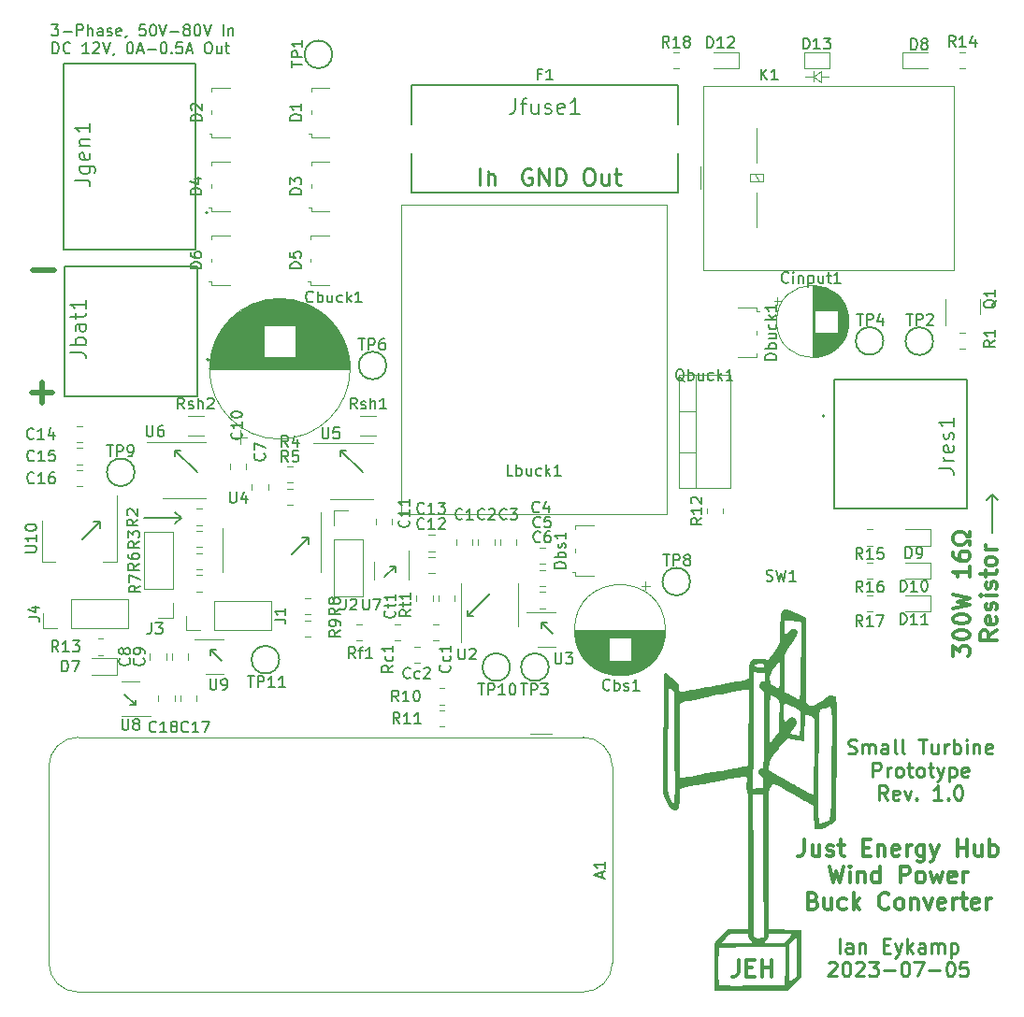
<source format=gbr>
%TF.GenerationSoftware,KiCad,Pcbnew,(6.0.7)*%
%TF.CreationDate,2023-07-07T11:40:33-04:00*%
%TF.ProjectId,small_wind_turbine,736d616c-6c5f-4776-996e-645f74757262,rev?*%
%TF.SameCoordinates,Original*%
%TF.FileFunction,Legend,Top*%
%TF.FilePolarity,Positive*%
%FSLAX46Y46*%
G04 Gerber Fmt 4.6, Leading zero omitted, Abs format (unit mm)*
G04 Created by KiCad (PCBNEW (6.0.7)) date 2023-07-07 11:40:33*
%MOMM*%
%LPD*%
G01*
G04 APERTURE LIST*
%ADD10C,0.150000*%
%ADD11C,0.250000*%
%ADD12C,0.500000*%
%ADD13C,0.300000*%
%ADD14C,0.120000*%
%ADD15C,0.127000*%
%ADD16C,0.200000*%
G04 APERTURE END LIST*
D10*
X89200000Y-85850000D02*
X88700000Y-85850000D01*
X48750000Y-76650000D02*
X48150000Y-76650000D01*
X89700000Y-86850000D02*
X88700000Y-85850000D01*
X71000000Y-70200000D02*
X70500000Y-70200000D01*
X51950000Y-93300000D02*
X51950000Y-92800000D01*
X50950000Y-92300000D02*
X51950000Y-93300000D01*
X59200000Y-88300000D02*
X58700000Y-88300000D01*
X129000000Y-74700000D02*
X129500000Y-74200000D01*
X55500000Y-70200000D02*
X55500000Y-70700000D01*
X82000000Y-84700000D02*
X82000000Y-85200000D01*
X82000000Y-85200000D02*
X82500000Y-85200000D01*
X129500000Y-74200000D02*
X129000000Y-74700000D01*
X129500000Y-77700000D02*
X129500000Y-74200000D01*
X88700000Y-85850000D02*
X88700000Y-86350000D01*
X67600000Y-78100000D02*
X67000000Y-78100000D01*
X48750000Y-76650000D02*
X47100000Y-78300000D01*
X51450000Y-93300000D02*
X51950000Y-93300000D01*
X70500000Y-70200000D02*
X70500000Y-70700000D01*
X129500000Y-74200000D02*
X130000000Y-74700000D01*
X57500000Y-72200000D02*
X55500000Y-70200000D01*
X84000000Y-83200000D02*
X82000000Y-85200000D01*
X56100000Y-76300000D02*
X55500000Y-75800000D01*
X59700000Y-89300000D02*
X58700000Y-88300000D01*
X75500000Y-80700000D02*
X75000000Y-80700000D01*
X67600000Y-78100000D02*
X67600000Y-78700000D01*
X48750000Y-76650000D02*
X48750000Y-77250000D01*
X75500000Y-81200000D02*
X75500000Y-80700000D01*
X72500000Y-72200000D02*
X70500000Y-70200000D01*
X52700000Y-76300000D02*
X56100000Y-76300000D01*
X74500000Y-81700000D02*
X75500000Y-80700000D01*
X67600000Y-78100000D02*
X66100000Y-79600000D01*
X58700000Y-88300000D02*
X58700000Y-88800000D01*
X56000000Y-70200000D02*
X55500000Y-70200000D01*
X55500000Y-76800000D02*
X56100000Y-76300000D01*
D11*
X116469047Y-97633190D02*
X116654761Y-97695095D01*
X116964285Y-97695095D01*
X117088095Y-97633190D01*
X117150000Y-97571285D01*
X117211904Y-97447476D01*
X117211904Y-97323666D01*
X117150000Y-97199857D01*
X117088095Y-97137952D01*
X116964285Y-97076047D01*
X116716666Y-97014142D01*
X116592857Y-96952238D01*
X116530952Y-96890333D01*
X116469047Y-96766523D01*
X116469047Y-96642714D01*
X116530952Y-96518904D01*
X116592857Y-96457000D01*
X116716666Y-96395095D01*
X117026190Y-96395095D01*
X117211904Y-96457000D01*
X117769047Y-97695095D02*
X117769047Y-96828428D01*
X117769047Y-96952238D02*
X117830952Y-96890333D01*
X117954761Y-96828428D01*
X118140476Y-96828428D01*
X118264285Y-96890333D01*
X118326190Y-97014142D01*
X118326190Y-97695095D01*
X118326190Y-97014142D02*
X118388095Y-96890333D01*
X118511904Y-96828428D01*
X118697619Y-96828428D01*
X118821428Y-96890333D01*
X118883333Y-97014142D01*
X118883333Y-97695095D01*
X120059523Y-97695095D02*
X120059523Y-97014142D01*
X119997619Y-96890333D01*
X119873809Y-96828428D01*
X119626190Y-96828428D01*
X119502380Y-96890333D01*
X120059523Y-97633190D02*
X119935714Y-97695095D01*
X119626190Y-97695095D01*
X119502380Y-97633190D01*
X119440476Y-97509380D01*
X119440476Y-97385571D01*
X119502380Y-97261761D01*
X119626190Y-97199857D01*
X119935714Y-97199857D01*
X120059523Y-97137952D01*
X120864285Y-97695095D02*
X120740476Y-97633190D01*
X120678571Y-97509380D01*
X120678571Y-96395095D01*
X121545238Y-97695095D02*
X121421428Y-97633190D01*
X121359523Y-97509380D01*
X121359523Y-96395095D01*
X122845238Y-96395095D02*
X123588095Y-96395095D01*
X123216666Y-97695095D02*
X123216666Y-96395095D01*
X124578571Y-96828428D02*
X124578571Y-97695095D01*
X124021428Y-96828428D02*
X124021428Y-97509380D01*
X124083333Y-97633190D01*
X124207142Y-97695095D01*
X124392857Y-97695095D01*
X124516666Y-97633190D01*
X124578571Y-97571285D01*
X125197619Y-97695095D02*
X125197619Y-96828428D01*
X125197619Y-97076047D02*
X125259523Y-96952238D01*
X125321428Y-96890333D01*
X125445238Y-96828428D01*
X125569047Y-96828428D01*
X126002380Y-97695095D02*
X126002380Y-96395095D01*
X126002380Y-96890333D02*
X126126190Y-96828428D01*
X126373809Y-96828428D01*
X126497619Y-96890333D01*
X126559523Y-96952238D01*
X126621428Y-97076047D01*
X126621428Y-97447476D01*
X126559523Y-97571285D01*
X126497619Y-97633190D01*
X126373809Y-97695095D01*
X126126190Y-97695095D01*
X126002380Y-97633190D01*
X127178571Y-97695095D02*
X127178571Y-96828428D01*
X127178571Y-96395095D02*
X127116666Y-96457000D01*
X127178571Y-96518904D01*
X127240476Y-96457000D01*
X127178571Y-96395095D01*
X127178571Y-96518904D01*
X127797619Y-96828428D02*
X127797619Y-97695095D01*
X127797619Y-96952238D02*
X127859523Y-96890333D01*
X127983333Y-96828428D01*
X128169047Y-96828428D01*
X128292857Y-96890333D01*
X128354761Y-97014142D01*
X128354761Y-97695095D01*
X129469047Y-97633190D02*
X129345238Y-97695095D01*
X129097619Y-97695095D01*
X128973809Y-97633190D01*
X128911904Y-97509380D01*
X128911904Y-97014142D01*
X128973809Y-96890333D01*
X129097619Y-96828428D01*
X129345238Y-96828428D01*
X129469047Y-96890333D01*
X129530952Y-97014142D01*
X129530952Y-97137952D01*
X128911904Y-97261761D01*
X118697619Y-99788095D02*
X118697619Y-98488095D01*
X119192857Y-98488095D01*
X119316666Y-98550000D01*
X119378571Y-98611904D01*
X119440476Y-98735714D01*
X119440476Y-98921428D01*
X119378571Y-99045238D01*
X119316666Y-99107142D01*
X119192857Y-99169047D01*
X118697619Y-99169047D01*
X119997619Y-99788095D02*
X119997619Y-98921428D01*
X119997619Y-99169047D02*
X120059523Y-99045238D01*
X120121428Y-98983333D01*
X120245238Y-98921428D01*
X120369047Y-98921428D01*
X120988095Y-99788095D02*
X120864285Y-99726190D01*
X120802380Y-99664285D01*
X120740476Y-99540476D01*
X120740476Y-99169047D01*
X120802380Y-99045238D01*
X120864285Y-98983333D01*
X120988095Y-98921428D01*
X121173809Y-98921428D01*
X121297619Y-98983333D01*
X121359523Y-99045238D01*
X121421428Y-99169047D01*
X121421428Y-99540476D01*
X121359523Y-99664285D01*
X121297619Y-99726190D01*
X121173809Y-99788095D01*
X120988095Y-99788095D01*
X121792857Y-98921428D02*
X122288095Y-98921428D01*
X121978571Y-98488095D02*
X121978571Y-99602380D01*
X122040476Y-99726190D01*
X122164285Y-99788095D01*
X122288095Y-99788095D01*
X122907142Y-99788095D02*
X122783333Y-99726190D01*
X122721428Y-99664285D01*
X122659523Y-99540476D01*
X122659523Y-99169047D01*
X122721428Y-99045238D01*
X122783333Y-98983333D01*
X122907142Y-98921428D01*
X123092857Y-98921428D01*
X123216666Y-98983333D01*
X123278571Y-99045238D01*
X123340476Y-99169047D01*
X123340476Y-99540476D01*
X123278571Y-99664285D01*
X123216666Y-99726190D01*
X123092857Y-99788095D01*
X122907142Y-99788095D01*
X123711904Y-98921428D02*
X124207142Y-98921428D01*
X123897619Y-98488095D02*
X123897619Y-99602380D01*
X123959523Y-99726190D01*
X124083333Y-99788095D01*
X124207142Y-99788095D01*
X124516666Y-98921428D02*
X124826190Y-99788095D01*
X125135714Y-98921428D02*
X124826190Y-99788095D01*
X124702380Y-100097619D01*
X124640476Y-100159523D01*
X124516666Y-100221428D01*
X125630952Y-98921428D02*
X125630952Y-100221428D01*
X125630952Y-98983333D02*
X125754761Y-98921428D01*
X126002380Y-98921428D01*
X126126190Y-98983333D01*
X126188095Y-99045238D01*
X126250000Y-99169047D01*
X126250000Y-99540476D01*
X126188095Y-99664285D01*
X126126190Y-99726190D01*
X126002380Y-99788095D01*
X125754761Y-99788095D01*
X125630952Y-99726190D01*
X127302380Y-99726190D02*
X127178571Y-99788095D01*
X126930952Y-99788095D01*
X126807142Y-99726190D01*
X126745238Y-99602380D01*
X126745238Y-99107142D01*
X126807142Y-98983333D01*
X126930952Y-98921428D01*
X127178571Y-98921428D01*
X127302380Y-98983333D01*
X127364285Y-99107142D01*
X127364285Y-99230952D01*
X126745238Y-99354761D01*
X119997619Y-101881095D02*
X119564285Y-101262047D01*
X119254761Y-101881095D02*
X119254761Y-100581095D01*
X119750000Y-100581095D01*
X119873809Y-100643000D01*
X119935714Y-100704904D01*
X119997619Y-100828714D01*
X119997619Y-101014428D01*
X119935714Y-101138238D01*
X119873809Y-101200142D01*
X119750000Y-101262047D01*
X119254761Y-101262047D01*
X121050000Y-101819190D02*
X120926190Y-101881095D01*
X120678571Y-101881095D01*
X120554761Y-101819190D01*
X120492857Y-101695380D01*
X120492857Y-101200142D01*
X120554761Y-101076333D01*
X120678571Y-101014428D01*
X120926190Y-101014428D01*
X121050000Y-101076333D01*
X121111904Y-101200142D01*
X121111904Y-101323952D01*
X120492857Y-101447761D01*
X121545238Y-101014428D02*
X121854761Y-101881095D01*
X122164285Y-101014428D01*
X122659523Y-101757285D02*
X122721428Y-101819190D01*
X122659523Y-101881095D01*
X122597619Y-101819190D01*
X122659523Y-101757285D01*
X122659523Y-101881095D01*
X124950000Y-101881095D02*
X124207142Y-101881095D01*
X124578571Y-101881095D02*
X124578571Y-100581095D01*
X124454761Y-100766809D01*
X124330952Y-100890619D01*
X124207142Y-100952523D01*
X125507142Y-101757285D02*
X125569047Y-101819190D01*
X125507142Y-101881095D01*
X125445238Y-101819190D01*
X125507142Y-101757285D01*
X125507142Y-101881095D01*
X126373809Y-100581095D02*
X126497619Y-100581095D01*
X126621428Y-100643000D01*
X126683333Y-100704904D01*
X126745238Y-100828714D01*
X126807142Y-101076333D01*
X126807142Y-101385857D01*
X126745238Y-101633476D01*
X126683333Y-101757285D01*
X126621428Y-101819190D01*
X126497619Y-101881095D01*
X126373809Y-101881095D01*
X126250000Y-101819190D01*
X126188095Y-101757285D01*
X126126190Y-101633476D01*
X126064285Y-101385857D01*
X126064285Y-101076333D01*
X126126190Y-100828714D01*
X126188095Y-100704904D01*
X126250000Y-100643000D01*
X126373809Y-100581095D01*
X115676190Y-115741595D02*
X115676190Y-114441595D01*
X116852380Y-115741595D02*
X116852380Y-115060642D01*
X116790476Y-114936833D01*
X116666666Y-114874928D01*
X116419047Y-114874928D01*
X116295238Y-114936833D01*
X116852380Y-115679690D02*
X116728571Y-115741595D01*
X116419047Y-115741595D01*
X116295238Y-115679690D01*
X116233333Y-115555880D01*
X116233333Y-115432071D01*
X116295238Y-115308261D01*
X116419047Y-115246357D01*
X116728571Y-115246357D01*
X116852380Y-115184452D01*
X117471428Y-114874928D02*
X117471428Y-115741595D01*
X117471428Y-114998738D02*
X117533333Y-114936833D01*
X117657142Y-114874928D01*
X117842857Y-114874928D01*
X117966666Y-114936833D01*
X118028571Y-115060642D01*
X118028571Y-115741595D01*
X119638095Y-115060642D02*
X120071428Y-115060642D01*
X120257142Y-115741595D02*
X119638095Y-115741595D01*
X119638095Y-114441595D01*
X120257142Y-114441595D01*
X120690476Y-114874928D02*
X121000000Y-115741595D01*
X121309523Y-114874928D02*
X121000000Y-115741595D01*
X120876190Y-116051119D01*
X120814285Y-116113023D01*
X120690476Y-116174928D01*
X121804761Y-115741595D02*
X121804761Y-114441595D01*
X121928571Y-115246357D02*
X122300000Y-115741595D01*
X122300000Y-114874928D02*
X121804761Y-115370166D01*
X123414285Y-115741595D02*
X123414285Y-115060642D01*
X123352380Y-114936833D01*
X123228571Y-114874928D01*
X122980952Y-114874928D01*
X122857142Y-114936833D01*
X123414285Y-115679690D02*
X123290476Y-115741595D01*
X122980952Y-115741595D01*
X122857142Y-115679690D01*
X122795238Y-115555880D01*
X122795238Y-115432071D01*
X122857142Y-115308261D01*
X122980952Y-115246357D01*
X123290476Y-115246357D01*
X123414285Y-115184452D01*
X124033333Y-115741595D02*
X124033333Y-114874928D01*
X124033333Y-114998738D02*
X124095238Y-114936833D01*
X124219047Y-114874928D01*
X124404761Y-114874928D01*
X124528571Y-114936833D01*
X124590476Y-115060642D01*
X124590476Y-115741595D01*
X124590476Y-115060642D02*
X124652380Y-114936833D01*
X124776190Y-114874928D01*
X124961904Y-114874928D01*
X125085714Y-114936833D01*
X125147619Y-115060642D01*
X125147619Y-115741595D01*
X125766666Y-114874928D02*
X125766666Y-116174928D01*
X125766666Y-114936833D02*
X125890476Y-114874928D01*
X126138095Y-114874928D01*
X126261904Y-114936833D01*
X126323809Y-114998738D01*
X126385714Y-115122547D01*
X126385714Y-115493976D01*
X126323809Y-115617785D01*
X126261904Y-115679690D01*
X126138095Y-115741595D01*
X125890476Y-115741595D01*
X125766666Y-115679690D01*
X114685714Y-116658404D02*
X114747619Y-116596500D01*
X114871428Y-116534595D01*
X115180952Y-116534595D01*
X115304761Y-116596500D01*
X115366666Y-116658404D01*
X115428571Y-116782214D01*
X115428571Y-116906023D01*
X115366666Y-117091738D01*
X114623809Y-117834595D01*
X115428571Y-117834595D01*
X116233333Y-116534595D02*
X116357142Y-116534595D01*
X116480952Y-116596500D01*
X116542857Y-116658404D01*
X116604761Y-116782214D01*
X116666666Y-117029833D01*
X116666666Y-117339357D01*
X116604761Y-117586976D01*
X116542857Y-117710785D01*
X116480952Y-117772690D01*
X116357142Y-117834595D01*
X116233333Y-117834595D01*
X116109523Y-117772690D01*
X116047619Y-117710785D01*
X115985714Y-117586976D01*
X115923809Y-117339357D01*
X115923809Y-117029833D01*
X115985714Y-116782214D01*
X116047619Y-116658404D01*
X116109523Y-116596500D01*
X116233333Y-116534595D01*
X117161904Y-116658404D02*
X117223809Y-116596500D01*
X117347619Y-116534595D01*
X117657142Y-116534595D01*
X117780952Y-116596500D01*
X117842857Y-116658404D01*
X117904761Y-116782214D01*
X117904761Y-116906023D01*
X117842857Y-117091738D01*
X117100000Y-117834595D01*
X117904761Y-117834595D01*
X118338095Y-116534595D02*
X119142857Y-116534595D01*
X118709523Y-117029833D01*
X118895238Y-117029833D01*
X119019047Y-117091738D01*
X119080952Y-117153642D01*
X119142857Y-117277452D01*
X119142857Y-117586976D01*
X119080952Y-117710785D01*
X119019047Y-117772690D01*
X118895238Y-117834595D01*
X118523809Y-117834595D01*
X118400000Y-117772690D01*
X118338095Y-117710785D01*
X119700000Y-117339357D02*
X120690476Y-117339357D01*
X121557142Y-116534595D02*
X121680952Y-116534595D01*
X121804761Y-116596500D01*
X121866666Y-116658404D01*
X121928571Y-116782214D01*
X121990476Y-117029833D01*
X121990476Y-117339357D01*
X121928571Y-117586976D01*
X121866666Y-117710785D01*
X121804761Y-117772690D01*
X121680952Y-117834595D01*
X121557142Y-117834595D01*
X121433333Y-117772690D01*
X121371428Y-117710785D01*
X121309523Y-117586976D01*
X121247619Y-117339357D01*
X121247619Y-117029833D01*
X121309523Y-116782214D01*
X121371428Y-116658404D01*
X121433333Y-116596500D01*
X121557142Y-116534595D01*
X122423809Y-116534595D02*
X123290476Y-116534595D01*
X122733333Y-117834595D01*
X123785714Y-117339357D02*
X124776190Y-117339357D01*
X125642857Y-116534595D02*
X125766666Y-116534595D01*
X125890476Y-116596500D01*
X125952380Y-116658404D01*
X126014285Y-116782214D01*
X126076190Y-117029833D01*
X126076190Y-117339357D01*
X126014285Y-117586976D01*
X125952380Y-117710785D01*
X125890476Y-117772690D01*
X125766666Y-117834595D01*
X125642857Y-117834595D01*
X125519047Y-117772690D01*
X125457142Y-117710785D01*
X125395238Y-117586976D01*
X125333333Y-117339357D01*
X125333333Y-117029833D01*
X125395238Y-116782214D01*
X125457142Y-116658404D01*
X125519047Y-116596500D01*
X125642857Y-116534595D01*
X127252380Y-116534595D02*
X126633333Y-116534595D01*
X126571428Y-117153642D01*
X126633333Y-117091738D01*
X126757142Y-117029833D01*
X127066666Y-117029833D01*
X127190476Y-117091738D01*
X127252380Y-117153642D01*
X127314285Y-117277452D01*
X127314285Y-117586976D01*
X127252380Y-117710785D01*
X127190476Y-117772690D01*
X127066666Y-117834595D01*
X126757142Y-117834595D01*
X126633333Y-117772690D01*
X126571428Y-117710785D01*
X92850000Y-44678571D02*
X93135714Y-44678571D01*
X93278571Y-44750000D01*
X93421428Y-44892857D01*
X93492857Y-45178571D01*
X93492857Y-45678571D01*
X93421428Y-45964285D01*
X93278571Y-46107142D01*
X93135714Y-46178571D01*
X92850000Y-46178571D01*
X92707142Y-46107142D01*
X92564285Y-45964285D01*
X92492857Y-45678571D01*
X92492857Y-45178571D01*
X92564285Y-44892857D01*
X92707142Y-44750000D01*
X92850000Y-44678571D01*
X94778571Y-45178571D02*
X94778571Y-46178571D01*
X94135714Y-45178571D02*
X94135714Y-45964285D01*
X94207142Y-46107142D01*
X94350000Y-46178571D01*
X94564285Y-46178571D01*
X94707142Y-46107142D01*
X94778571Y-46035714D01*
X95278571Y-45178571D02*
X95850000Y-45178571D01*
X95492857Y-44678571D02*
X95492857Y-45964285D01*
X95564285Y-46107142D01*
X95707142Y-46178571D01*
X95850000Y-46178571D01*
X83121428Y-46178571D02*
X83121428Y-44678571D01*
X83835714Y-45178571D02*
X83835714Y-46178571D01*
X83835714Y-45321428D02*
X83907142Y-45250000D01*
X84050000Y-45178571D01*
X84264285Y-45178571D01*
X84407142Y-45250000D01*
X84478571Y-45392857D01*
X84478571Y-46178571D01*
D12*
X42547619Y-64978571D02*
X44452380Y-64978571D01*
X43500000Y-65930952D02*
X43500000Y-64026190D01*
D10*
X44340357Y-31647380D02*
X44959404Y-31647380D01*
X44626071Y-32028333D01*
X44768928Y-32028333D01*
X44864166Y-32075952D01*
X44911785Y-32123571D01*
X44959404Y-32218809D01*
X44959404Y-32456904D01*
X44911785Y-32552142D01*
X44864166Y-32599761D01*
X44768928Y-32647380D01*
X44483214Y-32647380D01*
X44387976Y-32599761D01*
X44340357Y-32552142D01*
X45387976Y-32266428D02*
X46149880Y-32266428D01*
X46626071Y-32647380D02*
X46626071Y-31647380D01*
X47007023Y-31647380D01*
X47102261Y-31695000D01*
X47149880Y-31742619D01*
X47197500Y-31837857D01*
X47197500Y-31980714D01*
X47149880Y-32075952D01*
X47102261Y-32123571D01*
X47007023Y-32171190D01*
X46626071Y-32171190D01*
X47626071Y-32647380D02*
X47626071Y-31647380D01*
X48054642Y-32647380D02*
X48054642Y-32123571D01*
X48007023Y-32028333D01*
X47911785Y-31980714D01*
X47768928Y-31980714D01*
X47673690Y-32028333D01*
X47626071Y-32075952D01*
X48959404Y-32647380D02*
X48959404Y-32123571D01*
X48911785Y-32028333D01*
X48816547Y-31980714D01*
X48626071Y-31980714D01*
X48530833Y-32028333D01*
X48959404Y-32599761D02*
X48864166Y-32647380D01*
X48626071Y-32647380D01*
X48530833Y-32599761D01*
X48483214Y-32504523D01*
X48483214Y-32409285D01*
X48530833Y-32314047D01*
X48626071Y-32266428D01*
X48864166Y-32266428D01*
X48959404Y-32218809D01*
X49387976Y-32599761D02*
X49483214Y-32647380D01*
X49673690Y-32647380D01*
X49768928Y-32599761D01*
X49816547Y-32504523D01*
X49816547Y-32456904D01*
X49768928Y-32361666D01*
X49673690Y-32314047D01*
X49530833Y-32314047D01*
X49435595Y-32266428D01*
X49387976Y-32171190D01*
X49387976Y-32123571D01*
X49435595Y-32028333D01*
X49530833Y-31980714D01*
X49673690Y-31980714D01*
X49768928Y-32028333D01*
X50626071Y-32599761D02*
X50530833Y-32647380D01*
X50340357Y-32647380D01*
X50245119Y-32599761D01*
X50197500Y-32504523D01*
X50197500Y-32123571D01*
X50245119Y-32028333D01*
X50340357Y-31980714D01*
X50530833Y-31980714D01*
X50626071Y-32028333D01*
X50673690Y-32123571D01*
X50673690Y-32218809D01*
X50197500Y-32314047D01*
X51149880Y-32599761D02*
X51149880Y-32647380D01*
X51102261Y-32742619D01*
X51054642Y-32790238D01*
X52816547Y-31647380D02*
X52340357Y-31647380D01*
X52292738Y-32123571D01*
X52340357Y-32075952D01*
X52435595Y-32028333D01*
X52673690Y-32028333D01*
X52768928Y-32075952D01*
X52816547Y-32123571D01*
X52864166Y-32218809D01*
X52864166Y-32456904D01*
X52816547Y-32552142D01*
X52768928Y-32599761D01*
X52673690Y-32647380D01*
X52435595Y-32647380D01*
X52340357Y-32599761D01*
X52292738Y-32552142D01*
X53483214Y-31647380D02*
X53578452Y-31647380D01*
X53673690Y-31695000D01*
X53721309Y-31742619D01*
X53768928Y-31837857D01*
X53816547Y-32028333D01*
X53816547Y-32266428D01*
X53768928Y-32456904D01*
X53721309Y-32552142D01*
X53673690Y-32599761D01*
X53578452Y-32647380D01*
X53483214Y-32647380D01*
X53387976Y-32599761D01*
X53340357Y-32552142D01*
X53292738Y-32456904D01*
X53245119Y-32266428D01*
X53245119Y-32028333D01*
X53292738Y-31837857D01*
X53340357Y-31742619D01*
X53387976Y-31695000D01*
X53483214Y-31647380D01*
X54102261Y-31647380D02*
X54435595Y-32647380D01*
X54768928Y-31647380D01*
X55102261Y-32266428D02*
X55864166Y-32266428D01*
X56483214Y-32075952D02*
X56387976Y-32028333D01*
X56340357Y-31980714D01*
X56292738Y-31885476D01*
X56292738Y-31837857D01*
X56340357Y-31742619D01*
X56387976Y-31695000D01*
X56483214Y-31647380D01*
X56673690Y-31647380D01*
X56768928Y-31695000D01*
X56816547Y-31742619D01*
X56864166Y-31837857D01*
X56864166Y-31885476D01*
X56816547Y-31980714D01*
X56768928Y-32028333D01*
X56673690Y-32075952D01*
X56483214Y-32075952D01*
X56387976Y-32123571D01*
X56340357Y-32171190D01*
X56292738Y-32266428D01*
X56292738Y-32456904D01*
X56340357Y-32552142D01*
X56387976Y-32599761D01*
X56483214Y-32647380D01*
X56673690Y-32647380D01*
X56768928Y-32599761D01*
X56816547Y-32552142D01*
X56864166Y-32456904D01*
X56864166Y-32266428D01*
X56816547Y-32171190D01*
X56768928Y-32123571D01*
X56673690Y-32075952D01*
X57483214Y-31647380D02*
X57578452Y-31647380D01*
X57673690Y-31695000D01*
X57721309Y-31742619D01*
X57768928Y-31837857D01*
X57816547Y-32028333D01*
X57816547Y-32266428D01*
X57768928Y-32456904D01*
X57721309Y-32552142D01*
X57673690Y-32599761D01*
X57578452Y-32647380D01*
X57483214Y-32647380D01*
X57387976Y-32599761D01*
X57340357Y-32552142D01*
X57292738Y-32456904D01*
X57245119Y-32266428D01*
X57245119Y-32028333D01*
X57292738Y-31837857D01*
X57340357Y-31742619D01*
X57387976Y-31695000D01*
X57483214Y-31647380D01*
X58102261Y-31647380D02*
X58435595Y-32647380D01*
X58768928Y-31647380D01*
X59864166Y-32647380D02*
X59864166Y-31647380D01*
X60340357Y-31980714D02*
X60340357Y-32647380D01*
X60340357Y-32075952D02*
X60387976Y-32028333D01*
X60483214Y-31980714D01*
X60626071Y-31980714D01*
X60721309Y-32028333D01*
X60768928Y-32123571D01*
X60768928Y-32647380D01*
X44435595Y-34257380D02*
X44435595Y-33257380D01*
X44673690Y-33257380D01*
X44816547Y-33305000D01*
X44911785Y-33400238D01*
X44959404Y-33495476D01*
X45007023Y-33685952D01*
X45007023Y-33828809D01*
X44959404Y-34019285D01*
X44911785Y-34114523D01*
X44816547Y-34209761D01*
X44673690Y-34257380D01*
X44435595Y-34257380D01*
X46007023Y-34162142D02*
X45959404Y-34209761D01*
X45816547Y-34257380D01*
X45721309Y-34257380D01*
X45578452Y-34209761D01*
X45483214Y-34114523D01*
X45435595Y-34019285D01*
X45387976Y-33828809D01*
X45387976Y-33685952D01*
X45435595Y-33495476D01*
X45483214Y-33400238D01*
X45578452Y-33305000D01*
X45721309Y-33257380D01*
X45816547Y-33257380D01*
X45959404Y-33305000D01*
X46007023Y-33352619D01*
X47721309Y-34257380D02*
X47149880Y-34257380D01*
X47435595Y-34257380D02*
X47435595Y-33257380D01*
X47340357Y-33400238D01*
X47245119Y-33495476D01*
X47149880Y-33543095D01*
X48102261Y-33352619D02*
X48149880Y-33305000D01*
X48245119Y-33257380D01*
X48483214Y-33257380D01*
X48578452Y-33305000D01*
X48626071Y-33352619D01*
X48673690Y-33447857D01*
X48673690Y-33543095D01*
X48626071Y-33685952D01*
X48054642Y-34257380D01*
X48673690Y-34257380D01*
X48959404Y-33257380D02*
X49292738Y-34257380D01*
X49626071Y-33257380D01*
X50007023Y-34209761D02*
X50007023Y-34257380D01*
X49959404Y-34352619D01*
X49911785Y-34400238D01*
X51387976Y-33257380D02*
X51483214Y-33257380D01*
X51578452Y-33305000D01*
X51626071Y-33352619D01*
X51673690Y-33447857D01*
X51721309Y-33638333D01*
X51721309Y-33876428D01*
X51673690Y-34066904D01*
X51626071Y-34162142D01*
X51578452Y-34209761D01*
X51483214Y-34257380D01*
X51387976Y-34257380D01*
X51292738Y-34209761D01*
X51245119Y-34162142D01*
X51197500Y-34066904D01*
X51149880Y-33876428D01*
X51149880Y-33638333D01*
X51197500Y-33447857D01*
X51245119Y-33352619D01*
X51292738Y-33305000D01*
X51387976Y-33257380D01*
X52102261Y-33971666D02*
X52578452Y-33971666D01*
X52007023Y-34257380D02*
X52340357Y-33257380D01*
X52673690Y-34257380D01*
X53007023Y-33876428D02*
X53768928Y-33876428D01*
X54435595Y-33257380D02*
X54530833Y-33257380D01*
X54626071Y-33305000D01*
X54673690Y-33352619D01*
X54721309Y-33447857D01*
X54768928Y-33638333D01*
X54768928Y-33876428D01*
X54721309Y-34066904D01*
X54673690Y-34162142D01*
X54626071Y-34209761D01*
X54530833Y-34257380D01*
X54435595Y-34257380D01*
X54340357Y-34209761D01*
X54292738Y-34162142D01*
X54245119Y-34066904D01*
X54197500Y-33876428D01*
X54197500Y-33638333D01*
X54245119Y-33447857D01*
X54292738Y-33352619D01*
X54340357Y-33305000D01*
X54435595Y-33257380D01*
X55197500Y-34162142D02*
X55245119Y-34209761D01*
X55197500Y-34257380D01*
X55149880Y-34209761D01*
X55197500Y-34162142D01*
X55197500Y-34257380D01*
X56149880Y-33257380D02*
X55673690Y-33257380D01*
X55626071Y-33733571D01*
X55673690Y-33685952D01*
X55768928Y-33638333D01*
X56007023Y-33638333D01*
X56102261Y-33685952D01*
X56149880Y-33733571D01*
X56197500Y-33828809D01*
X56197500Y-34066904D01*
X56149880Y-34162142D01*
X56102261Y-34209761D01*
X56007023Y-34257380D01*
X55768928Y-34257380D01*
X55673690Y-34209761D01*
X55626071Y-34162142D01*
X56578452Y-33971666D02*
X57054642Y-33971666D01*
X56483214Y-34257380D02*
X56816547Y-33257380D01*
X57149880Y-34257380D01*
X58435595Y-33257380D02*
X58626071Y-33257380D01*
X58721309Y-33305000D01*
X58816547Y-33400238D01*
X58864166Y-33590714D01*
X58864166Y-33924047D01*
X58816547Y-34114523D01*
X58721309Y-34209761D01*
X58626071Y-34257380D01*
X58435595Y-34257380D01*
X58340357Y-34209761D01*
X58245119Y-34114523D01*
X58197500Y-33924047D01*
X58197500Y-33590714D01*
X58245119Y-33400238D01*
X58340357Y-33305000D01*
X58435595Y-33257380D01*
X59721309Y-33590714D02*
X59721309Y-34257380D01*
X59292738Y-33590714D02*
X59292738Y-34114523D01*
X59340357Y-34209761D01*
X59435595Y-34257380D01*
X59578452Y-34257380D01*
X59673690Y-34209761D01*
X59721309Y-34162142D01*
X60054642Y-33590714D02*
X60435595Y-33590714D01*
X60197500Y-33257380D02*
X60197500Y-34114523D01*
X60245119Y-34209761D01*
X60340357Y-34257380D01*
X60435595Y-34257380D01*
D13*
X125971071Y-88842857D02*
X125971071Y-87914285D01*
X126542500Y-88414285D01*
X126542500Y-88200000D01*
X126613928Y-88057142D01*
X126685357Y-87985714D01*
X126828214Y-87914285D01*
X127185357Y-87914285D01*
X127328214Y-87985714D01*
X127399642Y-88057142D01*
X127471071Y-88200000D01*
X127471071Y-88628571D01*
X127399642Y-88771428D01*
X127328214Y-88842857D01*
X125971071Y-86985714D02*
X125971071Y-86842857D01*
X126042500Y-86700000D01*
X126113928Y-86628571D01*
X126256785Y-86557142D01*
X126542500Y-86485714D01*
X126899642Y-86485714D01*
X127185357Y-86557142D01*
X127328214Y-86628571D01*
X127399642Y-86700000D01*
X127471071Y-86842857D01*
X127471071Y-86985714D01*
X127399642Y-87128571D01*
X127328214Y-87200000D01*
X127185357Y-87271428D01*
X126899642Y-87342857D01*
X126542500Y-87342857D01*
X126256785Y-87271428D01*
X126113928Y-87200000D01*
X126042500Y-87128571D01*
X125971071Y-86985714D01*
X125971071Y-85557142D02*
X125971071Y-85414285D01*
X126042500Y-85271428D01*
X126113928Y-85200000D01*
X126256785Y-85128571D01*
X126542500Y-85057142D01*
X126899642Y-85057142D01*
X127185357Y-85128571D01*
X127328214Y-85200000D01*
X127399642Y-85271428D01*
X127471071Y-85414285D01*
X127471071Y-85557142D01*
X127399642Y-85700000D01*
X127328214Y-85771428D01*
X127185357Y-85842857D01*
X126899642Y-85914285D01*
X126542500Y-85914285D01*
X126256785Y-85842857D01*
X126113928Y-85771428D01*
X126042500Y-85700000D01*
X125971071Y-85557142D01*
X125971071Y-84557142D02*
X127471071Y-84200000D01*
X126399642Y-83914285D01*
X127471071Y-83628571D01*
X125971071Y-83271428D01*
X127471071Y-80771428D02*
X127471071Y-81628571D01*
X127471071Y-81200000D02*
X125971071Y-81200000D01*
X126185357Y-81342857D01*
X126328214Y-81485714D01*
X126399642Y-81628571D01*
X125971071Y-79485714D02*
X125971071Y-79771428D01*
X126042500Y-79914285D01*
X126113928Y-79985714D01*
X126328214Y-80128571D01*
X126613928Y-80200000D01*
X127185357Y-80200000D01*
X127328214Y-80128571D01*
X127399642Y-80057142D01*
X127471071Y-79914285D01*
X127471071Y-79628571D01*
X127399642Y-79485714D01*
X127328214Y-79414285D01*
X127185357Y-79342857D01*
X126828214Y-79342857D01*
X126685357Y-79414285D01*
X126613928Y-79485714D01*
X126542500Y-79628571D01*
X126542500Y-79914285D01*
X126613928Y-80057142D01*
X126685357Y-80128571D01*
X126828214Y-80200000D01*
X127471071Y-78771428D02*
X127471071Y-78414285D01*
X127185357Y-78414285D01*
X127113928Y-78557142D01*
X126971071Y-78700000D01*
X126756785Y-78771428D01*
X126399642Y-78771428D01*
X126185357Y-78700000D01*
X126042500Y-78557142D01*
X125971071Y-78342857D01*
X125971071Y-78057142D01*
X126042500Y-77842857D01*
X126185357Y-77700000D01*
X126399642Y-77628571D01*
X126756785Y-77628571D01*
X126971071Y-77700000D01*
X127113928Y-77842857D01*
X127185357Y-77985714D01*
X127471071Y-77985714D01*
X127471071Y-77628571D01*
X129886071Y-86521428D02*
X129171785Y-87021428D01*
X129886071Y-87378571D02*
X128386071Y-87378571D01*
X128386071Y-86807142D01*
X128457500Y-86664285D01*
X128528928Y-86592857D01*
X128671785Y-86521428D01*
X128886071Y-86521428D01*
X129028928Y-86592857D01*
X129100357Y-86664285D01*
X129171785Y-86807142D01*
X129171785Y-87378571D01*
X129814642Y-85307142D02*
X129886071Y-85450000D01*
X129886071Y-85735714D01*
X129814642Y-85878571D01*
X129671785Y-85950000D01*
X129100357Y-85950000D01*
X128957500Y-85878571D01*
X128886071Y-85735714D01*
X128886071Y-85450000D01*
X128957500Y-85307142D01*
X129100357Y-85235714D01*
X129243214Y-85235714D01*
X129386071Y-85950000D01*
X129814642Y-84664285D02*
X129886071Y-84521428D01*
X129886071Y-84235714D01*
X129814642Y-84092857D01*
X129671785Y-84021428D01*
X129600357Y-84021428D01*
X129457500Y-84092857D01*
X129386071Y-84235714D01*
X129386071Y-84450000D01*
X129314642Y-84592857D01*
X129171785Y-84664285D01*
X129100357Y-84664285D01*
X128957500Y-84592857D01*
X128886071Y-84450000D01*
X128886071Y-84235714D01*
X128957500Y-84092857D01*
X129886071Y-83378571D02*
X128886071Y-83378571D01*
X128386071Y-83378571D02*
X128457500Y-83450000D01*
X128528928Y-83378571D01*
X128457500Y-83307142D01*
X128386071Y-83378571D01*
X128528928Y-83378571D01*
X129814642Y-82735714D02*
X129886071Y-82592857D01*
X129886071Y-82307142D01*
X129814642Y-82164285D01*
X129671785Y-82092857D01*
X129600357Y-82092857D01*
X129457500Y-82164285D01*
X129386071Y-82307142D01*
X129386071Y-82521428D01*
X129314642Y-82664285D01*
X129171785Y-82735714D01*
X129100357Y-82735714D01*
X128957500Y-82664285D01*
X128886071Y-82521428D01*
X128886071Y-82307142D01*
X128957500Y-82164285D01*
X128886071Y-81664285D02*
X128886071Y-81092857D01*
X128386071Y-81450000D02*
X129671785Y-81450000D01*
X129814642Y-81378571D01*
X129886071Y-81235714D01*
X129886071Y-81092857D01*
X129886071Y-80378571D02*
X129814642Y-80521428D01*
X129743214Y-80592857D01*
X129600357Y-80664285D01*
X129171785Y-80664285D01*
X129028928Y-80592857D01*
X128957500Y-80521428D01*
X128886071Y-80378571D01*
X128886071Y-80164285D01*
X128957500Y-80021428D01*
X129028928Y-79950000D01*
X129171785Y-79878571D01*
X129600357Y-79878571D01*
X129743214Y-79950000D01*
X129814642Y-80021428D01*
X129886071Y-80164285D01*
X129886071Y-80378571D01*
X129886071Y-79235714D02*
X128886071Y-79235714D01*
X129171785Y-79235714D02*
X129028928Y-79164285D01*
X128957500Y-79092857D01*
X128886071Y-78950000D01*
X128886071Y-78807142D01*
D12*
X42647619Y-53878571D02*
X44552380Y-53878571D01*
D11*
X87757142Y-44750000D02*
X87614285Y-44678571D01*
X87400000Y-44678571D01*
X87185714Y-44750000D01*
X87042857Y-44892857D01*
X86971428Y-45035714D01*
X86900000Y-45321428D01*
X86900000Y-45535714D01*
X86971428Y-45821428D01*
X87042857Y-45964285D01*
X87185714Y-46107142D01*
X87400000Y-46178571D01*
X87542857Y-46178571D01*
X87757142Y-46107142D01*
X87828571Y-46035714D01*
X87828571Y-45535714D01*
X87542857Y-45535714D01*
X88471428Y-46178571D02*
X88471428Y-44678571D01*
X89328571Y-46178571D01*
X89328571Y-44678571D01*
X90042857Y-46178571D02*
X90042857Y-44678571D01*
X90400000Y-44678571D01*
X90614285Y-44750000D01*
X90757142Y-44892857D01*
X90828571Y-45035714D01*
X90900000Y-45321428D01*
X90900000Y-45535714D01*
X90828571Y-45821428D01*
X90757142Y-45964285D01*
X90614285Y-46107142D01*
X90400000Y-46178571D01*
X90042857Y-46178571D01*
D13*
X112500000Y-105463571D02*
X112500000Y-106535000D01*
X112428571Y-106749285D01*
X112285714Y-106892142D01*
X112071428Y-106963571D01*
X111928571Y-106963571D01*
X113857142Y-105963571D02*
X113857142Y-106963571D01*
X113214285Y-105963571D02*
X113214285Y-106749285D01*
X113285714Y-106892142D01*
X113428571Y-106963571D01*
X113642857Y-106963571D01*
X113785714Y-106892142D01*
X113857142Y-106820714D01*
X114500000Y-106892142D02*
X114642857Y-106963571D01*
X114928571Y-106963571D01*
X115071428Y-106892142D01*
X115142857Y-106749285D01*
X115142857Y-106677857D01*
X115071428Y-106535000D01*
X114928571Y-106463571D01*
X114714285Y-106463571D01*
X114571428Y-106392142D01*
X114500000Y-106249285D01*
X114500000Y-106177857D01*
X114571428Y-106035000D01*
X114714285Y-105963571D01*
X114928571Y-105963571D01*
X115071428Y-106035000D01*
X115571428Y-105963571D02*
X116142857Y-105963571D01*
X115785714Y-105463571D02*
X115785714Y-106749285D01*
X115857142Y-106892142D01*
X116000000Y-106963571D01*
X116142857Y-106963571D01*
X117785714Y-106177857D02*
X118285714Y-106177857D01*
X118500000Y-106963571D02*
X117785714Y-106963571D01*
X117785714Y-105463571D01*
X118500000Y-105463571D01*
X119142857Y-105963571D02*
X119142857Y-106963571D01*
X119142857Y-106106428D02*
X119214285Y-106035000D01*
X119357142Y-105963571D01*
X119571428Y-105963571D01*
X119714285Y-106035000D01*
X119785714Y-106177857D01*
X119785714Y-106963571D01*
X121071428Y-106892142D02*
X120928571Y-106963571D01*
X120642857Y-106963571D01*
X120500000Y-106892142D01*
X120428571Y-106749285D01*
X120428571Y-106177857D01*
X120500000Y-106035000D01*
X120642857Y-105963571D01*
X120928571Y-105963571D01*
X121071428Y-106035000D01*
X121142857Y-106177857D01*
X121142857Y-106320714D01*
X120428571Y-106463571D01*
X121785714Y-106963571D02*
X121785714Y-105963571D01*
X121785714Y-106249285D02*
X121857142Y-106106428D01*
X121928571Y-106035000D01*
X122071428Y-105963571D01*
X122214285Y-105963571D01*
X123357142Y-105963571D02*
X123357142Y-107177857D01*
X123285714Y-107320714D01*
X123214285Y-107392142D01*
X123071428Y-107463571D01*
X122857142Y-107463571D01*
X122714285Y-107392142D01*
X123357142Y-106892142D02*
X123214285Y-106963571D01*
X122928571Y-106963571D01*
X122785714Y-106892142D01*
X122714285Y-106820714D01*
X122642857Y-106677857D01*
X122642857Y-106249285D01*
X122714285Y-106106428D01*
X122785714Y-106035000D01*
X122928571Y-105963571D01*
X123214285Y-105963571D01*
X123357142Y-106035000D01*
X123928571Y-105963571D02*
X124285714Y-106963571D01*
X124642857Y-105963571D02*
X124285714Y-106963571D01*
X124142857Y-107320714D01*
X124071428Y-107392142D01*
X123928571Y-107463571D01*
X126357142Y-106963571D02*
X126357142Y-105463571D01*
X126357142Y-106177857D02*
X127214285Y-106177857D01*
X127214285Y-106963571D02*
X127214285Y-105463571D01*
X128571428Y-105963571D02*
X128571428Y-106963571D01*
X127928571Y-105963571D02*
X127928571Y-106749285D01*
X128000000Y-106892142D01*
X128142857Y-106963571D01*
X128357142Y-106963571D01*
X128500000Y-106892142D01*
X128571428Y-106820714D01*
X129285714Y-106963571D02*
X129285714Y-105463571D01*
X129285714Y-106035000D02*
X129428571Y-105963571D01*
X129714285Y-105963571D01*
X129857142Y-106035000D01*
X129928571Y-106106428D01*
X130000000Y-106249285D01*
X130000000Y-106677857D01*
X129928571Y-106820714D01*
X129857142Y-106892142D01*
X129714285Y-106963571D01*
X129428571Y-106963571D01*
X129285714Y-106892142D01*
X114750000Y-107878571D02*
X115107142Y-109378571D01*
X115392857Y-108307142D01*
X115678571Y-109378571D01*
X116035714Y-107878571D01*
X116607142Y-109378571D02*
X116607142Y-108378571D01*
X116607142Y-107878571D02*
X116535714Y-107950000D01*
X116607142Y-108021428D01*
X116678571Y-107950000D01*
X116607142Y-107878571D01*
X116607142Y-108021428D01*
X117321428Y-108378571D02*
X117321428Y-109378571D01*
X117321428Y-108521428D02*
X117392857Y-108450000D01*
X117535714Y-108378571D01*
X117750000Y-108378571D01*
X117892857Y-108450000D01*
X117964285Y-108592857D01*
X117964285Y-109378571D01*
X119321428Y-109378571D02*
X119321428Y-107878571D01*
X119321428Y-109307142D02*
X119178571Y-109378571D01*
X118892857Y-109378571D01*
X118750000Y-109307142D01*
X118678571Y-109235714D01*
X118607142Y-109092857D01*
X118607142Y-108664285D01*
X118678571Y-108521428D01*
X118750000Y-108450000D01*
X118892857Y-108378571D01*
X119178571Y-108378571D01*
X119321428Y-108450000D01*
X121178571Y-109378571D02*
X121178571Y-107878571D01*
X121750000Y-107878571D01*
X121892857Y-107950000D01*
X121964285Y-108021428D01*
X122035714Y-108164285D01*
X122035714Y-108378571D01*
X121964285Y-108521428D01*
X121892857Y-108592857D01*
X121750000Y-108664285D01*
X121178571Y-108664285D01*
X122892857Y-109378571D02*
X122750000Y-109307142D01*
X122678571Y-109235714D01*
X122607142Y-109092857D01*
X122607142Y-108664285D01*
X122678571Y-108521428D01*
X122750000Y-108450000D01*
X122892857Y-108378571D01*
X123107142Y-108378571D01*
X123250000Y-108450000D01*
X123321428Y-108521428D01*
X123392857Y-108664285D01*
X123392857Y-109092857D01*
X123321428Y-109235714D01*
X123250000Y-109307142D01*
X123107142Y-109378571D01*
X122892857Y-109378571D01*
X123892857Y-108378571D02*
X124178571Y-109378571D01*
X124464285Y-108664285D01*
X124750000Y-109378571D01*
X125035714Y-108378571D01*
X126178571Y-109307142D02*
X126035714Y-109378571D01*
X125750000Y-109378571D01*
X125607142Y-109307142D01*
X125535714Y-109164285D01*
X125535714Y-108592857D01*
X125607142Y-108450000D01*
X125750000Y-108378571D01*
X126035714Y-108378571D01*
X126178571Y-108450000D01*
X126250000Y-108592857D01*
X126250000Y-108735714D01*
X125535714Y-108878571D01*
X126892857Y-109378571D02*
X126892857Y-108378571D01*
X126892857Y-108664285D02*
X126964285Y-108521428D01*
X127035714Y-108450000D01*
X127178571Y-108378571D01*
X127321428Y-108378571D01*
X113285714Y-111007857D02*
X113500000Y-111079285D01*
X113571428Y-111150714D01*
X113642857Y-111293571D01*
X113642857Y-111507857D01*
X113571428Y-111650714D01*
X113500000Y-111722142D01*
X113357142Y-111793571D01*
X112785714Y-111793571D01*
X112785714Y-110293571D01*
X113285714Y-110293571D01*
X113428571Y-110365000D01*
X113500000Y-110436428D01*
X113571428Y-110579285D01*
X113571428Y-110722142D01*
X113500000Y-110865000D01*
X113428571Y-110936428D01*
X113285714Y-111007857D01*
X112785714Y-111007857D01*
X114928571Y-110793571D02*
X114928571Y-111793571D01*
X114285714Y-110793571D02*
X114285714Y-111579285D01*
X114357142Y-111722142D01*
X114500000Y-111793571D01*
X114714285Y-111793571D01*
X114857142Y-111722142D01*
X114928571Y-111650714D01*
X116285714Y-111722142D02*
X116142857Y-111793571D01*
X115857142Y-111793571D01*
X115714285Y-111722142D01*
X115642857Y-111650714D01*
X115571428Y-111507857D01*
X115571428Y-111079285D01*
X115642857Y-110936428D01*
X115714285Y-110865000D01*
X115857142Y-110793571D01*
X116142857Y-110793571D01*
X116285714Y-110865000D01*
X116928571Y-111793571D02*
X116928571Y-110293571D01*
X117071428Y-111222142D02*
X117500000Y-111793571D01*
X117500000Y-110793571D02*
X116928571Y-111365000D01*
X120142857Y-111650714D02*
X120071428Y-111722142D01*
X119857142Y-111793571D01*
X119714285Y-111793571D01*
X119500000Y-111722142D01*
X119357142Y-111579285D01*
X119285714Y-111436428D01*
X119214285Y-111150714D01*
X119214285Y-110936428D01*
X119285714Y-110650714D01*
X119357142Y-110507857D01*
X119500000Y-110365000D01*
X119714285Y-110293571D01*
X119857142Y-110293571D01*
X120071428Y-110365000D01*
X120142857Y-110436428D01*
X121000000Y-111793571D02*
X120857142Y-111722142D01*
X120785714Y-111650714D01*
X120714285Y-111507857D01*
X120714285Y-111079285D01*
X120785714Y-110936428D01*
X120857142Y-110865000D01*
X121000000Y-110793571D01*
X121214285Y-110793571D01*
X121357142Y-110865000D01*
X121428571Y-110936428D01*
X121500000Y-111079285D01*
X121500000Y-111507857D01*
X121428571Y-111650714D01*
X121357142Y-111722142D01*
X121214285Y-111793571D01*
X121000000Y-111793571D01*
X122142857Y-110793571D02*
X122142857Y-111793571D01*
X122142857Y-110936428D02*
X122214285Y-110865000D01*
X122357142Y-110793571D01*
X122571428Y-110793571D01*
X122714285Y-110865000D01*
X122785714Y-111007857D01*
X122785714Y-111793571D01*
X123357142Y-110793571D02*
X123714285Y-111793571D01*
X124071428Y-110793571D01*
X125214285Y-111722142D02*
X125071428Y-111793571D01*
X124785714Y-111793571D01*
X124642857Y-111722142D01*
X124571428Y-111579285D01*
X124571428Y-111007857D01*
X124642857Y-110865000D01*
X124785714Y-110793571D01*
X125071428Y-110793571D01*
X125214285Y-110865000D01*
X125285714Y-111007857D01*
X125285714Y-111150714D01*
X124571428Y-111293571D01*
X125928571Y-111793571D02*
X125928571Y-110793571D01*
X125928571Y-111079285D02*
X126000000Y-110936428D01*
X126071428Y-110865000D01*
X126214285Y-110793571D01*
X126357142Y-110793571D01*
X126642857Y-110793571D02*
X127214285Y-110793571D01*
X126857142Y-110293571D02*
X126857142Y-111579285D01*
X126928571Y-111722142D01*
X127071428Y-111793571D01*
X127214285Y-111793571D01*
X128285714Y-111722142D02*
X128142857Y-111793571D01*
X127857142Y-111793571D01*
X127714285Y-111722142D01*
X127642857Y-111579285D01*
X127642857Y-111007857D01*
X127714285Y-110865000D01*
X127857142Y-110793571D01*
X128142857Y-110793571D01*
X128285714Y-110865000D01*
X128357142Y-111007857D01*
X128357142Y-111150714D01*
X127642857Y-111293571D01*
X129000000Y-111793571D02*
X129000000Y-110793571D01*
X129000000Y-111079285D02*
X129071428Y-110936428D01*
X129142857Y-110865000D01*
X129285714Y-110793571D01*
X129428571Y-110793571D01*
D10*
%TO.C,R10*%
X75757142Y-92952380D02*
X75423809Y-92476190D01*
X75185714Y-92952380D02*
X75185714Y-91952380D01*
X75566666Y-91952380D01*
X75661904Y-92000000D01*
X75709523Y-92047619D01*
X75757142Y-92142857D01*
X75757142Y-92285714D01*
X75709523Y-92380952D01*
X75661904Y-92428571D01*
X75566666Y-92476190D01*
X75185714Y-92476190D01*
X76709523Y-92952380D02*
X76138095Y-92952380D01*
X76423809Y-92952380D02*
X76423809Y-91952380D01*
X76328571Y-92095238D01*
X76233333Y-92190476D01*
X76138095Y-92238095D01*
X77328571Y-91952380D02*
X77423809Y-91952380D01*
X77519047Y-92000000D01*
X77566666Y-92047619D01*
X77614285Y-92142857D01*
X77661904Y-92333333D01*
X77661904Y-92571428D01*
X77614285Y-92761904D01*
X77566666Y-92857142D01*
X77519047Y-92904761D01*
X77423809Y-92952380D01*
X77328571Y-92952380D01*
X77233333Y-92904761D01*
X77185714Y-92857142D01*
X77138095Y-92761904D01*
X77090476Y-92571428D01*
X77090476Y-92333333D01*
X77138095Y-92142857D01*
X77185714Y-92047619D01*
X77233333Y-92000000D01*
X77328571Y-91952380D01*
%TO.C,Dbs1*%
X90852380Y-80895238D02*
X89852380Y-80895238D01*
X89852380Y-80657142D01*
X89900000Y-80514285D01*
X89995238Y-80419047D01*
X90090476Y-80371428D01*
X90280952Y-80323809D01*
X90423809Y-80323809D01*
X90614285Y-80371428D01*
X90709523Y-80419047D01*
X90804761Y-80514285D01*
X90852380Y-80657142D01*
X90852380Y-80895238D01*
X90852380Y-79895238D02*
X89852380Y-79895238D01*
X90233333Y-79895238D02*
X90185714Y-79800000D01*
X90185714Y-79609523D01*
X90233333Y-79514285D01*
X90280952Y-79466666D01*
X90376190Y-79419047D01*
X90661904Y-79419047D01*
X90757142Y-79466666D01*
X90804761Y-79514285D01*
X90852380Y-79609523D01*
X90852380Y-79800000D01*
X90804761Y-79895238D01*
X90804761Y-79038095D02*
X90852380Y-78942857D01*
X90852380Y-78752380D01*
X90804761Y-78657142D01*
X90709523Y-78609523D01*
X90661904Y-78609523D01*
X90566666Y-78657142D01*
X90519047Y-78752380D01*
X90519047Y-78895238D01*
X90471428Y-78990476D01*
X90376190Y-79038095D01*
X90328571Y-79038095D01*
X90233333Y-78990476D01*
X90185714Y-78895238D01*
X90185714Y-78752380D01*
X90233333Y-78657142D01*
X90852380Y-77657142D02*
X90852380Y-78228571D01*
X90852380Y-77942857D02*
X89852380Y-77942857D01*
X89995238Y-78038095D01*
X90090476Y-78133333D01*
X90138095Y-78228571D01*
%TO.C,C18*%
X53807142Y-95657142D02*
X53759523Y-95704761D01*
X53616666Y-95752380D01*
X53521428Y-95752380D01*
X53378571Y-95704761D01*
X53283333Y-95609523D01*
X53235714Y-95514285D01*
X53188095Y-95323809D01*
X53188095Y-95180952D01*
X53235714Y-94990476D01*
X53283333Y-94895238D01*
X53378571Y-94800000D01*
X53521428Y-94752380D01*
X53616666Y-94752380D01*
X53759523Y-94800000D01*
X53807142Y-94847619D01*
X54759523Y-95752380D02*
X54188095Y-95752380D01*
X54473809Y-95752380D02*
X54473809Y-94752380D01*
X54378571Y-94895238D01*
X54283333Y-94990476D01*
X54188095Y-95038095D01*
X55330952Y-95180952D02*
X55235714Y-95133333D01*
X55188095Y-95085714D01*
X55140476Y-94990476D01*
X55140476Y-94942857D01*
X55188095Y-94847619D01*
X55235714Y-94800000D01*
X55330952Y-94752380D01*
X55521428Y-94752380D01*
X55616666Y-94800000D01*
X55664285Y-94847619D01*
X55711904Y-94942857D01*
X55711904Y-94990476D01*
X55664285Y-95085714D01*
X55616666Y-95133333D01*
X55521428Y-95180952D01*
X55330952Y-95180952D01*
X55235714Y-95228571D01*
X55188095Y-95276190D01*
X55140476Y-95371428D01*
X55140476Y-95561904D01*
X55188095Y-95657142D01*
X55235714Y-95704761D01*
X55330952Y-95752380D01*
X55521428Y-95752380D01*
X55616666Y-95704761D01*
X55664285Y-95657142D01*
X55711904Y-95561904D01*
X55711904Y-95371428D01*
X55664285Y-95276190D01*
X55616666Y-95228571D01*
X55521428Y-95180952D01*
%TO.C,D11*%
X121185714Y-85982380D02*
X121185714Y-84982380D01*
X121423809Y-84982380D01*
X121566666Y-85030000D01*
X121661904Y-85125238D01*
X121709523Y-85220476D01*
X121757142Y-85410952D01*
X121757142Y-85553809D01*
X121709523Y-85744285D01*
X121661904Y-85839523D01*
X121566666Y-85934761D01*
X121423809Y-85982380D01*
X121185714Y-85982380D01*
X122709523Y-85982380D02*
X122138095Y-85982380D01*
X122423809Y-85982380D02*
X122423809Y-84982380D01*
X122328571Y-85125238D01*
X122233333Y-85220476D01*
X122138095Y-85268095D01*
X123661904Y-85982380D02*
X123090476Y-85982380D01*
X123376190Y-85982380D02*
X123376190Y-84982380D01*
X123280952Y-85125238D01*
X123185714Y-85220476D01*
X123090476Y-85268095D01*
%TO.C,R6*%
X52252380Y-80466666D02*
X51776190Y-80800000D01*
X52252380Y-81038095D02*
X51252380Y-81038095D01*
X51252380Y-80657142D01*
X51300000Y-80561904D01*
X51347619Y-80514285D01*
X51442857Y-80466666D01*
X51585714Y-80466666D01*
X51680952Y-80514285D01*
X51728571Y-80561904D01*
X51776190Y-80657142D01*
X51776190Y-81038095D01*
X51252380Y-79609523D02*
X51252380Y-79800000D01*
X51300000Y-79895238D01*
X51347619Y-79942857D01*
X51490476Y-80038095D01*
X51680952Y-80085714D01*
X52061904Y-80085714D01*
X52157142Y-80038095D01*
X52204761Y-79990476D01*
X52252380Y-79895238D01*
X52252380Y-79704761D01*
X52204761Y-79609523D01*
X52157142Y-79561904D01*
X52061904Y-79514285D01*
X51823809Y-79514285D01*
X51728571Y-79561904D01*
X51680952Y-79609523D01*
X51633333Y-79704761D01*
X51633333Y-79895238D01*
X51680952Y-79990476D01*
X51728571Y-80038095D01*
X51823809Y-80085714D01*
%TO.C,Qbuck1*%
X101612166Y-63952619D02*
X101516928Y-63905000D01*
X101421690Y-63809761D01*
X101278833Y-63666904D01*
X101183595Y-63619285D01*
X101088357Y-63619285D01*
X101135976Y-63857380D02*
X101040738Y-63809761D01*
X100945500Y-63714523D01*
X100897880Y-63524047D01*
X100897880Y-63190714D01*
X100945500Y-63000238D01*
X101040738Y-62905000D01*
X101135976Y-62857380D01*
X101326452Y-62857380D01*
X101421690Y-62905000D01*
X101516928Y-63000238D01*
X101564547Y-63190714D01*
X101564547Y-63524047D01*
X101516928Y-63714523D01*
X101421690Y-63809761D01*
X101326452Y-63857380D01*
X101135976Y-63857380D01*
X101993119Y-63857380D02*
X101993119Y-62857380D01*
X101993119Y-63238333D02*
X102088357Y-63190714D01*
X102278833Y-63190714D01*
X102374071Y-63238333D01*
X102421690Y-63285952D01*
X102469309Y-63381190D01*
X102469309Y-63666904D01*
X102421690Y-63762142D01*
X102374071Y-63809761D01*
X102278833Y-63857380D01*
X102088357Y-63857380D01*
X101993119Y-63809761D01*
X103326452Y-63190714D02*
X103326452Y-63857380D01*
X102897880Y-63190714D02*
X102897880Y-63714523D01*
X102945500Y-63809761D01*
X103040738Y-63857380D01*
X103183595Y-63857380D01*
X103278833Y-63809761D01*
X103326452Y-63762142D01*
X104231214Y-63809761D02*
X104135976Y-63857380D01*
X103945500Y-63857380D01*
X103850261Y-63809761D01*
X103802642Y-63762142D01*
X103755023Y-63666904D01*
X103755023Y-63381190D01*
X103802642Y-63285952D01*
X103850261Y-63238333D01*
X103945500Y-63190714D01*
X104135976Y-63190714D01*
X104231214Y-63238333D01*
X104659785Y-63857380D02*
X104659785Y-62857380D01*
X104755023Y-63476428D02*
X105040738Y-63857380D01*
X105040738Y-63190714D02*
X104659785Y-63571666D01*
X105993119Y-63857380D02*
X105421690Y-63857380D01*
X105707404Y-63857380D02*
X105707404Y-62857380D01*
X105612166Y-63000238D01*
X105516928Y-63095476D01*
X105421690Y-63143095D01*
%TO.C,R14*%
X126157142Y-33652380D02*
X125823809Y-33176190D01*
X125585714Y-33652380D02*
X125585714Y-32652380D01*
X125966666Y-32652380D01*
X126061904Y-32700000D01*
X126109523Y-32747619D01*
X126157142Y-32842857D01*
X126157142Y-32985714D01*
X126109523Y-33080952D01*
X126061904Y-33128571D01*
X125966666Y-33176190D01*
X125585714Y-33176190D01*
X127109523Y-33652380D02*
X126538095Y-33652380D01*
X126823809Y-33652380D02*
X126823809Y-32652380D01*
X126728571Y-32795238D01*
X126633333Y-32890476D01*
X126538095Y-32938095D01*
X127966666Y-32985714D02*
X127966666Y-33652380D01*
X127728571Y-32604761D02*
X127490476Y-33319047D01*
X128109523Y-33319047D01*
%TO.C,K1*%
X108561904Y-36652380D02*
X108561904Y-35652380D01*
X109133333Y-36652380D02*
X108704761Y-36080952D01*
X109133333Y-35652380D02*
X108561904Y-36223809D01*
X110085714Y-36652380D02*
X109514285Y-36652380D01*
X109800000Y-36652380D02*
X109800000Y-35652380D01*
X109704761Y-35795238D01*
X109609523Y-35890476D01*
X109514285Y-35938095D01*
%TO.C,C15*%
X42757142Y-71107142D02*
X42709523Y-71154761D01*
X42566666Y-71202380D01*
X42471428Y-71202380D01*
X42328571Y-71154761D01*
X42233333Y-71059523D01*
X42185714Y-70964285D01*
X42138095Y-70773809D01*
X42138095Y-70630952D01*
X42185714Y-70440476D01*
X42233333Y-70345238D01*
X42328571Y-70250000D01*
X42471428Y-70202380D01*
X42566666Y-70202380D01*
X42709523Y-70250000D01*
X42757142Y-70297619D01*
X43709523Y-71202380D02*
X43138095Y-71202380D01*
X43423809Y-71202380D02*
X43423809Y-70202380D01*
X43328571Y-70345238D01*
X43233333Y-70440476D01*
X43138095Y-70488095D01*
X44614285Y-70202380D02*
X44138095Y-70202380D01*
X44090476Y-70678571D01*
X44138095Y-70630952D01*
X44233333Y-70583333D01*
X44471428Y-70583333D01*
X44566666Y-70630952D01*
X44614285Y-70678571D01*
X44661904Y-70773809D01*
X44661904Y-71011904D01*
X44614285Y-71107142D01*
X44566666Y-71154761D01*
X44471428Y-71202380D01*
X44233333Y-71202380D01*
X44138095Y-71154761D01*
X44090476Y-71107142D01*
%TO.C,D7*%
X45261904Y-90252380D02*
X45261904Y-89252380D01*
X45500000Y-89252380D01*
X45642857Y-89300000D01*
X45738095Y-89395238D01*
X45785714Y-89490476D01*
X45833333Y-89680952D01*
X45833333Y-89823809D01*
X45785714Y-90014285D01*
X45738095Y-90109523D01*
X45642857Y-90204761D01*
X45500000Y-90252380D01*
X45261904Y-90252380D01*
X46166666Y-89252380D02*
X46833333Y-89252380D01*
X46404761Y-90252380D01*
%TO.C,R4*%
X65758333Y-69902380D02*
X65425000Y-69426190D01*
X65186904Y-69902380D02*
X65186904Y-68902380D01*
X65567857Y-68902380D01*
X65663095Y-68950000D01*
X65710714Y-68997619D01*
X65758333Y-69092857D01*
X65758333Y-69235714D01*
X65710714Y-69330952D01*
X65663095Y-69378571D01*
X65567857Y-69426190D01*
X65186904Y-69426190D01*
X66615476Y-69235714D02*
X66615476Y-69902380D01*
X66377380Y-68854761D02*
X66139285Y-69569047D01*
X66758333Y-69569047D01*
%TO.C,D9*%
X121661904Y-79982380D02*
X121661904Y-78982380D01*
X121900000Y-78982380D01*
X122042857Y-79030000D01*
X122138095Y-79125238D01*
X122185714Y-79220476D01*
X122233333Y-79410952D01*
X122233333Y-79553809D01*
X122185714Y-79744285D01*
X122138095Y-79839523D01*
X122042857Y-79934761D01*
X121900000Y-79982380D01*
X121661904Y-79982380D01*
X122709523Y-79982380D02*
X122900000Y-79982380D01*
X122995238Y-79934761D01*
X123042857Y-79887142D01*
X123138095Y-79744285D01*
X123185714Y-79553809D01*
X123185714Y-79172857D01*
X123138095Y-79077619D01*
X123090476Y-79030000D01*
X122995238Y-78982380D01*
X122804761Y-78982380D01*
X122709523Y-79030000D01*
X122661904Y-79077619D01*
X122614285Y-79172857D01*
X122614285Y-79410952D01*
X122661904Y-79506190D01*
X122709523Y-79553809D01*
X122804761Y-79601428D01*
X122995238Y-79601428D01*
X123090476Y-79553809D01*
X123138095Y-79506190D01*
X123185714Y-79410952D01*
%TO.C,D13*%
X112385714Y-33852380D02*
X112385714Y-32852380D01*
X112623809Y-32852380D01*
X112766666Y-32900000D01*
X112861904Y-32995238D01*
X112909523Y-33090476D01*
X112957142Y-33280952D01*
X112957142Y-33423809D01*
X112909523Y-33614285D01*
X112861904Y-33709523D01*
X112766666Y-33804761D01*
X112623809Y-33852380D01*
X112385714Y-33852380D01*
X113909523Y-33852380D02*
X113338095Y-33852380D01*
X113623809Y-33852380D02*
X113623809Y-32852380D01*
X113528571Y-32995238D01*
X113433333Y-33090476D01*
X113338095Y-33138095D01*
X114242857Y-32852380D02*
X114861904Y-32852380D01*
X114528571Y-33233333D01*
X114671428Y-33233333D01*
X114766666Y-33280952D01*
X114814285Y-33328571D01*
X114861904Y-33423809D01*
X114861904Y-33661904D01*
X114814285Y-33757142D01*
X114766666Y-33804761D01*
X114671428Y-33852380D01*
X114385714Y-33852380D01*
X114290476Y-33804761D01*
X114242857Y-33757142D01*
%TO.C,R13*%
X44957142Y-88452380D02*
X44623809Y-87976190D01*
X44385714Y-88452380D02*
X44385714Y-87452380D01*
X44766666Y-87452380D01*
X44861904Y-87500000D01*
X44909523Y-87547619D01*
X44957142Y-87642857D01*
X44957142Y-87785714D01*
X44909523Y-87880952D01*
X44861904Y-87928571D01*
X44766666Y-87976190D01*
X44385714Y-87976190D01*
X45909523Y-88452380D02*
X45338095Y-88452380D01*
X45623809Y-88452380D02*
X45623809Y-87452380D01*
X45528571Y-87595238D01*
X45433333Y-87690476D01*
X45338095Y-87738095D01*
X46242857Y-87452380D02*
X46861904Y-87452380D01*
X46528571Y-87833333D01*
X46671428Y-87833333D01*
X46766666Y-87880952D01*
X46814285Y-87928571D01*
X46861904Y-88023809D01*
X46861904Y-88261904D01*
X46814285Y-88357142D01*
X46766666Y-88404761D01*
X46671428Y-88452380D01*
X46385714Y-88452380D01*
X46290476Y-88404761D01*
X46242857Y-88357142D01*
%TO.C,Cinput1*%
X111052380Y-54957142D02*
X111004761Y-55004761D01*
X110861904Y-55052380D01*
X110766666Y-55052380D01*
X110623809Y-55004761D01*
X110528571Y-54909523D01*
X110480952Y-54814285D01*
X110433333Y-54623809D01*
X110433333Y-54480952D01*
X110480952Y-54290476D01*
X110528571Y-54195238D01*
X110623809Y-54100000D01*
X110766666Y-54052380D01*
X110861904Y-54052380D01*
X111004761Y-54100000D01*
X111052380Y-54147619D01*
X111480952Y-55052380D02*
X111480952Y-54385714D01*
X111480952Y-54052380D02*
X111433333Y-54100000D01*
X111480952Y-54147619D01*
X111528571Y-54100000D01*
X111480952Y-54052380D01*
X111480952Y-54147619D01*
X111957142Y-54385714D02*
X111957142Y-55052380D01*
X111957142Y-54480952D02*
X112004761Y-54433333D01*
X112100000Y-54385714D01*
X112242857Y-54385714D01*
X112338095Y-54433333D01*
X112385714Y-54528571D01*
X112385714Y-55052380D01*
X112861904Y-54385714D02*
X112861904Y-55385714D01*
X112861904Y-54433333D02*
X112957142Y-54385714D01*
X113147619Y-54385714D01*
X113242857Y-54433333D01*
X113290476Y-54480952D01*
X113338095Y-54576190D01*
X113338095Y-54861904D01*
X113290476Y-54957142D01*
X113242857Y-55004761D01*
X113147619Y-55052380D01*
X112957142Y-55052380D01*
X112861904Y-55004761D01*
X114195238Y-54385714D02*
X114195238Y-55052380D01*
X113766666Y-54385714D02*
X113766666Y-54909523D01*
X113814285Y-55004761D01*
X113909523Y-55052380D01*
X114052380Y-55052380D01*
X114147619Y-55004761D01*
X114195238Y-54957142D01*
X114528571Y-54385714D02*
X114909523Y-54385714D01*
X114671428Y-54052380D02*
X114671428Y-54909523D01*
X114719047Y-55004761D01*
X114814285Y-55052380D01*
X114909523Y-55052380D01*
X115766666Y-55052380D02*
X115195238Y-55052380D01*
X115480952Y-55052380D02*
X115480952Y-54052380D01*
X115385714Y-54195238D01*
X115290476Y-54290476D01*
X115195238Y-54338095D01*
%TO.C,TP11*%
X62111904Y-90652380D02*
X62683333Y-90652380D01*
X62397619Y-91652380D02*
X62397619Y-90652380D01*
X63016666Y-91652380D02*
X63016666Y-90652380D01*
X63397619Y-90652380D01*
X63492857Y-90700000D01*
X63540476Y-90747619D01*
X63588095Y-90842857D01*
X63588095Y-90985714D01*
X63540476Y-91080952D01*
X63492857Y-91128571D01*
X63397619Y-91176190D01*
X63016666Y-91176190D01*
X64540476Y-91652380D02*
X63969047Y-91652380D01*
X64254761Y-91652380D02*
X64254761Y-90652380D01*
X64159523Y-90795238D01*
X64064285Y-90890476D01*
X63969047Y-90938095D01*
X65492857Y-91652380D02*
X64921428Y-91652380D01*
X65207142Y-91652380D02*
X65207142Y-90652380D01*
X65111904Y-90795238D01*
X65016666Y-90890476D01*
X64921428Y-90938095D01*
%TO.C,Rc1*%
X75252380Y-89695238D02*
X74776190Y-90028571D01*
X75252380Y-90266666D02*
X74252380Y-90266666D01*
X74252380Y-89885714D01*
X74300000Y-89790476D01*
X74347619Y-89742857D01*
X74442857Y-89695238D01*
X74585714Y-89695238D01*
X74680952Y-89742857D01*
X74728571Y-89790476D01*
X74776190Y-89885714D01*
X74776190Y-90266666D01*
X75204761Y-88838095D02*
X75252380Y-88933333D01*
X75252380Y-89123809D01*
X75204761Y-89219047D01*
X75157142Y-89266666D01*
X75061904Y-89314285D01*
X74776190Y-89314285D01*
X74680952Y-89266666D01*
X74633333Y-89219047D01*
X74585714Y-89123809D01*
X74585714Y-88933333D01*
X74633333Y-88838095D01*
X75252380Y-87885714D02*
X75252380Y-88457142D01*
X75252380Y-88171428D02*
X74252380Y-88171428D01*
X74395238Y-88266666D01*
X74490476Y-88361904D01*
X74538095Y-88457142D01*
%TO.C,C6*%
X88583333Y-78457142D02*
X88535714Y-78504761D01*
X88392857Y-78552380D01*
X88297619Y-78552380D01*
X88154761Y-78504761D01*
X88059523Y-78409523D01*
X88011904Y-78314285D01*
X87964285Y-78123809D01*
X87964285Y-77980952D01*
X88011904Y-77790476D01*
X88059523Y-77695238D01*
X88154761Y-77600000D01*
X88297619Y-77552380D01*
X88392857Y-77552380D01*
X88535714Y-77600000D01*
X88583333Y-77647619D01*
X89440476Y-77552380D02*
X89250000Y-77552380D01*
X89154761Y-77600000D01*
X89107142Y-77647619D01*
X89011904Y-77790476D01*
X88964285Y-77980952D01*
X88964285Y-78361904D01*
X89011904Y-78457142D01*
X89059523Y-78504761D01*
X89154761Y-78552380D01*
X89345238Y-78552380D01*
X89440476Y-78504761D01*
X89488095Y-78457142D01*
X89535714Y-78361904D01*
X89535714Y-78123809D01*
X89488095Y-78028571D01*
X89440476Y-77980952D01*
X89345238Y-77933333D01*
X89154761Y-77933333D01*
X89059523Y-77980952D01*
X89011904Y-78028571D01*
X88964285Y-78123809D01*
%TO.C,TP9*%
X49338095Y-69752380D02*
X49909523Y-69752380D01*
X49623809Y-70752380D02*
X49623809Y-69752380D01*
X50242857Y-70752380D02*
X50242857Y-69752380D01*
X50623809Y-69752380D01*
X50719047Y-69800000D01*
X50766666Y-69847619D01*
X50814285Y-69942857D01*
X50814285Y-70085714D01*
X50766666Y-70180952D01*
X50719047Y-70228571D01*
X50623809Y-70276190D01*
X50242857Y-70276190D01*
X51290476Y-70752380D02*
X51480952Y-70752380D01*
X51576190Y-70704761D01*
X51623809Y-70657142D01*
X51719047Y-70514285D01*
X51766666Y-70323809D01*
X51766666Y-69942857D01*
X51719047Y-69847619D01*
X51671428Y-69800000D01*
X51576190Y-69752380D01*
X51385714Y-69752380D01*
X51290476Y-69800000D01*
X51242857Y-69847619D01*
X51195238Y-69942857D01*
X51195238Y-70180952D01*
X51242857Y-70276190D01*
X51290476Y-70323809D01*
X51385714Y-70371428D01*
X51576190Y-70371428D01*
X51671428Y-70323809D01*
X51719047Y-70276190D01*
X51766666Y-70180952D01*
%TO.C,D8*%
X122136904Y-33922380D02*
X122136904Y-32922380D01*
X122375000Y-32922380D01*
X122517857Y-32970000D01*
X122613095Y-33065238D01*
X122660714Y-33160476D01*
X122708333Y-33350952D01*
X122708333Y-33493809D01*
X122660714Y-33684285D01*
X122613095Y-33779523D01*
X122517857Y-33874761D01*
X122375000Y-33922380D01*
X122136904Y-33922380D01*
X123279761Y-33350952D02*
X123184523Y-33303333D01*
X123136904Y-33255714D01*
X123089285Y-33160476D01*
X123089285Y-33112857D01*
X123136904Y-33017619D01*
X123184523Y-32970000D01*
X123279761Y-32922380D01*
X123470238Y-32922380D01*
X123565476Y-32970000D01*
X123613095Y-33017619D01*
X123660714Y-33112857D01*
X123660714Y-33160476D01*
X123613095Y-33255714D01*
X123565476Y-33303333D01*
X123470238Y-33350952D01*
X123279761Y-33350952D01*
X123184523Y-33398571D01*
X123136904Y-33446190D01*
X123089285Y-33541428D01*
X123089285Y-33731904D01*
X123136904Y-33827142D01*
X123184523Y-33874761D01*
X123279761Y-33922380D01*
X123470238Y-33922380D01*
X123565476Y-33874761D01*
X123613095Y-33827142D01*
X123660714Y-33731904D01*
X123660714Y-33541428D01*
X123613095Y-33446190D01*
X123565476Y-33398571D01*
X123470238Y-33350952D01*
%TO.C,TP3*%
X86838095Y-91352380D02*
X87409523Y-91352380D01*
X87123809Y-92352380D02*
X87123809Y-91352380D01*
X87742857Y-92352380D02*
X87742857Y-91352380D01*
X88123809Y-91352380D01*
X88219047Y-91400000D01*
X88266666Y-91447619D01*
X88314285Y-91542857D01*
X88314285Y-91685714D01*
X88266666Y-91780952D01*
X88219047Y-91828571D01*
X88123809Y-91876190D01*
X87742857Y-91876190D01*
X88647619Y-91352380D02*
X89266666Y-91352380D01*
X88933333Y-91733333D01*
X89076190Y-91733333D01*
X89171428Y-91780952D01*
X89219047Y-91828571D01*
X89266666Y-91923809D01*
X89266666Y-92161904D01*
X89219047Y-92257142D01*
X89171428Y-92304761D01*
X89076190Y-92352380D01*
X88790476Y-92352380D01*
X88695238Y-92304761D01*
X88647619Y-92257142D01*
%TO.C,C7*%
X63582142Y-70516666D02*
X63629761Y-70564285D01*
X63677380Y-70707142D01*
X63677380Y-70802380D01*
X63629761Y-70945238D01*
X63534523Y-71040476D01*
X63439285Y-71088095D01*
X63248809Y-71135714D01*
X63105952Y-71135714D01*
X62915476Y-71088095D01*
X62820238Y-71040476D01*
X62725000Y-70945238D01*
X62677380Y-70802380D01*
X62677380Y-70707142D01*
X62725000Y-70564285D01*
X62772619Y-70516666D01*
X62677380Y-70183333D02*
X62677380Y-69516666D01*
X63677380Y-69945238D01*
%TO.C,R5*%
X65758333Y-71252380D02*
X65425000Y-70776190D01*
X65186904Y-71252380D02*
X65186904Y-70252380D01*
X65567857Y-70252380D01*
X65663095Y-70300000D01*
X65710714Y-70347619D01*
X65758333Y-70442857D01*
X65758333Y-70585714D01*
X65710714Y-70680952D01*
X65663095Y-70728571D01*
X65567857Y-70776190D01*
X65186904Y-70776190D01*
X66663095Y-70252380D02*
X66186904Y-70252380D01*
X66139285Y-70728571D01*
X66186904Y-70680952D01*
X66282142Y-70633333D01*
X66520238Y-70633333D01*
X66615476Y-70680952D01*
X66663095Y-70728571D01*
X66710714Y-70823809D01*
X66710714Y-71061904D01*
X66663095Y-71157142D01*
X66615476Y-71204761D01*
X66520238Y-71252380D01*
X66282142Y-71252380D01*
X66186904Y-71204761D01*
X66139285Y-71157142D01*
%TO.C,R8*%
X70452380Y-84516666D02*
X69976190Y-84850000D01*
X70452380Y-85088095D02*
X69452380Y-85088095D01*
X69452380Y-84707142D01*
X69500000Y-84611904D01*
X69547619Y-84564285D01*
X69642857Y-84516666D01*
X69785714Y-84516666D01*
X69880952Y-84564285D01*
X69928571Y-84611904D01*
X69976190Y-84707142D01*
X69976190Y-85088095D01*
X69880952Y-83945238D02*
X69833333Y-84040476D01*
X69785714Y-84088095D01*
X69690476Y-84135714D01*
X69642857Y-84135714D01*
X69547619Y-84088095D01*
X69500000Y-84040476D01*
X69452380Y-83945238D01*
X69452380Y-83754761D01*
X69500000Y-83659523D01*
X69547619Y-83611904D01*
X69642857Y-83564285D01*
X69690476Y-83564285D01*
X69785714Y-83611904D01*
X69833333Y-83659523D01*
X69880952Y-83754761D01*
X69880952Y-83945238D01*
X69928571Y-84040476D01*
X69976190Y-84088095D01*
X70071428Y-84135714D01*
X70261904Y-84135714D01*
X70357142Y-84088095D01*
X70404761Y-84040476D01*
X70452380Y-83945238D01*
X70452380Y-83754761D01*
X70404761Y-83659523D01*
X70357142Y-83611904D01*
X70261904Y-83564285D01*
X70071428Y-83564285D01*
X69976190Y-83611904D01*
X69928571Y-83659523D01*
X69880952Y-83754761D01*
%TO.C,TP10*%
X82961904Y-91352380D02*
X83533333Y-91352380D01*
X83247619Y-92352380D02*
X83247619Y-91352380D01*
X83866666Y-92352380D02*
X83866666Y-91352380D01*
X84247619Y-91352380D01*
X84342857Y-91400000D01*
X84390476Y-91447619D01*
X84438095Y-91542857D01*
X84438095Y-91685714D01*
X84390476Y-91780952D01*
X84342857Y-91828571D01*
X84247619Y-91876190D01*
X83866666Y-91876190D01*
X85390476Y-92352380D02*
X84819047Y-92352380D01*
X85104761Y-92352380D02*
X85104761Y-91352380D01*
X85009523Y-91495238D01*
X84914285Y-91590476D01*
X84819047Y-91638095D01*
X86009523Y-91352380D02*
X86104761Y-91352380D01*
X86200000Y-91400000D01*
X86247619Y-91447619D01*
X86295238Y-91542857D01*
X86342857Y-91733333D01*
X86342857Y-91971428D01*
X86295238Y-92161904D01*
X86247619Y-92257142D01*
X86200000Y-92304761D01*
X86104761Y-92352380D01*
X86009523Y-92352380D01*
X85914285Y-92304761D01*
X85866666Y-92257142D01*
X85819047Y-92161904D01*
X85771428Y-91971428D01*
X85771428Y-91733333D01*
X85819047Y-91542857D01*
X85866666Y-91447619D01*
X85914285Y-91400000D01*
X86009523Y-91352380D01*
%TO.C,TP1*%
X66052380Y-35511904D02*
X66052380Y-34940476D01*
X67052380Y-35226190D02*
X66052380Y-35226190D01*
X67052380Y-34607142D02*
X66052380Y-34607142D01*
X66052380Y-34226190D01*
X66100000Y-34130952D01*
X66147619Y-34083333D01*
X66242857Y-34035714D01*
X66385714Y-34035714D01*
X66480952Y-34083333D01*
X66528571Y-34130952D01*
X66576190Y-34226190D01*
X66576190Y-34607142D01*
X67052380Y-33083333D02*
X67052380Y-33654761D01*
X67052380Y-33369047D02*
X66052380Y-33369047D01*
X66195238Y-33464285D01*
X66290476Y-33559523D01*
X66338095Y-33654761D01*
%TO.C,C2*%
X83533333Y-76407142D02*
X83485714Y-76454761D01*
X83342857Y-76502380D01*
X83247619Y-76502380D01*
X83104761Y-76454761D01*
X83009523Y-76359523D01*
X82961904Y-76264285D01*
X82914285Y-76073809D01*
X82914285Y-75930952D01*
X82961904Y-75740476D01*
X83009523Y-75645238D01*
X83104761Y-75550000D01*
X83247619Y-75502380D01*
X83342857Y-75502380D01*
X83485714Y-75550000D01*
X83533333Y-75597619D01*
X83914285Y-75597619D02*
X83961904Y-75550000D01*
X84057142Y-75502380D01*
X84295238Y-75502380D01*
X84390476Y-75550000D01*
X84438095Y-75597619D01*
X84485714Y-75692857D01*
X84485714Y-75788095D01*
X84438095Y-75930952D01*
X83866666Y-76502380D01*
X84485714Y-76502380D01*
%TO.C,Cc1*%
X80357142Y-89695238D02*
X80404761Y-89742857D01*
X80452380Y-89885714D01*
X80452380Y-89980952D01*
X80404761Y-90123809D01*
X80309523Y-90219047D01*
X80214285Y-90266666D01*
X80023809Y-90314285D01*
X79880952Y-90314285D01*
X79690476Y-90266666D01*
X79595238Y-90219047D01*
X79500000Y-90123809D01*
X79452380Y-89980952D01*
X79452380Y-89885714D01*
X79500000Y-89742857D01*
X79547619Y-89695238D01*
X80404761Y-88838095D02*
X80452380Y-88933333D01*
X80452380Y-89123809D01*
X80404761Y-89219047D01*
X80357142Y-89266666D01*
X80261904Y-89314285D01*
X79976190Y-89314285D01*
X79880952Y-89266666D01*
X79833333Y-89219047D01*
X79785714Y-89123809D01*
X79785714Y-88933333D01*
X79833333Y-88838095D01*
X80452380Y-87885714D02*
X80452380Y-88457142D01*
X80452380Y-88171428D02*
X79452380Y-88171428D01*
X79595238Y-88266666D01*
X79690476Y-88361904D01*
X79738095Y-88457142D01*
%TO.C,J4*%
X42252380Y-85333333D02*
X42966666Y-85333333D01*
X43109523Y-85380952D01*
X43204761Y-85476190D01*
X43252380Y-85619047D01*
X43252380Y-85714285D01*
X42585714Y-84428571D02*
X43252380Y-84428571D01*
X42204761Y-84666666D02*
X42919047Y-84904761D01*
X42919047Y-84285714D01*
%TO.C,C17*%
X56707142Y-95657142D02*
X56659523Y-95704761D01*
X56516666Y-95752380D01*
X56421428Y-95752380D01*
X56278571Y-95704761D01*
X56183333Y-95609523D01*
X56135714Y-95514285D01*
X56088095Y-95323809D01*
X56088095Y-95180952D01*
X56135714Y-94990476D01*
X56183333Y-94895238D01*
X56278571Y-94800000D01*
X56421428Y-94752380D01*
X56516666Y-94752380D01*
X56659523Y-94800000D01*
X56707142Y-94847619D01*
X57659523Y-95752380D02*
X57088095Y-95752380D01*
X57373809Y-95752380D02*
X57373809Y-94752380D01*
X57278571Y-94895238D01*
X57183333Y-94990476D01*
X57088095Y-95038095D01*
X57992857Y-94752380D02*
X58659523Y-94752380D01*
X58230952Y-95752380D01*
%TO.C,D12*%
X103673214Y-33752380D02*
X103673214Y-32752380D01*
X103911309Y-32752380D01*
X104054166Y-32800000D01*
X104149404Y-32895238D01*
X104197023Y-32990476D01*
X104244642Y-33180952D01*
X104244642Y-33323809D01*
X104197023Y-33514285D01*
X104149404Y-33609523D01*
X104054166Y-33704761D01*
X103911309Y-33752380D01*
X103673214Y-33752380D01*
X105197023Y-33752380D02*
X104625595Y-33752380D01*
X104911309Y-33752380D02*
X104911309Y-32752380D01*
X104816071Y-32895238D01*
X104720833Y-32990476D01*
X104625595Y-33038095D01*
X105577976Y-32847619D02*
X105625595Y-32800000D01*
X105720833Y-32752380D01*
X105958928Y-32752380D01*
X106054166Y-32800000D01*
X106101785Y-32847619D01*
X106149404Y-32942857D01*
X106149404Y-33038095D01*
X106101785Y-33180952D01*
X105530357Y-33752380D01*
X106149404Y-33752380D01*
%TO.C,Rt1*%
X76852380Y-84652380D02*
X76376190Y-84985714D01*
X76852380Y-85223809D02*
X75852380Y-85223809D01*
X75852380Y-84842857D01*
X75900000Y-84747619D01*
X75947619Y-84700000D01*
X76042857Y-84652380D01*
X76185714Y-84652380D01*
X76280952Y-84700000D01*
X76328571Y-84747619D01*
X76376190Y-84842857D01*
X76376190Y-85223809D01*
X76185714Y-84366666D02*
X76185714Y-83985714D01*
X75852380Y-84223809D02*
X76709523Y-84223809D01*
X76804761Y-84176190D01*
X76852380Y-84080952D01*
X76852380Y-83985714D01*
X76852380Y-83128571D02*
X76852380Y-83700000D01*
X76852380Y-83414285D02*
X75852380Y-83414285D01*
X75995238Y-83509523D01*
X76090476Y-83604761D01*
X76138095Y-83700000D01*
%TO.C,Jbat1*%
X46033333Y-61333333D02*
X47033333Y-61333333D01*
X47233333Y-61400000D01*
X47366666Y-61533333D01*
X47433333Y-61733333D01*
X47433333Y-61866666D01*
X47433333Y-60666666D02*
X46033333Y-60666666D01*
X46566666Y-60666666D02*
X46500000Y-60533333D01*
X46500000Y-60266666D01*
X46566666Y-60133333D01*
X46633333Y-60066666D01*
X46766666Y-60000000D01*
X47166666Y-60000000D01*
X47300000Y-60066666D01*
X47366666Y-60133333D01*
X47433333Y-60266666D01*
X47433333Y-60533333D01*
X47366666Y-60666666D01*
X47433333Y-58800000D02*
X46700000Y-58800000D01*
X46566666Y-58866666D01*
X46500000Y-59000000D01*
X46500000Y-59266666D01*
X46566666Y-59400000D01*
X47366666Y-58800000D02*
X47433333Y-58933333D01*
X47433333Y-59266666D01*
X47366666Y-59400000D01*
X47233333Y-59466666D01*
X47100000Y-59466666D01*
X46966666Y-59400000D01*
X46900000Y-59266666D01*
X46900000Y-58933333D01*
X46833333Y-58800000D01*
X46500000Y-58333333D02*
X46500000Y-57800000D01*
X46033333Y-58133333D02*
X47233333Y-58133333D01*
X47366666Y-58066666D01*
X47433333Y-57933333D01*
X47433333Y-57800000D01*
X47433333Y-56600000D02*
X47433333Y-57400000D01*
X47433333Y-57000000D02*
X46033333Y-57000000D01*
X46233333Y-57133333D01*
X46366666Y-57266666D01*
X46433333Y-57400000D01*
%TO.C,Jgen1*%
X46433333Y-45733333D02*
X47433333Y-45733333D01*
X47633333Y-45800000D01*
X47766666Y-45933333D01*
X47833333Y-46133333D01*
X47833333Y-46266666D01*
X46900000Y-44466666D02*
X48033333Y-44466666D01*
X48166666Y-44533333D01*
X48233333Y-44600000D01*
X48300000Y-44733333D01*
X48300000Y-44933333D01*
X48233333Y-45066666D01*
X47766666Y-44466666D02*
X47833333Y-44600000D01*
X47833333Y-44866666D01*
X47766666Y-45000000D01*
X47700000Y-45066666D01*
X47566666Y-45133333D01*
X47166666Y-45133333D01*
X47033333Y-45066666D01*
X46966666Y-45000000D01*
X46900000Y-44866666D01*
X46900000Y-44600000D01*
X46966666Y-44466666D01*
X47766666Y-43266666D02*
X47833333Y-43400000D01*
X47833333Y-43666666D01*
X47766666Y-43800000D01*
X47633333Y-43866666D01*
X47100000Y-43866666D01*
X46966666Y-43800000D01*
X46900000Y-43666666D01*
X46900000Y-43400000D01*
X46966666Y-43266666D01*
X47100000Y-43200000D01*
X47233333Y-43200000D01*
X47366666Y-43866666D01*
X46900000Y-42600000D02*
X47833333Y-42600000D01*
X47033333Y-42600000D02*
X46966666Y-42533333D01*
X46900000Y-42400000D01*
X46900000Y-42200000D01*
X46966666Y-42066666D01*
X47100000Y-42000000D01*
X47833333Y-42000000D01*
X47833333Y-40600000D02*
X47833333Y-41400000D01*
X47833333Y-41000000D02*
X46433333Y-41000000D01*
X46633333Y-41133333D01*
X46766666Y-41266666D01*
X46833333Y-41400000D01*
%TO.C,U9*%
X58688095Y-90902380D02*
X58688095Y-91711904D01*
X58735714Y-91807142D01*
X58783333Y-91854761D01*
X58878571Y-91902380D01*
X59069047Y-91902380D01*
X59164285Y-91854761D01*
X59211904Y-91807142D01*
X59259523Y-91711904D01*
X59259523Y-90902380D01*
X59783333Y-91902380D02*
X59973809Y-91902380D01*
X60069047Y-91854761D01*
X60116666Y-91807142D01*
X60211904Y-91664285D01*
X60259523Y-91473809D01*
X60259523Y-91092857D01*
X60211904Y-90997619D01*
X60164285Y-90950000D01*
X60069047Y-90902380D01*
X59878571Y-90902380D01*
X59783333Y-90950000D01*
X59735714Y-90997619D01*
X59688095Y-91092857D01*
X59688095Y-91330952D01*
X59735714Y-91426190D01*
X59783333Y-91473809D01*
X59878571Y-91521428D01*
X60069047Y-91521428D01*
X60164285Y-91473809D01*
X60211904Y-91426190D01*
X60259523Y-91330952D01*
%TO.C,C8*%
X51357142Y-89066666D02*
X51404761Y-89114285D01*
X51452380Y-89257142D01*
X51452380Y-89352380D01*
X51404761Y-89495238D01*
X51309523Y-89590476D01*
X51214285Y-89638095D01*
X51023809Y-89685714D01*
X50880952Y-89685714D01*
X50690476Y-89638095D01*
X50595238Y-89590476D01*
X50500000Y-89495238D01*
X50452380Y-89352380D01*
X50452380Y-89257142D01*
X50500000Y-89114285D01*
X50547619Y-89066666D01*
X50880952Y-88495238D02*
X50833333Y-88590476D01*
X50785714Y-88638095D01*
X50690476Y-88685714D01*
X50642857Y-88685714D01*
X50547619Y-88638095D01*
X50500000Y-88590476D01*
X50452380Y-88495238D01*
X50452380Y-88304761D01*
X50500000Y-88209523D01*
X50547619Y-88161904D01*
X50642857Y-88114285D01*
X50690476Y-88114285D01*
X50785714Y-88161904D01*
X50833333Y-88209523D01*
X50880952Y-88304761D01*
X50880952Y-88495238D01*
X50928571Y-88590476D01*
X50976190Y-88638095D01*
X51071428Y-88685714D01*
X51261904Y-88685714D01*
X51357142Y-88638095D01*
X51404761Y-88590476D01*
X51452380Y-88495238D01*
X51452380Y-88304761D01*
X51404761Y-88209523D01*
X51357142Y-88161904D01*
X51261904Y-88114285D01*
X51071428Y-88114285D01*
X50976190Y-88161904D01*
X50928571Y-88209523D01*
X50880952Y-88304761D01*
%TO.C,J1*%
X64527380Y-85533333D02*
X65241666Y-85533333D01*
X65384523Y-85580952D01*
X65479761Y-85676190D01*
X65527380Y-85819047D01*
X65527380Y-85914285D01*
X65527380Y-84533333D02*
X65527380Y-85104761D01*
X65527380Y-84819047D02*
X64527380Y-84819047D01*
X64670238Y-84914285D01*
X64765476Y-85009523D01*
X64813095Y-85104761D01*
%TO.C,J2*%
X70966666Y-83652380D02*
X70966666Y-84366666D01*
X70919047Y-84509523D01*
X70823809Y-84604761D01*
X70680952Y-84652380D01*
X70585714Y-84652380D01*
X71395238Y-83747619D02*
X71442857Y-83700000D01*
X71538095Y-83652380D01*
X71776190Y-83652380D01*
X71871428Y-83700000D01*
X71919047Y-83747619D01*
X71966666Y-83842857D01*
X71966666Y-83938095D01*
X71919047Y-84080952D01*
X71347619Y-84652380D01*
X71966666Y-84652380D01*
%TO.C,Rsh2*%
X56351190Y-66452380D02*
X56017857Y-65976190D01*
X55779761Y-66452380D02*
X55779761Y-65452380D01*
X56160714Y-65452380D01*
X56255952Y-65500000D01*
X56303571Y-65547619D01*
X56351190Y-65642857D01*
X56351190Y-65785714D01*
X56303571Y-65880952D01*
X56255952Y-65928571D01*
X56160714Y-65976190D01*
X55779761Y-65976190D01*
X56732142Y-66404761D02*
X56827380Y-66452380D01*
X57017857Y-66452380D01*
X57113095Y-66404761D01*
X57160714Y-66309523D01*
X57160714Y-66261904D01*
X57113095Y-66166666D01*
X57017857Y-66119047D01*
X56875000Y-66119047D01*
X56779761Y-66071428D01*
X56732142Y-65976190D01*
X56732142Y-65928571D01*
X56779761Y-65833333D01*
X56875000Y-65785714D01*
X57017857Y-65785714D01*
X57113095Y-65833333D01*
X57589285Y-66452380D02*
X57589285Y-65452380D01*
X58017857Y-66452380D02*
X58017857Y-65928571D01*
X57970238Y-65833333D01*
X57875000Y-65785714D01*
X57732142Y-65785714D01*
X57636904Y-65833333D01*
X57589285Y-65880952D01*
X58446428Y-65547619D02*
X58494047Y-65500000D01*
X58589285Y-65452380D01*
X58827380Y-65452380D01*
X58922619Y-65500000D01*
X58970238Y-65547619D01*
X59017857Y-65642857D01*
X59017857Y-65738095D01*
X58970238Y-65880952D01*
X58398809Y-66452380D01*
X59017857Y-66452380D01*
%TO.C,R1*%
X129752380Y-60266666D02*
X129276190Y-60600000D01*
X129752380Y-60838095D02*
X128752380Y-60838095D01*
X128752380Y-60457142D01*
X128800000Y-60361904D01*
X128847619Y-60314285D01*
X128942857Y-60266666D01*
X129085714Y-60266666D01*
X129180952Y-60314285D01*
X129228571Y-60361904D01*
X129276190Y-60457142D01*
X129276190Y-60838095D01*
X129752380Y-59314285D02*
X129752380Y-59885714D01*
X129752380Y-59600000D02*
X128752380Y-59600000D01*
X128895238Y-59695238D01*
X128990476Y-59790476D01*
X129038095Y-59885714D01*
%TO.C,D2*%
X57952380Y-40338095D02*
X56952380Y-40338095D01*
X56952380Y-40100000D01*
X57000000Y-39957142D01*
X57095238Y-39861904D01*
X57190476Y-39814285D01*
X57380952Y-39766666D01*
X57523809Y-39766666D01*
X57714285Y-39814285D01*
X57809523Y-39861904D01*
X57904761Y-39957142D01*
X57952380Y-40100000D01*
X57952380Y-40338095D01*
X57047619Y-39385714D02*
X57000000Y-39338095D01*
X56952380Y-39242857D01*
X56952380Y-39004761D01*
X57000000Y-38909523D01*
X57047619Y-38861904D01*
X57142857Y-38814285D01*
X57238095Y-38814285D01*
X57380952Y-38861904D01*
X57952380Y-39433333D01*
X57952380Y-38814285D01*
%TO.C,D5*%
X66912380Y-53738095D02*
X65912380Y-53738095D01*
X65912380Y-53500000D01*
X65960000Y-53357142D01*
X66055238Y-53261904D01*
X66150476Y-53214285D01*
X66340952Y-53166666D01*
X66483809Y-53166666D01*
X66674285Y-53214285D01*
X66769523Y-53261904D01*
X66864761Y-53357142D01*
X66912380Y-53500000D01*
X66912380Y-53738095D01*
X65912380Y-52261904D02*
X65912380Y-52738095D01*
X66388571Y-52785714D01*
X66340952Y-52738095D01*
X66293333Y-52642857D01*
X66293333Y-52404761D01*
X66340952Y-52309523D01*
X66388571Y-52261904D01*
X66483809Y-52214285D01*
X66721904Y-52214285D01*
X66817142Y-52261904D01*
X66864761Y-52309523D01*
X66912380Y-52404761D01*
X66912380Y-52642857D01*
X66864761Y-52738095D01*
X66817142Y-52785714D01*
%TO.C,Cbs1*%
X94876190Y-91857142D02*
X94828571Y-91904761D01*
X94685714Y-91952380D01*
X94590476Y-91952380D01*
X94447619Y-91904761D01*
X94352380Y-91809523D01*
X94304761Y-91714285D01*
X94257142Y-91523809D01*
X94257142Y-91380952D01*
X94304761Y-91190476D01*
X94352380Y-91095238D01*
X94447619Y-91000000D01*
X94590476Y-90952380D01*
X94685714Y-90952380D01*
X94828571Y-91000000D01*
X94876190Y-91047619D01*
X95304761Y-91952380D02*
X95304761Y-90952380D01*
X95304761Y-91333333D02*
X95400000Y-91285714D01*
X95590476Y-91285714D01*
X95685714Y-91333333D01*
X95733333Y-91380952D01*
X95780952Y-91476190D01*
X95780952Y-91761904D01*
X95733333Y-91857142D01*
X95685714Y-91904761D01*
X95590476Y-91952380D01*
X95400000Y-91952380D01*
X95304761Y-91904761D01*
X96161904Y-91904761D02*
X96257142Y-91952380D01*
X96447619Y-91952380D01*
X96542857Y-91904761D01*
X96590476Y-91809523D01*
X96590476Y-91761904D01*
X96542857Y-91666666D01*
X96447619Y-91619047D01*
X96304761Y-91619047D01*
X96209523Y-91571428D01*
X96161904Y-91476190D01*
X96161904Y-91428571D01*
X96209523Y-91333333D01*
X96304761Y-91285714D01*
X96447619Y-91285714D01*
X96542857Y-91333333D01*
X97542857Y-91952380D02*
X96971428Y-91952380D01*
X97257142Y-91952380D02*
X97257142Y-90952380D01*
X97161904Y-91095238D01*
X97066666Y-91190476D01*
X96971428Y-91238095D01*
%TO.C,C10*%
X61482142Y-68592857D02*
X61529761Y-68640476D01*
X61577380Y-68783333D01*
X61577380Y-68878571D01*
X61529761Y-69021428D01*
X61434523Y-69116666D01*
X61339285Y-69164285D01*
X61148809Y-69211904D01*
X61005952Y-69211904D01*
X60815476Y-69164285D01*
X60720238Y-69116666D01*
X60625000Y-69021428D01*
X60577380Y-68878571D01*
X60577380Y-68783333D01*
X60625000Y-68640476D01*
X60672619Y-68592857D01*
X61577380Y-67640476D02*
X61577380Y-68211904D01*
X61577380Y-67926190D02*
X60577380Y-67926190D01*
X60720238Y-68021428D01*
X60815476Y-68116666D01*
X60863095Y-68211904D01*
X60577380Y-67021428D02*
X60577380Y-66926190D01*
X60625000Y-66830952D01*
X60672619Y-66783333D01*
X60767857Y-66735714D01*
X60958333Y-66688095D01*
X61196428Y-66688095D01*
X61386904Y-66735714D01*
X61482142Y-66783333D01*
X61529761Y-66830952D01*
X61577380Y-66926190D01*
X61577380Y-67021428D01*
X61529761Y-67116666D01*
X61482142Y-67164285D01*
X61386904Y-67211904D01*
X61196428Y-67259523D01*
X60958333Y-67259523D01*
X60767857Y-67211904D01*
X60672619Y-67164285D01*
X60625000Y-67116666D01*
X60577380Y-67021428D01*
%TO.C,U6*%
X52938095Y-67952380D02*
X52938095Y-68761904D01*
X52985714Y-68857142D01*
X53033333Y-68904761D01*
X53128571Y-68952380D01*
X53319047Y-68952380D01*
X53414285Y-68904761D01*
X53461904Y-68857142D01*
X53509523Y-68761904D01*
X53509523Y-67952380D01*
X54414285Y-67952380D02*
X54223809Y-67952380D01*
X54128571Y-68000000D01*
X54080952Y-68047619D01*
X53985714Y-68190476D01*
X53938095Y-68380952D01*
X53938095Y-68761904D01*
X53985714Y-68857142D01*
X54033333Y-68904761D01*
X54128571Y-68952380D01*
X54319047Y-68952380D01*
X54414285Y-68904761D01*
X54461904Y-68857142D01*
X54509523Y-68761904D01*
X54509523Y-68523809D01*
X54461904Y-68428571D01*
X54414285Y-68380952D01*
X54319047Y-68333333D01*
X54128571Y-68333333D01*
X54033333Y-68380952D01*
X53985714Y-68428571D01*
X53938095Y-68523809D01*
%TO.C,C4*%
X88483333Y-75757142D02*
X88435714Y-75804761D01*
X88292857Y-75852380D01*
X88197619Y-75852380D01*
X88054761Y-75804761D01*
X87959523Y-75709523D01*
X87911904Y-75614285D01*
X87864285Y-75423809D01*
X87864285Y-75280952D01*
X87911904Y-75090476D01*
X87959523Y-74995238D01*
X88054761Y-74900000D01*
X88197619Y-74852380D01*
X88292857Y-74852380D01*
X88435714Y-74900000D01*
X88483333Y-74947619D01*
X89340476Y-75185714D02*
X89340476Y-75852380D01*
X89102380Y-74804761D02*
X88864285Y-75519047D01*
X89483333Y-75519047D01*
%TO.C,Rsh1*%
X71976190Y-66452380D02*
X71642857Y-65976190D01*
X71404761Y-66452380D02*
X71404761Y-65452380D01*
X71785714Y-65452380D01*
X71880952Y-65500000D01*
X71928571Y-65547619D01*
X71976190Y-65642857D01*
X71976190Y-65785714D01*
X71928571Y-65880952D01*
X71880952Y-65928571D01*
X71785714Y-65976190D01*
X71404761Y-65976190D01*
X72357142Y-66404761D02*
X72452380Y-66452380D01*
X72642857Y-66452380D01*
X72738095Y-66404761D01*
X72785714Y-66309523D01*
X72785714Y-66261904D01*
X72738095Y-66166666D01*
X72642857Y-66119047D01*
X72500000Y-66119047D01*
X72404761Y-66071428D01*
X72357142Y-65976190D01*
X72357142Y-65928571D01*
X72404761Y-65833333D01*
X72500000Y-65785714D01*
X72642857Y-65785714D01*
X72738095Y-65833333D01*
X73214285Y-66452380D02*
X73214285Y-65452380D01*
X73642857Y-66452380D02*
X73642857Y-65928571D01*
X73595238Y-65833333D01*
X73500000Y-65785714D01*
X73357142Y-65785714D01*
X73261904Y-65833333D01*
X73214285Y-65880952D01*
X74642857Y-66452380D02*
X74071428Y-66452380D01*
X74357142Y-66452380D02*
X74357142Y-65452380D01*
X74261904Y-65595238D01*
X74166666Y-65690476D01*
X74071428Y-65738095D01*
%TO.C,C12*%
X78057142Y-77257142D02*
X78009523Y-77304761D01*
X77866666Y-77352380D01*
X77771428Y-77352380D01*
X77628571Y-77304761D01*
X77533333Y-77209523D01*
X77485714Y-77114285D01*
X77438095Y-76923809D01*
X77438095Y-76780952D01*
X77485714Y-76590476D01*
X77533333Y-76495238D01*
X77628571Y-76400000D01*
X77771428Y-76352380D01*
X77866666Y-76352380D01*
X78009523Y-76400000D01*
X78057142Y-76447619D01*
X79009523Y-77352380D02*
X78438095Y-77352380D01*
X78723809Y-77352380D02*
X78723809Y-76352380D01*
X78628571Y-76495238D01*
X78533333Y-76590476D01*
X78438095Y-76638095D01*
X79390476Y-76447619D02*
X79438095Y-76400000D01*
X79533333Y-76352380D01*
X79771428Y-76352380D01*
X79866666Y-76400000D01*
X79914285Y-76447619D01*
X79961904Y-76542857D01*
X79961904Y-76638095D01*
X79914285Y-76780952D01*
X79342857Y-77352380D01*
X79961904Y-77352380D01*
%TO.C,D3*%
X66952380Y-47038095D02*
X65952380Y-47038095D01*
X65952380Y-46800000D01*
X66000000Y-46657142D01*
X66095238Y-46561904D01*
X66190476Y-46514285D01*
X66380952Y-46466666D01*
X66523809Y-46466666D01*
X66714285Y-46514285D01*
X66809523Y-46561904D01*
X66904761Y-46657142D01*
X66952380Y-46800000D01*
X66952380Y-47038095D01*
X65952380Y-46133333D02*
X65952380Y-45514285D01*
X66333333Y-45847619D01*
X66333333Y-45704761D01*
X66380952Y-45609523D01*
X66428571Y-45561904D01*
X66523809Y-45514285D01*
X66761904Y-45514285D01*
X66857142Y-45561904D01*
X66904761Y-45609523D01*
X66952380Y-45704761D01*
X66952380Y-45990476D01*
X66904761Y-46085714D01*
X66857142Y-46133333D01*
%TO.C,U2*%
X81188095Y-88152380D02*
X81188095Y-88961904D01*
X81235714Y-89057142D01*
X81283333Y-89104761D01*
X81378571Y-89152380D01*
X81569047Y-89152380D01*
X81664285Y-89104761D01*
X81711904Y-89057142D01*
X81759523Y-88961904D01*
X81759523Y-88152380D01*
X82188095Y-88247619D02*
X82235714Y-88200000D01*
X82330952Y-88152380D01*
X82569047Y-88152380D01*
X82664285Y-88200000D01*
X82711904Y-88247619D01*
X82759523Y-88342857D01*
X82759523Y-88438095D01*
X82711904Y-88580952D01*
X82140476Y-89152380D01*
X82759523Y-89152380D01*
%TO.C,Cc2*%
X76804761Y-90787142D02*
X76757142Y-90834761D01*
X76614285Y-90882380D01*
X76519047Y-90882380D01*
X76376190Y-90834761D01*
X76280952Y-90739523D01*
X76233333Y-90644285D01*
X76185714Y-90453809D01*
X76185714Y-90310952D01*
X76233333Y-90120476D01*
X76280952Y-90025238D01*
X76376190Y-89930000D01*
X76519047Y-89882380D01*
X76614285Y-89882380D01*
X76757142Y-89930000D01*
X76804761Y-89977619D01*
X77661904Y-90834761D02*
X77566666Y-90882380D01*
X77376190Y-90882380D01*
X77280952Y-90834761D01*
X77233333Y-90787142D01*
X77185714Y-90691904D01*
X77185714Y-90406190D01*
X77233333Y-90310952D01*
X77280952Y-90263333D01*
X77376190Y-90215714D01*
X77566666Y-90215714D01*
X77661904Y-90263333D01*
X78042857Y-89977619D02*
X78090476Y-89930000D01*
X78185714Y-89882380D01*
X78423809Y-89882380D01*
X78519047Y-89930000D01*
X78566666Y-89977619D01*
X78614285Y-90072857D01*
X78614285Y-90168095D01*
X78566666Y-90310952D01*
X77995238Y-90882380D01*
X78614285Y-90882380D01*
%TO.C,R12*%
X103202380Y-76330357D02*
X102726190Y-76663690D01*
X103202380Y-76901785D02*
X102202380Y-76901785D01*
X102202380Y-76520833D01*
X102250000Y-76425595D01*
X102297619Y-76377976D01*
X102392857Y-76330357D01*
X102535714Y-76330357D01*
X102630952Y-76377976D01*
X102678571Y-76425595D01*
X102726190Y-76520833D01*
X102726190Y-76901785D01*
X103202380Y-75377976D02*
X103202380Y-75949404D01*
X103202380Y-75663690D02*
X102202380Y-75663690D01*
X102345238Y-75758928D01*
X102440476Y-75854166D01*
X102488095Y-75949404D01*
X102297619Y-74997023D02*
X102250000Y-74949404D01*
X102202380Y-74854166D01*
X102202380Y-74616071D01*
X102250000Y-74520833D01*
X102297619Y-74473214D01*
X102392857Y-74425595D01*
X102488095Y-74425595D01*
X102630952Y-74473214D01*
X103202380Y-75044642D01*
X103202380Y-74425595D01*
D13*
%TO.C,JEH*%
X106530000Y-116365428D02*
X106530000Y-117454000D01*
X106457428Y-117671714D01*
X106312285Y-117816857D01*
X106094571Y-117889428D01*
X105949428Y-117889428D01*
X107255714Y-117091142D02*
X107763714Y-117091142D01*
X107981428Y-117889428D02*
X107255714Y-117889428D01*
X107255714Y-116365428D01*
X107981428Y-116365428D01*
X108634571Y-117889428D02*
X108634571Y-116365428D01*
X108634571Y-117091142D02*
X109505428Y-117091142D01*
X109505428Y-117889428D02*
X109505428Y-116365428D01*
D10*
%TO.C,J3*%
X53366666Y-85852380D02*
X53366666Y-86566666D01*
X53319047Y-86709523D01*
X53223809Y-86804761D01*
X53080952Y-86852380D01*
X52985714Y-86852380D01*
X53747619Y-85852380D02*
X54366666Y-85852380D01*
X54033333Y-86233333D01*
X54176190Y-86233333D01*
X54271428Y-86280952D01*
X54319047Y-86328571D01*
X54366666Y-86423809D01*
X54366666Y-86661904D01*
X54319047Y-86757142D01*
X54271428Y-86804761D01*
X54176190Y-86852380D01*
X53890476Y-86852380D01*
X53795238Y-86804761D01*
X53747619Y-86757142D01*
%TO.C,R18*%
X100244642Y-33702380D02*
X99911309Y-33226190D01*
X99673214Y-33702380D02*
X99673214Y-32702380D01*
X100054166Y-32702380D01*
X100149404Y-32750000D01*
X100197023Y-32797619D01*
X100244642Y-32892857D01*
X100244642Y-33035714D01*
X100197023Y-33130952D01*
X100149404Y-33178571D01*
X100054166Y-33226190D01*
X99673214Y-33226190D01*
X101197023Y-33702380D02*
X100625595Y-33702380D01*
X100911309Y-33702380D02*
X100911309Y-32702380D01*
X100816071Y-32845238D01*
X100720833Y-32940476D01*
X100625595Y-32988095D01*
X101768452Y-33130952D02*
X101673214Y-33083333D01*
X101625595Y-33035714D01*
X101577976Y-32940476D01*
X101577976Y-32892857D01*
X101625595Y-32797619D01*
X101673214Y-32750000D01*
X101768452Y-32702380D01*
X101958928Y-32702380D01*
X102054166Y-32750000D01*
X102101785Y-32797619D01*
X102149404Y-32892857D01*
X102149404Y-32940476D01*
X102101785Y-33035714D01*
X102054166Y-33083333D01*
X101958928Y-33130952D01*
X101768452Y-33130952D01*
X101673214Y-33178571D01*
X101625595Y-33226190D01*
X101577976Y-33321428D01*
X101577976Y-33511904D01*
X101625595Y-33607142D01*
X101673214Y-33654761D01*
X101768452Y-33702380D01*
X101958928Y-33702380D01*
X102054166Y-33654761D01*
X102101785Y-33607142D01*
X102149404Y-33511904D01*
X102149404Y-33321428D01*
X102101785Y-33226190D01*
X102054166Y-33178571D01*
X101958928Y-33130952D01*
%TO.C,R17*%
X117757142Y-86152380D02*
X117423809Y-85676190D01*
X117185714Y-86152380D02*
X117185714Y-85152380D01*
X117566666Y-85152380D01*
X117661904Y-85200000D01*
X117709523Y-85247619D01*
X117757142Y-85342857D01*
X117757142Y-85485714D01*
X117709523Y-85580952D01*
X117661904Y-85628571D01*
X117566666Y-85676190D01*
X117185714Y-85676190D01*
X118709523Y-86152380D02*
X118138095Y-86152380D01*
X118423809Y-86152380D02*
X118423809Y-85152380D01*
X118328571Y-85295238D01*
X118233333Y-85390476D01*
X118138095Y-85438095D01*
X119042857Y-85152380D02*
X119709523Y-85152380D01*
X119280952Y-86152380D01*
%TO.C,C16*%
X42757142Y-73107142D02*
X42709523Y-73154761D01*
X42566666Y-73202380D01*
X42471428Y-73202380D01*
X42328571Y-73154761D01*
X42233333Y-73059523D01*
X42185714Y-72964285D01*
X42138095Y-72773809D01*
X42138095Y-72630952D01*
X42185714Y-72440476D01*
X42233333Y-72345238D01*
X42328571Y-72250000D01*
X42471428Y-72202380D01*
X42566666Y-72202380D01*
X42709523Y-72250000D01*
X42757142Y-72297619D01*
X43709523Y-73202380D02*
X43138095Y-73202380D01*
X43423809Y-73202380D02*
X43423809Y-72202380D01*
X43328571Y-72345238D01*
X43233333Y-72440476D01*
X43138095Y-72488095D01*
X44566666Y-72202380D02*
X44376190Y-72202380D01*
X44280952Y-72250000D01*
X44233333Y-72297619D01*
X44138095Y-72440476D01*
X44090476Y-72630952D01*
X44090476Y-73011904D01*
X44138095Y-73107142D01*
X44185714Y-73154761D01*
X44280952Y-73202380D01*
X44471428Y-73202380D01*
X44566666Y-73154761D01*
X44614285Y-73107142D01*
X44661904Y-73011904D01*
X44661904Y-72773809D01*
X44614285Y-72678571D01*
X44566666Y-72630952D01*
X44471428Y-72583333D01*
X44280952Y-72583333D01*
X44185714Y-72630952D01*
X44138095Y-72678571D01*
X44090476Y-72773809D01*
%TO.C,R11*%
X75857142Y-94952380D02*
X75523809Y-94476190D01*
X75285714Y-94952380D02*
X75285714Y-93952380D01*
X75666666Y-93952380D01*
X75761904Y-94000000D01*
X75809523Y-94047619D01*
X75857142Y-94142857D01*
X75857142Y-94285714D01*
X75809523Y-94380952D01*
X75761904Y-94428571D01*
X75666666Y-94476190D01*
X75285714Y-94476190D01*
X76809523Y-94952380D02*
X76238095Y-94952380D01*
X76523809Y-94952380D02*
X76523809Y-93952380D01*
X76428571Y-94095238D01*
X76333333Y-94190476D01*
X76238095Y-94238095D01*
X77761904Y-94952380D02*
X77190476Y-94952380D01*
X77476190Y-94952380D02*
X77476190Y-93952380D01*
X77380952Y-94095238D01*
X77285714Y-94190476D01*
X77190476Y-94238095D01*
%TO.C,C3*%
X85533333Y-76407142D02*
X85485714Y-76454761D01*
X85342857Y-76502380D01*
X85247619Y-76502380D01*
X85104761Y-76454761D01*
X85009523Y-76359523D01*
X84961904Y-76264285D01*
X84914285Y-76073809D01*
X84914285Y-75930952D01*
X84961904Y-75740476D01*
X85009523Y-75645238D01*
X85104761Y-75550000D01*
X85247619Y-75502380D01*
X85342857Y-75502380D01*
X85485714Y-75550000D01*
X85533333Y-75597619D01*
X85866666Y-75502380D02*
X86485714Y-75502380D01*
X86152380Y-75883333D01*
X86295238Y-75883333D01*
X86390476Y-75930952D01*
X86438095Y-75978571D01*
X86485714Y-76073809D01*
X86485714Y-76311904D01*
X86438095Y-76407142D01*
X86390476Y-76454761D01*
X86295238Y-76502380D01*
X86009523Y-76502380D01*
X85914285Y-76454761D01*
X85866666Y-76407142D01*
%TO.C,Rf1*%
X71847619Y-89052380D02*
X71514285Y-88576190D01*
X71276190Y-89052380D02*
X71276190Y-88052380D01*
X71657142Y-88052380D01*
X71752380Y-88100000D01*
X71800000Y-88147619D01*
X71847619Y-88242857D01*
X71847619Y-88385714D01*
X71800000Y-88480952D01*
X71752380Y-88528571D01*
X71657142Y-88576190D01*
X71276190Y-88576190D01*
X72133333Y-88385714D02*
X72514285Y-88385714D01*
X72276190Y-89052380D02*
X72276190Y-88195238D01*
X72323809Y-88100000D01*
X72419047Y-88052380D01*
X72514285Y-88052380D01*
X73371428Y-89052380D02*
X72800000Y-89052380D01*
X73085714Y-89052380D02*
X73085714Y-88052380D01*
X72990476Y-88195238D01*
X72895238Y-88290476D01*
X72800000Y-88338095D01*
%TO.C,R3*%
X52277380Y-78466666D02*
X51801190Y-78800000D01*
X52277380Y-79038095D02*
X51277380Y-79038095D01*
X51277380Y-78657142D01*
X51325000Y-78561904D01*
X51372619Y-78514285D01*
X51467857Y-78466666D01*
X51610714Y-78466666D01*
X51705952Y-78514285D01*
X51753571Y-78561904D01*
X51801190Y-78657142D01*
X51801190Y-79038095D01*
X51277380Y-78133333D02*
X51277380Y-77514285D01*
X51658333Y-77847619D01*
X51658333Y-77704761D01*
X51705952Y-77609523D01*
X51753571Y-77561904D01*
X51848809Y-77514285D01*
X52086904Y-77514285D01*
X52182142Y-77561904D01*
X52229761Y-77609523D01*
X52277380Y-77704761D01*
X52277380Y-77990476D01*
X52229761Y-78085714D01*
X52182142Y-78133333D01*
%TO.C,R2*%
X52152380Y-76466666D02*
X51676190Y-76800000D01*
X52152380Y-77038095D02*
X51152380Y-77038095D01*
X51152380Y-76657142D01*
X51200000Y-76561904D01*
X51247619Y-76514285D01*
X51342857Y-76466666D01*
X51485714Y-76466666D01*
X51580952Y-76514285D01*
X51628571Y-76561904D01*
X51676190Y-76657142D01*
X51676190Y-77038095D01*
X51247619Y-76085714D02*
X51200000Y-76038095D01*
X51152380Y-75942857D01*
X51152380Y-75704761D01*
X51200000Y-75609523D01*
X51247619Y-75561904D01*
X51342857Y-75514285D01*
X51438095Y-75514285D01*
X51580952Y-75561904D01*
X52152380Y-76133333D01*
X52152380Y-75514285D01*
%TO.C,C9*%
X52657142Y-89066666D02*
X52704761Y-89114285D01*
X52752380Y-89257142D01*
X52752380Y-89352380D01*
X52704761Y-89495238D01*
X52609523Y-89590476D01*
X52514285Y-89638095D01*
X52323809Y-89685714D01*
X52180952Y-89685714D01*
X51990476Y-89638095D01*
X51895238Y-89590476D01*
X51800000Y-89495238D01*
X51752380Y-89352380D01*
X51752380Y-89257142D01*
X51800000Y-89114285D01*
X51847619Y-89066666D01*
X52752380Y-88590476D02*
X52752380Y-88400000D01*
X52704761Y-88304761D01*
X52657142Y-88257142D01*
X52514285Y-88161904D01*
X52323809Y-88114285D01*
X51942857Y-88114285D01*
X51847619Y-88161904D01*
X51800000Y-88209523D01*
X51752380Y-88304761D01*
X51752380Y-88495238D01*
X51800000Y-88590476D01*
X51847619Y-88638095D01*
X51942857Y-88685714D01*
X52180952Y-88685714D01*
X52276190Y-88638095D01*
X52323809Y-88590476D01*
X52371428Y-88495238D01*
X52371428Y-88304761D01*
X52323809Y-88209523D01*
X52276190Y-88161904D01*
X52180952Y-88114285D01*
%TO.C,Cbuck1*%
X67995238Y-56707142D02*
X67947619Y-56754761D01*
X67804761Y-56802380D01*
X67709523Y-56802380D01*
X67566666Y-56754761D01*
X67471428Y-56659523D01*
X67423809Y-56564285D01*
X67376190Y-56373809D01*
X67376190Y-56230952D01*
X67423809Y-56040476D01*
X67471428Y-55945238D01*
X67566666Y-55850000D01*
X67709523Y-55802380D01*
X67804761Y-55802380D01*
X67947619Y-55850000D01*
X67995238Y-55897619D01*
X68423809Y-56802380D02*
X68423809Y-55802380D01*
X68423809Y-56183333D02*
X68519047Y-56135714D01*
X68709523Y-56135714D01*
X68804761Y-56183333D01*
X68852380Y-56230952D01*
X68900000Y-56326190D01*
X68900000Y-56611904D01*
X68852380Y-56707142D01*
X68804761Y-56754761D01*
X68709523Y-56802380D01*
X68519047Y-56802380D01*
X68423809Y-56754761D01*
X69757142Y-56135714D02*
X69757142Y-56802380D01*
X69328571Y-56135714D02*
X69328571Y-56659523D01*
X69376190Y-56754761D01*
X69471428Y-56802380D01*
X69614285Y-56802380D01*
X69709523Y-56754761D01*
X69757142Y-56707142D01*
X70661904Y-56754761D02*
X70566666Y-56802380D01*
X70376190Y-56802380D01*
X70280952Y-56754761D01*
X70233333Y-56707142D01*
X70185714Y-56611904D01*
X70185714Y-56326190D01*
X70233333Y-56230952D01*
X70280952Y-56183333D01*
X70376190Y-56135714D01*
X70566666Y-56135714D01*
X70661904Y-56183333D01*
X71090476Y-56802380D02*
X71090476Y-55802380D01*
X71185714Y-56421428D02*
X71471428Y-56802380D01*
X71471428Y-56135714D02*
X71090476Y-56516666D01*
X72423809Y-56802380D02*
X71852380Y-56802380D01*
X72138095Y-56802380D02*
X72138095Y-55802380D01*
X72042857Y-55945238D01*
X71947619Y-56040476D01*
X71852380Y-56088095D01*
%TO.C,Lbuck1*%
X86095238Y-72502380D02*
X85619047Y-72502380D01*
X85619047Y-71502380D01*
X86428571Y-72502380D02*
X86428571Y-71502380D01*
X86428571Y-71883333D02*
X86523809Y-71835714D01*
X86714285Y-71835714D01*
X86809523Y-71883333D01*
X86857142Y-71930952D01*
X86904761Y-72026190D01*
X86904761Y-72311904D01*
X86857142Y-72407142D01*
X86809523Y-72454761D01*
X86714285Y-72502380D01*
X86523809Y-72502380D01*
X86428571Y-72454761D01*
X87761904Y-71835714D02*
X87761904Y-72502380D01*
X87333333Y-71835714D02*
X87333333Y-72359523D01*
X87380952Y-72454761D01*
X87476190Y-72502380D01*
X87619047Y-72502380D01*
X87714285Y-72454761D01*
X87761904Y-72407142D01*
X88666666Y-72454761D02*
X88571428Y-72502380D01*
X88380952Y-72502380D01*
X88285714Y-72454761D01*
X88238095Y-72407142D01*
X88190476Y-72311904D01*
X88190476Y-72026190D01*
X88238095Y-71930952D01*
X88285714Y-71883333D01*
X88380952Y-71835714D01*
X88571428Y-71835714D01*
X88666666Y-71883333D01*
X89095238Y-72502380D02*
X89095238Y-71502380D01*
X89190476Y-72121428D02*
X89476190Y-72502380D01*
X89476190Y-71835714D02*
X89095238Y-72216666D01*
X90428571Y-72502380D02*
X89857142Y-72502380D01*
X90142857Y-72502380D02*
X90142857Y-71502380D01*
X90047619Y-71645238D01*
X89952380Y-71740476D01*
X89857142Y-71788095D01*
%TO.C,C11*%
X76657142Y-76542857D02*
X76704761Y-76590476D01*
X76752380Y-76733333D01*
X76752380Y-76828571D01*
X76704761Y-76971428D01*
X76609523Y-77066666D01*
X76514285Y-77114285D01*
X76323809Y-77161904D01*
X76180952Y-77161904D01*
X75990476Y-77114285D01*
X75895238Y-77066666D01*
X75800000Y-76971428D01*
X75752380Y-76828571D01*
X75752380Y-76733333D01*
X75800000Y-76590476D01*
X75847619Y-76542857D01*
X76752380Y-75590476D02*
X76752380Y-76161904D01*
X76752380Y-75876190D02*
X75752380Y-75876190D01*
X75895238Y-75971428D01*
X75990476Y-76066666D01*
X76038095Y-76161904D01*
X76752380Y-74638095D02*
X76752380Y-75209523D01*
X76752380Y-74923809D02*
X75752380Y-74923809D01*
X75895238Y-75019047D01*
X75990476Y-75114285D01*
X76038095Y-75209523D01*
%TO.C,D4*%
X57912380Y-47038095D02*
X56912380Y-47038095D01*
X56912380Y-46800000D01*
X56960000Y-46657142D01*
X57055238Y-46561904D01*
X57150476Y-46514285D01*
X57340952Y-46466666D01*
X57483809Y-46466666D01*
X57674285Y-46514285D01*
X57769523Y-46561904D01*
X57864761Y-46657142D01*
X57912380Y-46800000D01*
X57912380Y-47038095D01*
X57245714Y-45609523D02*
X57912380Y-45609523D01*
X56864761Y-45847619D02*
X57579047Y-46085714D01*
X57579047Y-45466666D01*
%TO.C,U4*%
X60488095Y-73977380D02*
X60488095Y-74786904D01*
X60535714Y-74882142D01*
X60583333Y-74929761D01*
X60678571Y-74977380D01*
X60869047Y-74977380D01*
X60964285Y-74929761D01*
X61011904Y-74882142D01*
X61059523Y-74786904D01*
X61059523Y-73977380D01*
X61964285Y-74310714D02*
X61964285Y-74977380D01*
X61726190Y-73929761D02*
X61488095Y-74644047D01*
X62107142Y-74644047D01*
%TO.C,TP8*%
X99738095Y-79652380D02*
X100309523Y-79652380D01*
X100023809Y-80652380D02*
X100023809Y-79652380D01*
X100642857Y-80652380D02*
X100642857Y-79652380D01*
X101023809Y-79652380D01*
X101119047Y-79700000D01*
X101166666Y-79747619D01*
X101214285Y-79842857D01*
X101214285Y-79985714D01*
X101166666Y-80080952D01*
X101119047Y-80128571D01*
X101023809Y-80176190D01*
X100642857Y-80176190D01*
X101785714Y-80080952D02*
X101690476Y-80033333D01*
X101642857Y-79985714D01*
X101595238Y-79890476D01*
X101595238Y-79842857D01*
X101642857Y-79747619D01*
X101690476Y-79700000D01*
X101785714Y-79652380D01*
X101976190Y-79652380D01*
X102071428Y-79700000D01*
X102119047Y-79747619D01*
X102166666Y-79842857D01*
X102166666Y-79890476D01*
X102119047Y-79985714D01*
X102071428Y-80033333D01*
X101976190Y-80080952D01*
X101785714Y-80080952D01*
X101690476Y-80128571D01*
X101642857Y-80176190D01*
X101595238Y-80271428D01*
X101595238Y-80461904D01*
X101642857Y-80557142D01*
X101690476Y-80604761D01*
X101785714Y-80652380D01*
X101976190Y-80652380D01*
X102071428Y-80604761D01*
X102119047Y-80557142D01*
X102166666Y-80461904D01*
X102166666Y-80271428D01*
X102119047Y-80176190D01*
X102071428Y-80128571D01*
X101976190Y-80080952D01*
%TO.C,A1*%
X94166666Y-108914285D02*
X94166666Y-108438095D01*
X94452380Y-109009523D02*
X93452380Y-108676190D01*
X94452380Y-108342857D01*
X94452380Y-107485714D02*
X94452380Y-108057142D01*
X94452380Y-107771428D02*
X93452380Y-107771428D01*
X93595238Y-107866666D01*
X93690476Y-107961904D01*
X93738095Y-108057142D01*
%TO.C,U5*%
X68838095Y-68152380D02*
X68838095Y-68961904D01*
X68885714Y-69057142D01*
X68933333Y-69104761D01*
X69028571Y-69152380D01*
X69219047Y-69152380D01*
X69314285Y-69104761D01*
X69361904Y-69057142D01*
X69409523Y-68961904D01*
X69409523Y-68152380D01*
X70361904Y-68152380D02*
X69885714Y-68152380D01*
X69838095Y-68628571D01*
X69885714Y-68580952D01*
X69980952Y-68533333D01*
X70219047Y-68533333D01*
X70314285Y-68580952D01*
X70361904Y-68628571D01*
X70409523Y-68723809D01*
X70409523Y-68961904D01*
X70361904Y-69057142D01*
X70314285Y-69104761D01*
X70219047Y-69152380D01*
X69980952Y-69152380D01*
X69885714Y-69104761D01*
X69838095Y-69057142D01*
%TO.C,TP4*%
X117238095Y-57852380D02*
X117809523Y-57852380D01*
X117523809Y-58852380D02*
X117523809Y-57852380D01*
X118142857Y-58852380D02*
X118142857Y-57852380D01*
X118523809Y-57852380D01*
X118619047Y-57900000D01*
X118666666Y-57947619D01*
X118714285Y-58042857D01*
X118714285Y-58185714D01*
X118666666Y-58280952D01*
X118619047Y-58328571D01*
X118523809Y-58376190D01*
X118142857Y-58376190D01*
X119571428Y-58185714D02*
X119571428Y-58852380D01*
X119333333Y-57804761D02*
X119095238Y-58519047D01*
X119714285Y-58519047D01*
%TO.C,Jfuse1*%
X86333333Y-38333333D02*
X86333333Y-39333333D01*
X86266666Y-39533333D01*
X86133333Y-39666666D01*
X85933333Y-39733333D01*
X85800000Y-39733333D01*
X86800000Y-38800000D02*
X87333333Y-38800000D01*
X87000000Y-39733333D02*
X87000000Y-38533333D01*
X87066666Y-38400000D01*
X87200000Y-38333333D01*
X87333333Y-38333333D01*
X88400000Y-38800000D02*
X88400000Y-39733333D01*
X87800000Y-38800000D02*
X87800000Y-39533333D01*
X87866666Y-39666666D01*
X88000000Y-39733333D01*
X88200000Y-39733333D01*
X88333333Y-39666666D01*
X88400000Y-39600000D01*
X89000000Y-39666666D02*
X89133333Y-39733333D01*
X89400000Y-39733333D01*
X89533333Y-39666666D01*
X89600000Y-39533333D01*
X89600000Y-39466666D01*
X89533333Y-39333333D01*
X89400000Y-39266666D01*
X89200000Y-39266666D01*
X89066666Y-39200000D01*
X89000000Y-39066666D01*
X89000000Y-39000000D01*
X89066666Y-38866666D01*
X89200000Y-38800000D01*
X89400000Y-38800000D01*
X89533333Y-38866666D01*
X90733333Y-39666666D02*
X90600000Y-39733333D01*
X90333333Y-39733333D01*
X90200000Y-39666666D01*
X90133333Y-39533333D01*
X90133333Y-39000000D01*
X90200000Y-38866666D01*
X90333333Y-38800000D01*
X90600000Y-38800000D01*
X90733333Y-38866666D01*
X90800000Y-39000000D01*
X90800000Y-39133333D01*
X90133333Y-39266666D01*
X92133333Y-39733333D02*
X91333333Y-39733333D01*
X91733333Y-39733333D02*
X91733333Y-38333333D01*
X91600000Y-38533333D01*
X91466666Y-38666666D01*
X91333333Y-38733333D01*
%TO.C,SW1*%
X109066666Y-82004761D02*
X109209523Y-82052380D01*
X109447619Y-82052380D01*
X109542857Y-82004761D01*
X109590476Y-81957142D01*
X109638095Y-81861904D01*
X109638095Y-81766666D01*
X109590476Y-81671428D01*
X109542857Y-81623809D01*
X109447619Y-81576190D01*
X109257142Y-81528571D01*
X109161904Y-81480952D01*
X109114285Y-81433333D01*
X109066666Y-81338095D01*
X109066666Y-81242857D01*
X109114285Y-81147619D01*
X109161904Y-81100000D01*
X109257142Y-81052380D01*
X109495238Y-81052380D01*
X109638095Y-81100000D01*
X109971428Y-81052380D02*
X110209523Y-82052380D01*
X110400000Y-81338095D01*
X110590476Y-82052380D01*
X110828571Y-81052380D01*
X111733333Y-82052380D02*
X111161904Y-82052380D01*
X111447619Y-82052380D02*
X111447619Y-81052380D01*
X111352380Y-81195238D01*
X111257142Y-81290476D01*
X111161904Y-81338095D01*
%TO.C,R9*%
X70452380Y-86516666D02*
X69976190Y-86850000D01*
X70452380Y-87088095D02*
X69452380Y-87088095D01*
X69452380Y-86707142D01*
X69500000Y-86611904D01*
X69547619Y-86564285D01*
X69642857Y-86516666D01*
X69785714Y-86516666D01*
X69880952Y-86564285D01*
X69928571Y-86611904D01*
X69976190Y-86707142D01*
X69976190Y-87088095D01*
X70452380Y-86040476D02*
X70452380Y-85850000D01*
X70404761Y-85754761D01*
X70357142Y-85707142D01*
X70214285Y-85611904D01*
X70023809Y-85564285D01*
X69642857Y-85564285D01*
X69547619Y-85611904D01*
X69500000Y-85659523D01*
X69452380Y-85754761D01*
X69452380Y-85945238D01*
X69500000Y-86040476D01*
X69547619Y-86088095D01*
X69642857Y-86135714D01*
X69880952Y-86135714D01*
X69976190Y-86088095D01*
X70023809Y-86040476D01*
X70071428Y-85945238D01*
X70071428Y-85754761D01*
X70023809Y-85659523D01*
X69976190Y-85611904D01*
X69880952Y-85564285D01*
%TO.C,C13*%
X78057142Y-75857142D02*
X78009523Y-75904761D01*
X77866666Y-75952380D01*
X77771428Y-75952380D01*
X77628571Y-75904761D01*
X77533333Y-75809523D01*
X77485714Y-75714285D01*
X77438095Y-75523809D01*
X77438095Y-75380952D01*
X77485714Y-75190476D01*
X77533333Y-75095238D01*
X77628571Y-75000000D01*
X77771428Y-74952380D01*
X77866666Y-74952380D01*
X78009523Y-75000000D01*
X78057142Y-75047619D01*
X79009523Y-75952380D02*
X78438095Y-75952380D01*
X78723809Y-75952380D02*
X78723809Y-74952380D01*
X78628571Y-75095238D01*
X78533333Y-75190476D01*
X78438095Y-75238095D01*
X79342857Y-74952380D02*
X79961904Y-74952380D01*
X79628571Y-75333333D01*
X79771428Y-75333333D01*
X79866666Y-75380952D01*
X79914285Y-75428571D01*
X79961904Y-75523809D01*
X79961904Y-75761904D01*
X79914285Y-75857142D01*
X79866666Y-75904761D01*
X79771428Y-75952380D01*
X79485714Y-75952380D01*
X79390476Y-75904761D01*
X79342857Y-75857142D01*
%TO.C,Ct1*%
X75357142Y-84752380D02*
X75404761Y-84800000D01*
X75452380Y-84942857D01*
X75452380Y-85038095D01*
X75404761Y-85180952D01*
X75309523Y-85276190D01*
X75214285Y-85323809D01*
X75023809Y-85371428D01*
X74880952Y-85371428D01*
X74690476Y-85323809D01*
X74595238Y-85276190D01*
X74500000Y-85180952D01*
X74452380Y-85038095D01*
X74452380Y-84942857D01*
X74500000Y-84800000D01*
X74547619Y-84752380D01*
X74785714Y-84466666D02*
X74785714Y-84085714D01*
X74452380Y-84323809D02*
X75309523Y-84323809D01*
X75404761Y-84276190D01*
X75452380Y-84180952D01*
X75452380Y-84085714D01*
X75452380Y-83228571D02*
X75452380Y-83800000D01*
X75452380Y-83514285D02*
X74452380Y-83514285D01*
X74595238Y-83609523D01*
X74690476Y-83704761D01*
X74738095Y-83800000D01*
%TO.C,R16*%
X117757142Y-83052380D02*
X117423809Y-82576190D01*
X117185714Y-83052380D02*
X117185714Y-82052380D01*
X117566666Y-82052380D01*
X117661904Y-82100000D01*
X117709523Y-82147619D01*
X117757142Y-82242857D01*
X117757142Y-82385714D01*
X117709523Y-82480952D01*
X117661904Y-82528571D01*
X117566666Y-82576190D01*
X117185714Y-82576190D01*
X118709523Y-83052380D02*
X118138095Y-83052380D01*
X118423809Y-83052380D02*
X118423809Y-82052380D01*
X118328571Y-82195238D01*
X118233333Y-82290476D01*
X118138095Y-82338095D01*
X119566666Y-82052380D02*
X119376190Y-82052380D01*
X119280952Y-82100000D01*
X119233333Y-82147619D01*
X119138095Y-82290476D01*
X119090476Y-82480952D01*
X119090476Y-82861904D01*
X119138095Y-82957142D01*
X119185714Y-83004761D01*
X119280952Y-83052380D01*
X119471428Y-83052380D01*
X119566666Y-83004761D01*
X119614285Y-82957142D01*
X119661904Y-82861904D01*
X119661904Y-82623809D01*
X119614285Y-82528571D01*
X119566666Y-82480952D01*
X119471428Y-82433333D01*
X119280952Y-82433333D01*
X119185714Y-82480952D01*
X119138095Y-82528571D01*
X119090476Y-82623809D01*
%TO.C,Dbuck1*%
X109952380Y-62011190D02*
X108952380Y-62011190D01*
X108952380Y-61773095D01*
X109000000Y-61630238D01*
X109095238Y-61535000D01*
X109190476Y-61487380D01*
X109380952Y-61439761D01*
X109523809Y-61439761D01*
X109714285Y-61487380D01*
X109809523Y-61535000D01*
X109904761Y-61630238D01*
X109952380Y-61773095D01*
X109952380Y-62011190D01*
X109952380Y-61011190D02*
X108952380Y-61011190D01*
X109333333Y-61011190D02*
X109285714Y-60915952D01*
X109285714Y-60725476D01*
X109333333Y-60630238D01*
X109380952Y-60582619D01*
X109476190Y-60535000D01*
X109761904Y-60535000D01*
X109857142Y-60582619D01*
X109904761Y-60630238D01*
X109952380Y-60725476D01*
X109952380Y-60915952D01*
X109904761Y-61011190D01*
X109285714Y-59677857D02*
X109952380Y-59677857D01*
X109285714Y-60106428D02*
X109809523Y-60106428D01*
X109904761Y-60058809D01*
X109952380Y-59963571D01*
X109952380Y-59820714D01*
X109904761Y-59725476D01*
X109857142Y-59677857D01*
X109904761Y-58773095D02*
X109952380Y-58868333D01*
X109952380Y-59058809D01*
X109904761Y-59154047D01*
X109857142Y-59201666D01*
X109761904Y-59249285D01*
X109476190Y-59249285D01*
X109380952Y-59201666D01*
X109333333Y-59154047D01*
X109285714Y-59058809D01*
X109285714Y-58868333D01*
X109333333Y-58773095D01*
X109952380Y-58344523D02*
X108952380Y-58344523D01*
X109571428Y-58249285D02*
X109952380Y-57963571D01*
X109285714Y-57963571D02*
X109666666Y-58344523D01*
X109952380Y-57011190D02*
X109952380Y-57582619D01*
X109952380Y-57296904D02*
X108952380Y-57296904D01*
X109095238Y-57392142D01*
X109190476Y-57487380D01*
X109238095Y-57582619D01*
%TO.C,U3*%
X89938095Y-88552380D02*
X89938095Y-89361904D01*
X89985714Y-89457142D01*
X90033333Y-89504761D01*
X90128571Y-89552380D01*
X90319047Y-89552380D01*
X90414285Y-89504761D01*
X90461904Y-89457142D01*
X90509523Y-89361904D01*
X90509523Y-88552380D01*
X90890476Y-88552380D02*
X91509523Y-88552380D01*
X91176190Y-88933333D01*
X91319047Y-88933333D01*
X91414285Y-88980952D01*
X91461904Y-89028571D01*
X91509523Y-89123809D01*
X91509523Y-89361904D01*
X91461904Y-89457142D01*
X91414285Y-89504761D01*
X91319047Y-89552380D01*
X91033333Y-89552380D01*
X90938095Y-89504761D01*
X90890476Y-89457142D01*
%TO.C,U10*%
X41952380Y-79438095D02*
X42761904Y-79438095D01*
X42857142Y-79390476D01*
X42904761Y-79342857D01*
X42952380Y-79247619D01*
X42952380Y-79057142D01*
X42904761Y-78961904D01*
X42857142Y-78914285D01*
X42761904Y-78866666D01*
X41952380Y-78866666D01*
X42952380Y-77866666D02*
X42952380Y-78438095D01*
X42952380Y-78152380D02*
X41952380Y-78152380D01*
X42095238Y-78247619D01*
X42190476Y-78342857D01*
X42238095Y-78438095D01*
X41952380Y-77247619D02*
X41952380Y-77152380D01*
X42000000Y-77057142D01*
X42047619Y-77009523D01*
X42142857Y-76961904D01*
X42333333Y-76914285D01*
X42571428Y-76914285D01*
X42761904Y-76961904D01*
X42857142Y-77009523D01*
X42904761Y-77057142D01*
X42952380Y-77152380D01*
X42952380Y-77247619D01*
X42904761Y-77342857D01*
X42857142Y-77390476D01*
X42761904Y-77438095D01*
X42571428Y-77485714D01*
X42333333Y-77485714D01*
X42142857Y-77438095D01*
X42047619Y-77390476D01*
X42000000Y-77342857D01*
X41952380Y-77247619D01*
%TO.C,D6*%
X57912380Y-53738095D02*
X56912380Y-53738095D01*
X56912380Y-53500000D01*
X56960000Y-53357142D01*
X57055238Y-53261904D01*
X57150476Y-53214285D01*
X57340952Y-53166666D01*
X57483809Y-53166666D01*
X57674285Y-53214285D01*
X57769523Y-53261904D01*
X57864761Y-53357142D01*
X57912380Y-53500000D01*
X57912380Y-53738095D01*
X56912380Y-52309523D02*
X56912380Y-52500000D01*
X56960000Y-52595238D01*
X57007619Y-52642857D01*
X57150476Y-52738095D01*
X57340952Y-52785714D01*
X57721904Y-52785714D01*
X57817142Y-52738095D01*
X57864761Y-52690476D01*
X57912380Y-52595238D01*
X57912380Y-52404761D01*
X57864761Y-52309523D01*
X57817142Y-52261904D01*
X57721904Y-52214285D01*
X57483809Y-52214285D01*
X57388571Y-52261904D01*
X57340952Y-52309523D01*
X57293333Y-52404761D01*
X57293333Y-52595238D01*
X57340952Y-52690476D01*
X57388571Y-52738095D01*
X57483809Y-52785714D01*
%TO.C,R7*%
X52352380Y-82466666D02*
X51876190Y-82800000D01*
X52352380Y-83038095D02*
X51352380Y-83038095D01*
X51352380Y-82657142D01*
X51400000Y-82561904D01*
X51447619Y-82514285D01*
X51542857Y-82466666D01*
X51685714Y-82466666D01*
X51780952Y-82514285D01*
X51828571Y-82561904D01*
X51876190Y-82657142D01*
X51876190Y-83038095D01*
X51352380Y-82133333D02*
X51352380Y-81466666D01*
X52352380Y-81895238D01*
%TO.C,R15*%
X117757142Y-80052380D02*
X117423809Y-79576190D01*
X117185714Y-80052380D02*
X117185714Y-79052380D01*
X117566666Y-79052380D01*
X117661904Y-79100000D01*
X117709523Y-79147619D01*
X117757142Y-79242857D01*
X117757142Y-79385714D01*
X117709523Y-79480952D01*
X117661904Y-79528571D01*
X117566666Y-79576190D01*
X117185714Y-79576190D01*
X118709523Y-80052380D02*
X118138095Y-80052380D01*
X118423809Y-80052380D02*
X118423809Y-79052380D01*
X118328571Y-79195238D01*
X118233333Y-79290476D01*
X118138095Y-79338095D01*
X119614285Y-79052380D02*
X119138095Y-79052380D01*
X119090476Y-79528571D01*
X119138095Y-79480952D01*
X119233333Y-79433333D01*
X119471428Y-79433333D01*
X119566666Y-79480952D01*
X119614285Y-79528571D01*
X119661904Y-79623809D01*
X119661904Y-79861904D01*
X119614285Y-79957142D01*
X119566666Y-80004761D01*
X119471428Y-80052380D01*
X119233333Y-80052380D01*
X119138095Y-80004761D01*
X119090476Y-79957142D01*
%TO.C,TP2*%
X121738095Y-57852380D02*
X122309523Y-57852380D01*
X122023809Y-58852380D02*
X122023809Y-57852380D01*
X122642857Y-58852380D02*
X122642857Y-57852380D01*
X123023809Y-57852380D01*
X123119047Y-57900000D01*
X123166666Y-57947619D01*
X123214285Y-58042857D01*
X123214285Y-58185714D01*
X123166666Y-58280952D01*
X123119047Y-58328571D01*
X123023809Y-58376190D01*
X122642857Y-58376190D01*
X123595238Y-57947619D02*
X123642857Y-57900000D01*
X123738095Y-57852380D01*
X123976190Y-57852380D01*
X124071428Y-57900000D01*
X124119047Y-57947619D01*
X124166666Y-58042857D01*
X124166666Y-58138095D01*
X124119047Y-58280952D01*
X123547619Y-58852380D01*
X124166666Y-58852380D01*
%TO.C,F1*%
X88666666Y-36128571D02*
X88333333Y-36128571D01*
X88333333Y-36652380D02*
X88333333Y-35652380D01*
X88809523Y-35652380D01*
X89714285Y-36652380D02*
X89142857Y-36652380D01*
X89428571Y-36652380D02*
X89428571Y-35652380D01*
X89333333Y-35795238D01*
X89238095Y-35890476D01*
X89142857Y-35938095D01*
%TO.C,U7*%
X72538095Y-83652380D02*
X72538095Y-84461904D01*
X72585714Y-84557142D01*
X72633333Y-84604761D01*
X72728571Y-84652380D01*
X72919047Y-84652380D01*
X73014285Y-84604761D01*
X73061904Y-84557142D01*
X73109523Y-84461904D01*
X73109523Y-83652380D01*
X73490476Y-83652380D02*
X74157142Y-83652380D01*
X73728571Y-84652380D01*
%TO.C,C1*%
X81533333Y-76407142D02*
X81485714Y-76454761D01*
X81342857Y-76502380D01*
X81247619Y-76502380D01*
X81104761Y-76454761D01*
X81009523Y-76359523D01*
X80961904Y-76264285D01*
X80914285Y-76073809D01*
X80914285Y-75930952D01*
X80961904Y-75740476D01*
X81009523Y-75645238D01*
X81104761Y-75550000D01*
X81247619Y-75502380D01*
X81342857Y-75502380D01*
X81485714Y-75550000D01*
X81533333Y-75597619D01*
X82485714Y-76502380D02*
X81914285Y-76502380D01*
X82200000Y-76502380D02*
X82200000Y-75502380D01*
X82104761Y-75645238D01*
X82009523Y-75740476D01*
X81914285Y-75788095D01*
%TO.C,C14*%
X42707142Y-69107142D02*
X42659523Y-69154761D01*
X42516666Y-69202380D01*
X42421428Y-69202380D01*
X42278571Y-69154761D01*
X42183333Y-69059523D01*
X42135714Y-68964285D01*
X42088095Y-68773809D01*
X42088095Y-68630952D01*
X42135714Y-68440476D01*
X42183333Y-68345238D01*
X42278571Y-68250000D01*
X42421428Y-68202380D01*
X42516666Y-68202380D01*
X42659523Y-68250000D01*
X42707142Y-68297619D01*
X43659523Y-69202380D02*
X43088095Y-69202380D01*
X43373809Y-69202380D02*
X43373809Y-68202380D01*
X43278571Y-68345238D01*
X43183333Y-68440476D01*
X43088095Y-68488095D01*
X44516666Y-68535714D02*
X44516666Y-69202380D01*
X44278571Y-68154761D02*
X44040476Y-68869047D01*
X44659523Y-68869047D01*
%TO.C,U8*%
X50720595Y-94552380D02*
X50720595Y-95361904D01*
X50768214Y-95457142D01*
X50815833Y-95504761D01*
X50911071Y-95552380D01*
X51101547Y-95552380D01*
X51196785Y-95504761D01*
X51244404Y-95457142D01*
X51292023Y-95361904D01*
X51292023Y-94552380D01*
X51911071Y-94980952D02*
X51815833Y-94933333D01*
X51768214Y-94885714D01*
X51720595Y-94790476D01*
X51720595Y-94742857D01*
X51768214Y-94647619D01*
X51815833Y-94600000D01*
X51911071Y-94552380D01*
X52101547Y-94552380D01*
X52196785Y-94600000D01*
X52244404Y-94647619D01*
X52292023Y-94742857D01*
X52292023Y-94790476D01*
X52244404Y-94885714D01*
X52196785Y-94933333D01*
X52101547Y-94980952D01*
X51911071Y-94980952D01*
X51815833Y-95028571D01*
X51768214Y-95076190D01*
X51720595Y-95171428D01*
X51720595Y-95361904D01*
X51768214Y-95457142D01*
X51815833Y-95504761D01*
X51911071Y-95552380D01*
X52101547Y-95552380D01*
X52196785Y-95504761D01*
X52244404Y-95457142D01*
X52292023Y-95361904D01*
X52292023Y-95171428D01*
X52244404Y-95076190D01*
X52196785Y-95028571D01*
X52101547Y-94980952D01*
%TO.C,Q1*%
X129847619Y-56595238D02*
X129800000Y-56690476D01*
X129704761Y-56785714D01*
X129561904Y-56928571D01*
X129514285Y-57023809D01*
X129514285Y-57119047D01*
X129752380Y-57071428D02*
X129704761Y-57166666D01*
X129609523Y-57261904D01*
X129419047Y-57309523D01*
X129085714Y-57309523D01*
X128895238Y-57261904D01*
X128800000Y-57166666D01*
X128752380Y-57071428D01*
X128752380Y-56880952D01*
X128800000Y-56785714D01*
X128895238Y-56690476D01*
X129085714Y-56642857D01*
X129419047Y-56642857D01*
X129609523Y-56690476D01*
X129704761Y-56785714D01*
X129752380Y-56880952D01*
X129752380Y-57071428D01*
X129752380Y-55690476D02*
X129752380Y-56261904D01*
X129752380Y-55976190D02*
X128752380Y-55976190D01*
X128895238Y-56071428D01*
X128990476Y-56166666D01*
X129038095Y-56261904D01*
%TO.C,C5*%
X88583333Y-77107142D02*
X88535714Y-77154761D01*
X88392857Y-77202380D01*
X88297619Y-77202380D01*
X88154761Y-77154761D01*
X88059523Y-77059523D01*
X88011904Y-76964285D01*
X87964285Y-76773809D01*
X87964285Y-76630952D01*
X88011904Y-76440476D01*
X88059523Y-76345238D01*
X88154761Y-76250000D01*
X88297619Y-76202380D01*
X88392857Y-76202380D01*
X88535714Y-76250000D01*
X88583333Y-76297619D01*
X89488095Y-76202380D02*
X89011904Y-76202380D01*
X88964285Y-76678571D01*
X89011904Y-76630952D01*
X89107142Y-76583333D01*
X89345238Y-76583333D01*
X89440476Y-76630952D01*
X89488095Y-76678571D01*
X89535714Y-76773809D01*
X89535714Y-77011904D01*
X89488095Y-77107142D01*
X89440476Y-77154761D01*
X89345238Y-77202380D01*
X89107142Y-77202380D01*
X89011904Y-77154761D01*
X88964285Y-77107142D01*
%TO.C,D1*%
X66952380Y-40338095D02*
X65952380Y-40338095D01*
X65952380Y-40100000D01*
X66000000Y-39957142D01*
X66095238Y-39861904D01*
X66190476Y-39814285D01*
X66380952Y-39766666D01*
X66523809Y-39766666D01*
X66714285Y-39814285D01*
X66809523Y-39861904D01*
X66904761Y-39957142D01*
X66952380Y-40100000D01*
X66952380Y-40338095D01*
X66952380Y-38814285D02*
X66952380Y-39385714D01*
X66952380Y-39100000D02*
X65952380Y-39100000D01*
X66095238Y-39195238D01*
X66190476Y-39290476D01*
X66238095Y-39385714D01*
%TO.C,Jres1*%
X124633333Y-71866666D02*
X125633333Y-71866666D01*
X125833333Y-71933333D01*
X125966666Y-72066666D01*
X126033333Y-72266666D01*
X126033333Y-72400000D01*
X126033333Y-71200000D02*
X125100000Y-71200000D01*
X125366666Y-71200000D02*
X125233333Y-71133333D01*
X125166666Y-71066666D01*
X125100000Y-70933333D01*
X125100000Y-70800000D01*
X125966666Y-69800000D02*
X126033333Y-69933333D01*
X126033333Y-70200000D01*
X125966666Y-70333333D01*
X125833333Y-70400000D01*
X125300000Y-70400000D01*
X125166666Y-70333333D01*
X125100000Y-70200000D01*
X125100000Y-69933333D01*
X125166666Y-69800000D01*
X125300000Y-69733333D01*
X125433333Y-69733333D01*
X125566666Y-70400000D01*
X125966666Y-69200000D02*
X126033333Y-69066666D01*
X126033333Y-68800000D01*
X125966666Y-68666666D01*
X125833333Y-68600000D01*
X125766666Y-68600000D01*
X125633333Y-68666666D01*
X125566666Y-68800000D01*
X125566666Y-69000000D01*
X125500000Y-69133333D01*
X125366666Y-69200000D01*
X125300000Y-69200000D01*
X125166666Y-69133333D01*
X125100000Y-69000000D01*
X125100000Y-68800000D01*
X125166666Y-68666666D01*
X126033333Y-67266666D02*
X126033333Y-68066666D01*
X126033333Y-67666666D02*
X124633333Y-67666666D01*
X124833333Y-67800000D01*
X124966666Y-67933333D01*
X125033333Y-68066666D01*
%TO.C,TP6*%
X72138095Y-60102380D02*
X72709523Y-60102380D01*
X72423809Y-61102380D02*
X72423809Y-60102380D01*
X73042857Y-61102380D02*
X73042857Y-60102380D01*
X73423809Y-60102380D01*
X73519047Y-60150000D01*
X73566666Y-60197619D01*
X73614285Y-60292857D01*
X73614285Y-60435714D01*
X73566666Y-60530952D01*
X73519047Y-60578571D01*
X73423809Y-60626190D01*
X73042857Y-60626190D01*
X74471428Y-60102380D02*
X74280952Y-60102380D01*
X74185714Y-60150000D01*
X74138095Y-60197619D01*
X74042857Y-60340476D01*
X73995238Y-60530952D01*
X73995238Y-60911904D01*
X74042857Y-61007142D01*
X74090476Y-61054761D01*
X74185714Y-61102380D01*
X74376190Y-61102380D01*
X74471428Y-61054761D01*
X74519047Y-61007142D01*
X74566666Y-60911904D01*
X74566666Y-60673809D01*
X74519047Y-60578571D01*
X74471428Y-60530952D01*
X74376190Y-60483333D01*
X74185714Y-60483333D01*
X74090476Y-60530952D01*
X74042857Y-60578571D01*
X73995238Y-60673809D01*
%TO.C,D10*%
X121185714Y-82982380D02*
X121185714Y-81982380D01*
X121423809Y-81982380D01*
X121566666Y-82030000D01*
X121661904Y-82125238D01*
X121709523Y-82220476D01*
X121757142Y-82410952D01*
X121757142Y-82553809D01*
X121709523Y-82744285D01*
X121661904Y-82839523D01*
X121566666Y-82934761D01*
X121423809Y-82982380D01*
X121185714Y-82982380D01*
X122709523Y-82982380D02*
X122138095Y-82982380D01*
X122423809Y-82982380D02*
X122423809Y-81982380D01*
X122328571Y-82125238D01*
X122233333Y-82220476D01*
X122138095Y-82268095D01*
X123328571Y-81982380D02*
X123423809Y-81982380D01*
X123519047Y-82030000D01*
X123566666Y-82077619D01*
X123614285Y-82172857D01*
X123661904Y-82363333D01*
X123661904Y-82601428D01*
X123614285Y-82791904D01*
X123566666Y-82887142D01*
X123519047Y-82934761D01*
X123423809Y-82982380D01*
X123328571Y-82982380D01*
X123233333Y-82934761D01*
X123185714Y-82887142D01*
X123138095Y-82791904D01*
X123090476Y-82601428D01*
X123090476Y-82363333D01*
X123138095Y-82172857D01*
X123185714Y-82077619D01*
X123233333Y-82030000D01*
X123328571Y-81982380D01*
D14*
%TO.C,R10*%
X79927064Y-93235000D02*
X79472936Y-93235000D01*
X79927064Y-91765000D02*
X79472936Y-91765000D01*
%TO.C,Dbs1*%
X91500000Y-81220000D02*
X91740000Y-81220000D01*
X91740000Y-79460000D02*
X91740000Y-79140000D01*
X93400000Y-77040000D02*
X91740000Y-77040000D01*
X91740000Y-81560000D02*
X93400000Y-81560000D01*
X91740000Y-77040000D02*
X91740000Y-77380000D01*
X91740000Y-81220000D02*
X91740000Y-81560000D01*
%TO.C,C18*%
X53997500Y-92961252D02*
X53997500Y-92438748D01*
X55467500Y-92961252D02*
X55467500Y-92438748D01*
%TO.C,D11*%
X123885000Y-83365000D02*
X121600000Y-83365000D01*
X123885000Y-84835000D02*
X123885000Y-83365000D01*
X121600000Y-84835000D02*
X123885000Y-84835000D01*
%TO.C,R6*%
X57927064Y-80985000D02*
X57472936Y-80985000D01*
X57927064Y-79515000D02*
X57472936Y-79515000D01*
%TO.C,Qbuck1*%
X101125000Y-73645000D02*
X101125000Y-63405000D01*
X101125000Y-70375000D02*
X102635000Y-70375000D01*
X105766000Y-73645000D02*
X105766000Y-63405000D01*
X101125000Y-66674000D02*
X102635000Y-66674000D01*
X102635000Y-73645000D02*
X102635000Y-63405000D01*
X101125000Y-63405000D02*
X105766000Y-63405000D01*
X101125000Y-73645000D02*
X105766000Y-73645000D01*
%TO.C,R14*%
X127014564Y-34165000D02*
X126560436Y-34165000D01*
X127014564Y-35635000D02*
X126560436Y-35635000D01*
%TO.C,K1*%
X108200000Y-44185000D02*
X108200000Y-41035000D01*
X103350000Y-53885000D02*
X126050000Y-53885000D01*
X103350000Y-37185000D02*
X103350000Y-53885000D01*
X108800000Y-45185000D02*
X107600000Y-45185000D01*
X108400000Y-45885000D02*
X108000000Y-45185000D01*
X108200000Y-50035000D02*
X108200000Y-46885000D01*
X108800000Y-45885000D02*
X108800000Y-45185000D01*
X126050000Y-37185000D02*
X103350000Y-37185000D01*
X107600000Y-45885000D02*
X108800000Y-45885000D01*
X103090000Y-46535000D02*
X103090000Y-44535000D01*
X126050000Y-53885000D02*
X126050000Y-37185000D01*
X107600000Y-45185000D02*
X107600000Y-45885000D01*
%TO.C,C15*%
X46588748Y-71485000D02*
X47111252Y-71485000D01*
X46588748Y-70015000D02*
X47111252Y-70015000D01*
%TO.C,D7*%
X50247500Y-90535000D02*
X50247500Y-89065000D01*
X47962500Y-90535000D02*
X50247500Y-90535000D01*
X50247500Y-89065000D02*
X47962500Y-89065000D01*
%TO.C,R4*%
X66139564Y-73135000D02*
X65685436Y-73135000D01*
X66139564Y-71665000D02*
X65685436Y-71665000D01*
%TO.C,D9*%
X123885000Y-78835000D02*
X123885000Y-77365000D01*
X123885000Y-77365000D02*
X121600000Y-77365000D01*
X121600000Y-78835000D02*
X123885000Y-78835000D01*
%TO.C,D13*%
X113300000Y-36350000D02*
X114000000Y-36850000D01*
X114000000Y-35850000D02*
X113300000Y-36350000D01*
X114000000Y-36350000D02*
X114000000Y-35850000D01*
X114800000Y-35600000D02*
X112500000Y-35600000D01*
X113300000Y-35850000D02*
X113300000Y-36750000D01*
X113300000Y-36350000D02*
X112600000Y-36350000D01*
X112500000Y-35600000D02*
X112500000Y-34200000D01*
X114800000Y-34200000D02*
X114800000Y-35600000D01*
X112500000Y-34200000D02*
X114800000Y-34200000D01*
X114000000Y-36850000D02*
X114000000Y-36350000D01*
X114700000Y-36350000D02*
X114000000Y-36350000D01*
%TO.C,R13*%
X49014564Y-87265000D02*
X48560436Y-87265000D01*
X49014564Y-88735000D02*
X48560436Y-88735000D01*
%TO.C,Cinput1*%
X115051000Y-55845000D02*
X115051000Y-57495000D01*
X115771000Y-56491000D02*
X115771000Y-60579000D01*
X115091000Y-59575000D02*
X115091000Y-61199000D01*
X115411000Y-59575000D02*
X115411000Y-60951000D01*
X114371000Y-55502000D02*
X114371000Y-57495000D01*
X114051000Y-59575000D02*
X114051000Y-61666000D01*
X115491000Y-59575000D02*
X115491000Y-60878000D01*
X113810000Y-59575000D02*
X113810000Y-61717000D01*
X114171000Y-59575000D02*
X114171000Y-61633000D01*
X115051000Y-59575000D02*
X115051000Y-61225000D01*
X114691000Y-55639000D02*
X114691000Y-57495000D01*
X114531000Y-59575000D02*
X114531000Y-61505000D01*
X116491000Y-58133000D02*
X116491000Y-58937000D01*
X115451000Y-56155000D02*
X115451000Y-57495000D01*
X114971000Y-55793000D02*
X114971000Y-57495000D01*
X113650000Y-59575000D02*
X113650000Y-61741000D01*
X114451000Y-55533000D02*
X114451000Y-57495000D01*
X113330000Y-55305000D02*
X113330000Y-61765000D01*
X113490000Y-59575000D02*
X113490000Y-61757000D01*
X113650000Y-55329000D02*
X113650000Y-57495000D01*
X114251000Y-59575000D02*
X114251000Y-61609000D01*
X114011000Y-55394000D02*
X114011000Y-57495000D01*
X115011000Y-59575000D02*
X115011000Y-61251000D01*
X115251000Y-59575000D02*
X115251000Y-61083000D01*
X115171000Y-55928000D02*
X115171000Y-57495000D01*
X113890000Y-55368000D02*
X113890000Y-57495000D01*
X114291000Y-59575000D02*
X114291000Y-61596000D01*
X113530000Y-55317000D02*
X113530000Y-57495000D01*
X115451000Y-59575000D02*
X115451000Y-60915000D01*
X113530000Y-59575000D02*
X113530000Y-61753000D01*
X115171000Y-59575000D02*
X115171000Y-61142000D01*
X113610000Y-59575000D02*
X113610000Y-61746000D01*
X113290000Y-55305000D02*
X113290000Y-61765000D01*
X116171000Y-57103000D02*
X116171000Y-59967000D01*
X113810000Y-55353000D02*
X113810000Y-57495000D01*
X114691000Y-59575000D02*
X114691000Y-61431000D01*
X113850000Y-55360000D02*
X113850000Y-57495000D01*
X116131000Y-57026000D02*
X116131000Y-60044000D01*
X115211000Y-55957000D02*
X115211000Y-57495000D01*
X115691000Y-56398000D02*
X115691000Y-60672000D01*
X114211000Y-59575000D02*
X114211000Y-61621000D01*
X109749759Y-56696000D02*
X110379759Y-56696000D01*
X115731000Y-56443000D02*
X115731000Y-60627000D01*
X113690000Y-55334000D02*
X113690000Y-57495000D01*
X115411000Y-56119000D02*
X115411000Y-57495000D01*
X113890000Y-59575000D02*
X113890000Y-61702000D01*
X113250000Y-55305000D02*
X113250000Y-61765000D01*
X114651000Y-59575000D02*
X114651000Y-61451000D01*
X115371000Y-56085000D02*
X115371000Y-57495000D01*
X116451000Y-57902000D02*
X116451000Y-59168000D01*
X115331000Y-56051000D02*
X115331000Y-57495000D01*
X116331000Y-57476000D02*
X116331000Y-59594000D01*
X116011000Y-56821000D02*
X116011000Y-60249000D01*
X110064759Y-56381000D02*
X110064759Y-57011000D01*
X114331000Y-59575000D02*
X114331000Y-61582000D01*
X114731000Y-55659000D02*
X114731000Y-57495000D01*
X113971000Y-55385000D02*
X113971000Y-57495000D01*
X114011000Y-59575000D02*
X114011000Y-61676000D01*
X113610000Y-55324000D02*
X113610000Y-57495000D01*
X115931000Y-56701000D02*
X115931000Y-60369000D01*
X116211000Y-57185000D02*
X116211000Y-59885000D01*
X115611000Y-56311000D02*
X115611000Y-60759000D01*
X113930000Y-55376000D02*
X113930000Y-57495000D01*
X114811000Y-59575000D02*
X114811000Y-61369000D01*
X115211000Y-59575000D02*
X115211000Y-61113000D01*
X114931000Y-55769000D02*
X114931000Y-57495000D01*
X114171000Y-55437000D02*
X114171000Y-57495000D01*
X115651000Y-56353000D02*
X115651000Y-60717000D01*
X115011000Y-55819000D02*
X115011000Y-57495000D01*
X116091000Y-56954000D02*
X116091000Y-60116000D01*
X113690000Y-59575000D02*
X113690000Y-61736000D01*
X115971000Y-56759000D02*
X115971000Y-60311000D01*
X114771000Y-55679000D02*
X114771000Y-57495000D01*
X114851000Y-59575000D02*
X114851000Y-61347000D01*
X115811000Y-56540000D02*
X115811000Y-60530000D01*
X115491000Y-56192000D02*
X115491000Y-57495000D01*
X115571000Y-56270000D02*
X115571000Y-60800000D01*
X113410000Y-55308000D02*
X113410000Y-61762000D01*
X115891000Y-56645000D02*
X115891000Y-60425000D01*
X114971000Y-59575000D02*
X114971000Y-61277000D01*
X114131000Y-59575000D02*
X114131000Y-61645000D01*
X113370000Y-55307000D02*
X113370000Y-61763000D01*
X114091000Y-59575000D02*
X114091000Y-61656000D01*
X113450000Y-55311000D02*
X113450000Y-61759000D01*
X114731000Y-59575000D02*
X114731000Y-61411000D01*
X114811000Y-55701000D02*
X114811000Y-57495000D01*
X115251000Y-55987000D02*
X115251000Y-57495000D01*
X116251000Y-57273000D02*
X116251000Y-59797000D01*
X114611000Y-55601000D02*
X114611000Y-57495000D01*
X115291000Y-56019000D02*
X115291000Y-57495000D01*
X114131000Y-55425000D02*
X114131000Y-57495000D01*
X113770000Y-55346000D02*
X113770000Y-57495000D01*
X114651000Y-55619000D02*
X114651000Y-57495000D01*
X115131000Y-59575000D02*
X115131000Y-61171000D01*
X114371000Y-59575000D02*
X114371000Y-61568000D01*
X114211000Y-55449000D02*
X114211000Y-57495000D01*
X113850000Y-59575000D02*
X113850000Y-61710000D01*
X113570000Y-59575000D02*
X113570000Y-61750000D01*
X115091000Y-55871000D02*
X115091000Y-57495000D01*
X114331000Y-55488000D02*
X114331000Y-57495000D01*
X113770000Y-59575000D02*
X113770000Y-61724000D01*
X116291000Y-57370000D02*
X116291000Y-59700000D01*
X115331000Y-59575000D02*
X115331000Y-61019000D01*
X114611000Y-59575000D02*
X114611000Y-61469000D01*
X116051000Y-56885000D02*
X116051000Y-60185000D01*
X114251000Y-55461000D02*
X114251000Y-57495000D01*
X113490000Y-55313000D02*
X113490000Y-57495000D01*
X114571000Y-55583000D02*
X114571000Y-57495000D01*
X116411000Y-57733000D02*
X116411000Y-59337000D01*
X113930000Y-59575000D02*
X113930000Y-61694000D01*
X115531000Y-56230000D02*
X115531000Y-57495000D01*
X113570000Y-55320000D02*
X113570000Y-57495000D01*
X114091000Y-55414000D02*
X114091000Y-57495000D01*
X115371000Y-59575000D02*
X115371000Y-60985000D01*
X113730000Y-55340000D02*
X113730000Y-57495000D01*
X114571000Y-59575000D02*
X114571000Y-61487000D01*
X114411000Y-59575000D02*
X114411000Y-61553000D01*
X115531000Y-59575000D02*
X115531000Y-60840000D01*
X114291000Y-55474000D02*
X114291000Y-57495000D01*
X115291000Y-59575000D02*
X115291000Y-61051000D01*
X114051000Y-55404000D02*
X114051000Y-57495000D01*
X114411000Y-55517000D02*
X114411000Y-57495000D01*
X114531000Y-55565000D02*
X114531000Y-57495000D01*
X114851000Y-55723000D02*
X114851000Y-57495000D01*
X114891000Y-59575000D02*
X114891000Y-61325000D01*
X114491000Y-59575000D02*
X114491000Y-61521000D01*
X114891000Y-55745000D02*
X114891000Y-57495000D01*
X116371000Y-57595000D02*
X116371000Y-59475000D01*
X114771000Y-59575000D02*
X114771000Y-61391000D01*
X115851000Y-56591000D02*
X115851000Y-60479000D01*
X114931000Y-59575000D02*
X114931000Y-61301000D01*
X113971000Y-59575000D02*
X113971000Y-61685000D01*
X114451000Y-59575000D02*
X114451000Y-61537000D01*
X115131000Y-55899000D02*
X115131000Y-57495000D01*
X114491000Y-55549000D02*
X114491000Y-57495000D01*
X113730000Y-59575000D02*
X113730000Y-61730000D01*
X116520000Y-58535000D02*
G75*
G03*
X116520000Y-58535000I-3270000J0D01*
G01*
D10*
%TO.C,TP11*%
X64950000Y-89175000D02*
G75*
G03*
X64950000Y-89175000I-1250000J0D01*
G01*
D14*
%TO.C,Rc1*%
X75422936Y-87435000D02*
X75877064Y-87435000D01*
X75422936Y-85965000D02*
X75877064Y-85965000D01*
%TO.C,C6*%
X88538748Y-83043792D02*
X89061252Y-83043792D01*
X88538748Y-84513792D02*
X89061252Y-84513792D01*
D10*
%TO.C,TP9*%
X51850000Y-72200000D02*
G75*
G03*
X51850000Y-72200000I-1250000J0D01*
G01*
D14*
%TO.C,D8*%
X121390000Y-35635000D02*
X123675000Y-35635000D01*
X123675000Y-34165000D02*
X121390000Y-34165000D01*
X121390000Y-34165000D02*
X121390000Y-35635000D01*
D10*
%TO.C,TP3*%
X89350000Y-89850000D02*
G75*
G03*
X89350000Y-89850000I-1250000J0D01*
G01*
D14*
%TO.C,C7*%
X63935000Y-73761252D02*
X63935000Y-73238748D01*
X62465000Y-73761252D02*
X62465000Y-73238748D01*
%TO.C,R5*%
X65697936Y-75135000D02*
X66152064Y-75135000D01*
X65697936Y-73665000D02*
X66152064Y-73665000D01*
%TO.C,R8*%
X67285436Y-85085000D02*
X67739564Y-85085000D01*
X67285436Y-83615000D02*
X67739564Y-83615000D01*
D10*
%TO.C,TP10*%
X85850000Y-89850000D02*
G75*
G03*
X85850000Y-89850000I-1250000J0D01*
G01*
%TO.C,TP1*%
X69750000Y-34350000D02*
G75*
G03*
X69750000Y-34350000I-1250000J0D01*
G01*
D14*
%TO.C,C2*%
X82965000Y-78811252D02*
X82965000Y-78288748D01*
X84435000Y-78811252D02*
X84435000Y-78288748D01*
%TO.C,Cc1*%
X78888748Y-85965000D02*
X79411252Y-85965000D01*
X78888748Y-87435000D02*
X79411252Y-87435000D01*
%TO.C,J4*%
X51285000Y-86330000D02*
X51285000Y-83670000D01*
X46145000Y-86330000D02*
X46145000Y-83670000D01*
X43545000Y-86330000D02*
X43545000Y-85000000D01*
X46145000Y-83670000D02*
X51285000Y-83670000D01*
X46145000Y-86330000D02*
X51285000Y-86330000D01*
X44875000Y-86330000D02*
X43545000Y-86330000D01*
%TO.C,C17*%
X57467500Y-92961252D02*
X57467500Y-92438748D01*
X55997500Y-92961252D02*
X55997500Y-92438748D01*
%TO.C,D12*%
X106572500Y-34165000D02*
X104287500Y-34165000D01*
X106572500Y-35635000D02*
X106572500Y-34165000D01*
X104287500Y-35635000D02*
X106572500Y-35635000D01*
%TO.C,Rt1*%
X79377500Y-83385436D02*
X79377500Y-83839564D01*
X80847500Y-83385436D02*
X80847500Y-83839564D01*
D15*
%TO.C,Jbat1*%
X57500000Y-53580000D02*
X57500000Y-65340000D01*
X45500000Y-65340000D02*
X45500000Y-53580000D01*
X57500000Y-65340000D02*
X45500000Y-65340000D01*
X45500000Y-53580000D02*
X57500000Y-53580000D01*
D16*
X58600000Y-62000000D02*
G75*
G03*
X58600000Y-62000000I-100000J0D01*
G01*
D15*
%TO.C,Jgen1*%
X45400000Y-52020000D02*
X45400000Y-35180000D01*
X57400000Y-35180000D02*
X57400000Y-52020000D01*
X45400000Y-35180000D02*
X57400000Y-35180000D01*
X57400000Y-52020000D02*
X45400000Y-52020000D01*
D16*
X58500000Y-48680000D02*
G75*
G03*
X58500000Y-48680000I-100000J0D01*
G01*
D14*
%TO.C,U9*%
X59120000Y-87340000D02*
X59920000Y-87340000D01*
X59120000Y-87340000D02*
X57320000Y-87340000D01*
X59120000Y-90460000D02*
X59920000Y-90460000D01*
X59120000Y-90460000D02*
X58320000Y-90460000D01*
%TO.C,C8*%
X53247500Y-89161252D02*
X53247500Y-88638748D01*
X54717500Y-89161252D02*
X54717500Y-88638748D01*
%TO.C,J1*%
X59090000Y-83870000D02*
X64230000Y-83870000D01*
X59090000Y-86530000D02*
X59090000Y-83870000D01*
X59090000Y-86530000D02*
X64230000Y-86530000D01*
X64230000Y-86530000D02*
X64230000Y-83870000D01*
X57820000Y-86530000D02*
X56490000Y-86530000D01*
X56490000Y-86530000D02*
X56490000Y-85200000D01*
%TO.C,J2*%
X69870000Y-75670000D02*
X71200000Y-75670000D01*
X69870000Y-78270000D02*
X72530000Y-78270000D01*
X69870000Y-83410000D02*
X72530000Y-83410000D01*
X72530000Y-78270000D02*
X72530000Y-83410000D01*
X69870000Y-77000000D02*
X69870000Y-75670000D01*
X69870000Y-78270000D02*
X69870000Y-83410000D01*
%TO.C,Rsh2*%
X58102064Y-68910000D02*
X56647936Y-68910000D01*
X58102064Y-67090000D02*
X56647936Y-67090000D01*
%TO.C,R1*%
X126572936Y-59565000D02*
X127027064Y-59565000D01*
X126572936Y-61035000D02*
X127027064Y-61035000D01*
%TO.C,D2*%
X58840000Y-41860000D02*
X60500000Y-41860000D01*
X58840000Y-39760000D02*
X58840000Y-39440000D01*
X58840000Y-37340000D02*
X58840000Y-37680000D01*
X60500000Y-37340000D02*
X58840000Y-37340000D01*
X58840000Y-41520000D02*
X58840000Y-41860000D01*
X58600000Y-41520000D02*
X58840000Y-41520000D01*
%TO.C,D5*%
X67560000Y-54920000D02*
X67800000Y-54920000D01*
X67800000Y-54920000D02*
X67800000Y-55260000D01*
X67800000Y-53160000D02*
X67800000Y-52840000D01*
X67800000Y-50740000D02*
X67800000Y-51080000D01*
X67800000Y-55260000D02*
X69460000Y-55260000D01*
X69460000Y-50740000D02*
X67800000Y-50740000D01*
%TO.C,Cbs1*%
X94760000Y-88258349D02*
X92114000Y-88258349D01*
X98783000Y-89298349D02*
X92817000Y-89298349D01*
X99880000Y-86577349D02*
X91720000Y-86577349D01*
X99802000Y-87298349D02*
X96840000Y-87298349D01*
X94760000Y-88378349D02*
X92173000Y-88378349D01*
X94760000Y-89098349D02*
X92644000Y-89098349D01*
X94760000Y-88098349D02*
X92043000Y-88098349D01*
X94760000Y-87578349D02*
X91864000Y-87578349D01*
X94760000Y-87738349D02*
X91911000Y-87738349D01*
X99635000Y-87898349D02*
X96840000Y-87898349D01*
X99138000Y-88858349D02*
X96840000Y-88858349D01*
X98028000Y-89938349D02*
X93572000Y-89938349D01*
X94760000Y-88458349D02*
X92216000Y-88458349D01*
X99874000Y-86737349D02*
X91726000Y-86737349D01*
X99880000Y-86497349D02*
X91720000Y-86497349D01*
X99218000Y-88738349D02*
X96840000Y-88738349D01*
X98087000Y-89898349D02*
X93513000Y-89898349D01*
X94760000Y-88018349D02*
X92010000Y-88018349D01*
X99824000Y-87177349D02*
X91776000Y-87177349D01*
X94760000Y-88978349D02*
X92550000Y-88978349D01*
X94760000Y-87338349D02*
X91806000Y-87338349D01*
X98404000Y-89658349D02*
X93196000Y-89658349D01*
X99605000Y-87978349D02*
X96840000Y-87978349D01*
X96568000Y-90538349D02*
X95032000Y-90538349D01*
X98451000Y-89618349D02*
X93149000Y-89618349D01*
X98924000Y-89138349D02*
X96840000Y-89138349D01*
X99830000Y-87137349D02*
X91770000Y-87137349D01*
X94760000Y-89218349D02*
X92745000Y-89218349D01*
X94760000Y-87618349D02*
X91875000Y-87618349D01*
X97029000Y-90418349D02*
X94571000Y-90418349D01*
X99879000Y-86617349D02*
X91721000Y-86617349D01*
X99785000Y-87378349D02*
X96840000Y-87378349D01*
X97445000Y-90258349D02*
X94155000Y-90258349D01*
X99767000Y-87458349D02*
X96840000Y-87458349D01*
X94760000Y-88698349D02*
X92356000Y-88698349D01*
X94760000Y-87538349D02*
X91853000Y-87538349D01*
X97690000Y-90138349D02*
X93910000Y-90138349D01*
X99621000Y-87938349D02*
X96840000Y-87938349D01*
X98707000Y-89378349D02*
X92893000Y-89378349D01*
X94760000Y-88338349D02*
X92153000Y-88338349D01*
X94760000Y-89058349D02*
X92611000Y-89058349D01*
X99794000Y-87338349D02*
X96840000Y-87338349D01*
X99876000Y-86697349D02*
X91724000Y-86697349D01*
X98890000Y-89178349D02*
X96840000Y-89178349D01*
X99861000Y-86897349D02*
X91739000Y-86897349D01*
X99109000Y-88898349D02*
X96840000Y-88898349D01*
X99574000Y-88058349D02*
X96840000Y-88058349D01*
X94760000Y-87818349D02*
X91937000Y-87818349D01*
X98356000Y-89698349D02*
X93244000Y-89698349D01*
X99384000Y-88458349D02*
X96840000Y-88458349D01*
X97834000Y-90058349D02*
X93766000Y-90058349D01*
X97352000Y-90298349D02*
X94248000Y-90298349D01*
X98819000Y-89258349D02*
X96840000Y-89258349D01*
X99663000Y-87818349D02*
X96840000Y-87818349D01*
X99540000Y-88138349D02*
X96840000Y-88138349D01*
X94760000Y-88818349D02*
X92435000Y-88818349D01*
X98541000Y-89538349D02*
X93059000Y-89538349D01*
X99747000Y-87538349D02*
X96840000Y-87538349D01*
X99244000Y-88698349D02*
X96840000Y-88698349D01*
X99340000Y-88538349D02*
X96840000Y-88538349D01*
X94760000Y-88498349D02*
X92238000Y-88498349D01*
X94760000Y-89138349D02*
X92676000Y-89138349D01*
X99871000Y-86777349D02*
X91729000Y-86777349D01*
X94760000Y-87978349D02*
X91995000Y-87978349D01*
X98584000Y-89498349D02*
X93016000Y-89498349D01*
X97764000Y-90098349D02*
X93836000Y-90098349D01*
X94760000Y-87498349D02*
X91843000Y-87498349D01*
X98254000Y-89778349D02*
X93346000Y-89778349D01*
X97146000Y-90378349D02*
X94454000Y-90378349D01*
X94760000Y-88178349D02*
X92078000Y-88178349D01*
X99689000Y-87738349D02*
X96840000Y-87738349D01*
X97613000Y-90178349D02*
X93987000Y-90178349D01*
X94760000Y-87858349D02*
X91950000Y-87858349D01*
X99406000Y-88418349D02*
X96840000Y-88418349D01*
X94760000Y-88898349D02*
X92491000Y-88898349D01*
X94760000Y-88538349D02*
X92260000Y-88538349D01*
X94760000Y-88578349D02*
X92283000Y-88578349D01*
X99050000Y-88978349D02*
X96840000Y-88978349D01*
X98200000Y-89818349D02*
X93400000Y-89818349D01*
X97902000Y-90018349D02*
X93698000Y-90018349D01*
X94760000Y-87778349D02*
X91923000Y-87778349D01*
X94760000Y-88218349D02*
X92096000Y-88218349D01*
X99702000Y-87698349D02*
X96840000Y-87698349D01*
X98626000Y-89458349D02*
X92974000Y-89458349D01*
X98115000Y-82087651D02*
X98115000Y-82887651D01*
X94760000Y-87898349D02*
X91965000Y-87898349D01*
X99865000Y-86857349D02*
X91735000Y-86857349D01*
X94760000Y-87698349D02*
X91898000Y-87698349D01*
X99269000Y-88658349D02*
X96840000Y-88658349D01*
X99486000Y-88258349D02*
X96840000Y-88258349D01*
X94760000Y-87458349D02*
X91833000Y-87458349D01*
X98855000Y-89218349D02*
X96840000Y-89218349D01*
X94760000Y-88058349D02*
X92026000Y-88058349D01*
X96898000Y-90458349D02*
X94702000Y-90458349D01*
X94760000Y-87418349D02*
X91824000Y-87418349D01*
X94760000Y-89258349D02*
X92781000Y-89258349D01*
X98305000Y-89738349D02*
X93295000Y-89738349D01*
X99817000Y-87218349D02*
X96840000Y-87218349D01*
X94760000Y-89018349D02*
X92580000Y-89018349D01*
X94760000Y-88618349D02*
X92307000Y-88618349D01*
X99466000Y-88298349D02*
X96840000Y-88298349D01*
X99020000Y-89018349D02*
X96840000Y-89018349D01*
X99080000Y-88938349D02*
X96840000Y-88938349D01*
X94760000Y-88418349D02*
X92194000Y-88418349D01*
X99317000Y-88578349D02*
X96840000Y-88578349D01*
X94760000Y-87218349D02*
X91783000Y-87218349D01*
X99165000Y-88818349D02*
X96840000Y-88818349D01*
X98145000Y-89858349D02*
X93455000Y-89858349D01*
X97966000Y-89978349D02*
X93634000Y-89978349D01*
X94760000Y-89178349D02*
X92710000Y-89178349D01*
X99557000Y-88098349D02*
X96840000Y-88098349D01*
X98667000Y-89418349D02*
X92933000Y-89418349D01*
X99877000Y-86657349D02*
X91723000Y-86657349D01*
X94760000Y-88778349D02*
X92408000Y-88778349D01*
X99362000Y-88498349D02*
X96840000Y-88498349D01*
X98989000Y-89058349D02*
X96840000Y-89058349D01*
X94760000Y-88938349D02*
X92520000Y-88938349D01*
X99736000Y-87578349D02*
X96840000Y-87578349D01*
X99650000Y-87858349D02*
X96840000Y-87858349D01*
X99857000Y-86937349D02*
X91743000Y-86937349D01*
X99852000Y-86977349D02*
X91748000Y-86977349D01*
X94760000Y-88858349D02*
X92462000Y-88858349D01*
X94760000Y-87938349D02*
X91979000Y-87938349D01*
X99192000Y-88778349D02*
X96840000Y-88778349D01*
X98515000Y-82487651D02*
X97715000Y-82487651D01*
X99848000Y-87017349D02*
X91752000Y-87017349D01*
X99810000Y-87258349D02*
X96840000Y-87258349D01*
X98745000Y-89338349D02*
X92855000Y-89338349D01*
X94760000Y-88298349D02*
X92134000Y-88298349D01*
X99504000Y-88218349D02*
X96840000Y-88218349D01*
X99522000Y-88178349D02*
X96840000Y-88178349D01*
X96333000Y-90578349D02*
X95267000Y-90578349D01*
X96748000Y-90498349D02*
X94852000Y-90498349D01*
X99293000Y-88618349D02*
X96840000Y-88618349D01*
X94760000Y-87258349D02*
X91790000Y-87258349D01*
X94760000Y-87298349D02*
X91798000Y-87298349D01*
X98956000Y-89098349D02*
X96840000Y-89098349D01*
X97531000Y-90218349D02*
X94069000Y-90218349D01*
X99776000Y-87418349D02*
X96840000Y-87418349D01*
X99757000Y-87498349D02*
X96840000Y-87498349D01*
X99842000Y-87057349D02*
X91758000Y-87057349D01*
X94760000Y-88658349D02*
X92331000Y-88658349D01*
X99427000Y-88378349D02*
X96840000Y-88378349D01*
X97253000Y-90338349D02*
X94347000Y-90338349D01*
X99714000Y-87658349D02*
X96840000Y-87658349D01*
X99837000Y-87097349D02*
X91763000Y-87097349D01*
X94760000Y-87658349D02*
X91886000Y-87658349D01*
X99868000Y-86817349D02*
X91732000Y-86817349D01*
X99880000Y-86537349D02*
X91720000Y-86537349D01*
X99447000Y-88338349D02*
X96840000Y-88338349D01*
X94760000Y-88138349D02*
X92060000Y-88138349D01*
X99590000Y-88018349D02*
X96840000Y-88018349D01*
X98497000Y-89578349D02*
X93103000Y-89578349D01*
X94760000Y-88738349D02*
X92382000Y-88738349D01*
X99677000Y-87778349D02*
X96840000Y-87778349D01*
X99725000Y-87618349D02*
X96840000Y-87618349D01*
X94760000Y-87378349D02*
X91815000Y-87378349D01*
X99920000Y-86497349D02*
G75*
G03*
X99920000Y-86497349I-4120000J0D01*
G01*
%TO.C,C10*%
X61935000Y-71438748D02*
X61935000Y-71961252D01*
X60465000Y-71438748D02*
X60465000Y-71961252D01*
%TO.C,U6*%
X56375000Y-69440000D02*
X58325000Y-69440000D01*
X56375000Y-74560000D02*
X54425000Y-74560000D01*
X56375000Y-69440000D02*
X52925000Y-69440000D01*
X56375000Y-74560000D02*
X58325000Y-74560000D01*
%TO.C,C4*%
X88538748Y-80513792D02*
X89061252Y-80513792D01*
X88538748Y-79043792D02*
X89061252Y-79043792D01*
%TO.C,Rsh1*%
X73727064Y-68910000D02*
X72272936Y-68910000D01*
X73727064Y-67090000D02*
X72272936Y-67090000D01*
%TO.C,C12*%
X78488748Y-79865000D02*
X79011252Y-79865000D01*
X78488748Y-81335000D02*
X79011252Y-81335000D01*
%TO.C,D3*%
X67840000Y-46460000D02*
X67840000Y-46140000D01*
X67840000Y-48560000D02*
X69500000Y-48560000D01*
X67840000Y-44040000D02*
X67840000Y-44380000D01*
X67840000Y-48220000D02*
X67840000Y-48560000D01*
X69500000Y-44040000D02*
X67840000Y-44040000D01*
X67600000Y-48220000D02*
X67840000Y-48220000D01*
%TO.C,U2*%
X86560000Y-84178792D02*
X86560000Y-82228792D01*
X81440000Y-84178792D02*
X81440000Y-82228792D01*
X81440000Y-84178792D02*
X81440000Y-87628792D01*
X86560000Y-84178792D02*
X86560000Y-86128792D01*
%TO.C,Cc2*%
X77661252Y-88015000D02*
X77138748Y-88015000D01*
X77661252Y-89485000D02*
X77138748Y-89485000D01*
%TO.C,R12*%
X103665000Y-75914564D02*
X103665000Y-75460436D01*
X105135000Y-75914564D02*
X105135000Y-75460436D01*
%TO.C,JEH*%
G36*
X104440217Y-114791304D02*
G01*
X105053510Y-114791304D01*
X105134241Y-114809727D01*
X105332805Y-114824650D01*
X105621095Y-114835982D01*
X105971006Y-114843628D01*
X106354433Y-114847496D01*
X106743270Y-114847491D01*
X107109412Y-114843520D01*
X107424753Y-114835490D01*
X107661188Y-114823307D01*
X107790611Y-114806878D01*
X107798693Y-114803295D01*
X108927625Y-114803295D01*
X109014659Y-114821349D01*
X109216688Y-114836019D01*
X109502743Y-114845708D01*
X109810810Y-114848851D01*
X110648440Y-114848851D01*
X111015468Y-114481823D01*
X111227101Y-114250190D01*
X111317782Y-114099414D01*
X111309388Y-114041687D01*
X111206889Y-114013012D01*
X110979893Y-113994048D01*
X110649625Y-113985860D01*
X110259683Y-113989031D01*
X109283085Y-114009483D01*
X109231297Y-114263186D01*
X109153798Y-114472540D01*
X109037054Y-114632057D01*
X109030789Y-114637315D01*
X108936046Y-114740884D01*
X108927625Y-114803295D01*
X107798693Y-114803295D01*
X107805102Y-114800454D01*
X107783143Y-114735516D01*
X107666320Y-114638848D01*
X107639724Y-114622052D01*
X107464904Y-114459220D01*
X107402773Y-114250765D01*
X107379598Y-114009483D01*
X106653387Y-113988417D01*
X106225248Y-113990390D01*
X105883267Y-114021238D01*
X105644903Y-114077851D01*
X105527614Y-114157121D01*
X105518391Y-114190558D01*
X105470453Y-114269050D01*
X105348689Y-114407490D01*
X105268167Y-114489099D01*
X105128992Y-114642613D01*
X105055899Y-114758428D01*
X105053510Y-114791304D01*
X104440217Y-114791304D01*
X105564359Y-113612756D01*
X106471978Y-113592154D01*
X107379598Y-113571552D01*
X107398258Y-107383838D01*
X107401382Y-106282485D01*
X107403586Y-105317829D01*
X107404725Y-104480592D01*
X107404654Y-103761497D01*
X107403231Y-103151266D01*
X107400309Y-102640620D01*
X107395746Y-102220283D01*
X107389396Y-101880975D01*
X107381116Y-101613420D01*
X107371449Y-101421946D01*
X107853231Y-101421946D01*
X107871874Y-107858404D01*
X107890518Y-114294862D01*
X108072989Y-114345615D01*
X108334928Y-114398123D01*
X108556352Y-114384339D01*
X108639042Y-114364813D01*
X108803659Y-114320700D01*
X108785019Y-107851586D01*
X108766380Y-101382471D01*
X108481383Y-101359145D01*
X108246724Y-101354653D01*
X108045599Y-101374249D01*
X108024809Y-101378882D01*
X107853231Y-101421946D01*
X107371449Y-101421946D01*
X107370762Y-101408340D01*
X107358188Y-101256457D01*
X107343252Y-101148492D01*
X107325808Y-101075169D01*
X107305712Y-101027209D01*
X107299263Y-101016560D01*
X107230542Y-100842644D01*
X107830100Y-100842644D01*
X108298240Y-100820604D01*
X108766380Y-100798563D01*
X108788109Y-100342407D01*
X108795360Y-100089523D01*
X108778973Y-99942119D01*
X108727316Y-99860195D01*
X108631904Y-99805178D01*
X108419495Y-99644107D01*
X108328780Y-99424823D01*
X108357976Y-99216084D01*
X109245410Y-99216084D01*
X110283194Y-99782947D01*
X110656494Y-99986524D01*
X111004171Y-100175525D01*
X111297357Y-100334303D01*
X111507188Y-100447210D01*
X111576437Y-100483997D01*
X111771349Y-100589069D01*
X111923173Y-100675446D01*
X111941380Y-100686558D01*
X112256875Y-100875603D01*
X112570819Y-101049964D01*
X112856669Y-101196452D01*
X113087884Y-101301879D01*
X113237924Y-101353059D01*
X113279096Y-101351249D01*
X113292385Y-101267954D01*
X113306452Y-101053359D01*
X113317106Y-100808461D01*
X113763585Y-100808461D01*
X113764961Y-101566453D01*
X113770064Y-102242561D01*
X113778837Y-102826634D01*
X113791226Y-103308520D01*
X113807176Y-103678068D01*
X113826632Y-103925126D01*
X113849539Y-104039543D01*
X113857328Y-104046492D01*
X113974314Y-104021925D01*
X114172228Y-103959270D01*
X114302480Y-103912021D01*
X114419095Y-103870293D01*
X114519898Y-103833146D01*
X114606134Y-103790286D01*
X114679049Y-103731417D01*
X114739891Y-103646244D01*
X114789907Y-103524474D01*
X114830342Y-103355811D01*
X114862443Y-103129961D01*
X114887458Y-102836630D01*
X114906632Y-102465521D01*
X114921213Y-102006342D01*
X114932446Y-101448796D01*
X114941580Y-100782590D01*
X114949859Y-99997429D01*
X114958531Y-99083017D01*
X114964683Y-98443567D01*
X114974887Y-97453386D01*
X114983882Y-96599556D01*
X114990591Y-95872455D01*
X114993939Y-95262456D01*
X114992850Y-94759936D01*
X114986248Y-94355270D01*
X114973058Y-94038833D01*
X114952203Y-93801001D01*
X114922608Y-93632149D01*
X114883196Y-93522652D01*
X114832893Y-93462886D01*
X114770622Y-93443226D01*
X114695308Y-93454048D01*
X114605874Y-93485727D01*
X114501245Y-93528638D01*
X114418823Y-93560051D01*
X114197027Y-93631626D01*
X114021774Y-93675579D01*
X113968826Y-93682184D01*
X113939336Y-93700672D01*
X113914650Y-93765176D01*
X113893918Y-93889255D01*
X113876292Y-94086467D01*
X113860922Y-94370373D01*
X113846959Y-94754529D01*
X113833552Y-95252497D01*
X113819854Y-95877834D01*
X113814515Y-96145546D01*
X113796437Y-97160685D01*
X113782361Y-98144697D01*
X113772229Y-99087432D01*
X113765989Y-99978737D01*
X113763585Y-100808461D01*
X113317106Y-100808461D01*
X113320861Y-100722135D01*
X113335174Y-100288954D01*
X113348956Y-99768489D01*
X113361770Y-99175410D01*
X113373178Y-98524390D01*
X113381964Y-97894526D01*
X113423694Y-94498941D01*
X113044743Y-94306912D01*
X112829039Y-94210187D01*
X112662507Y-94158350D01*
X112595540Y-94158301D01*
X112570456Y-94244140D01*
X112549714Y-94453653D01*
X112534598Y-94764567D01*
X112526395Y-95154610D01*
X112525288Y-95375306D01*
X112525288Y-96548894D01*
X112050048Y-96500205D01*
X111770211Y-96463642D01*
X111524132Y-96417930D01*
X111388400Y-96380643D01*
X111140301Y-96314101D01*
X110940272Y-96340871D01*
X110747894Y-96474779D01*
X110582137Y-96656466D01*
X110400379Y-96884274D01*
X110236658Y-97103620D01*
X110157216Y-97219716D01*
X110037677Y-97391439D01*
X109864840Y-97620857D01*
X109704151Y-97823508D01*
X109530464Y-98046515D01*
X109420470Y-98228590D01*
X109353373Y-98421866D01*
X109308379Y-98678475D01*
X109284314Y-98876002D01*
X109245410Y-99216084D01*
X108357976Y-99216084D01*
X108359070Y-99208263D01*
X108468742Y-99049087D01*
X108607169Y-99010345D01*
X108672295Y-99006650D01*
X108719572Y-98981427D01*
X108753069Y-98913466D01*
X108776855Y-98781557D01*
X108794998Y-98564491D01*
X108811568Y-98241059D01*
X108827698Y-97860776D01*
X108839932Y-97487107D01*
X108850989Y-96998130D01*
X108860452Y-96424512D01*
X108863389Y-96177170D01*
X109318271Y-96177170D01*
X109325271Y-96446246D01*
X109345975Y-96611318D01*
X109384101Y-96682880D01*
X109443367Y-96671424D01*
X109527490Y-96587443D01*
X109640188Y-96441428D01*
X109785179Y-96243872D01*
X109870013Y-96130279D01*
X110170773Y-95732615D01*
X110224193Y-94340707D01*
X110236262Y-93985160D01*
X110630197Y-93985160D01*
X110635924Y-94279677D01*
X110649626Y-94533004D01*
X110671293Y-94707750D01*
X110687864Y-94758945D01*
X110757194Y-94788675D01*
X110875948Y-94709853D01*
X110955862Y-94631215D01*
X111178498Y-94463198D01*
X111402129Y-94401034D01*
X111594518Y-94445610D01*
X111723427Y-94597814D01*
X111728268Y-94609938D01*
X111775587Y-94789621D01*
X111764242Y-94963513D01*
X111682968Y-95159077D01*
X111520501Y-95403772D01*
X111276020Y-95712417D01*
X111230026Y-95802122D01*
X111276853Y-95870470D01*
X111434855Y-95930005D01*
X111672713Y-95983534D01*
X112050862Y-96058735D01*
X112100194Y-95764569D01*
X112121232Y-95568210D01*
X112138921Y-95271335D01*
X112151005Y-94919400D01*
X112154935Y-94662247D01*
X112160345Y-93854091D01*
X111861841Y-93658655D01*
X111678846Y-93544362D01*
X111548132Y-93472820D01*
X111515145Y-93460936D01*
X111427727Y-93429934D01*
X111253989Y-93352584D01*
X111106994Y-93282355D01*
X110897892Y-93191057D01*
X110741343Y-93142993D01*
X110687310Y-93142968D01*
X110661003Y-93228356D01*
X110642724Y-93422110D01*
X110632460Y-93686841D01*
X110630197Y-93985160D01*
X110236262Y-93985160D01*
X110241669Y-93825857D01*
X110248906Y-93439060D01*
X110245443Y-93162721D01*
X110230818Y-92979242D01*
X110204568Y-92871029D01*
X110184711Y-92836859D01*
X110071311Y-92735812D01*
X109897213Y-92615529D01*
X109704197Y-92500423D01*
X109534045Y-92414906D01*
X109428535Y-92383392D01*
X109416092Y-92387739D01*
X109405677Y-92467275D01*
X109393973Y-92674646D01*
X109381576Y-92991724D01*
X109369080Y-93400379D01*
X109357076Y-93882482D01*
X109346160Y-94419905D01*
X109342318Y-94641003D01*
X109330512Y-95285042D01*
X109321258Y-95793600D01*
X109318271Y-96177170D01*
X108863389Y-96177170D01*
X108867903Y-95796920D01*
X108872926Y-95146020D01*
X108875101Y-94502480D01*
X108875158Y-94375575D01*
X108874939Y-92039943D01*
X108656435Y-91915607D01*
X108497278Y-91790325D01*
X108440903Y-91623824D01*
X108437931Y-91547015D01*
X108481150Y-91296480D01*
X108613707Y-91159308D01*
X108780977Y-91127586D01*
X108878273Y-91114570D01*
X108928383Y-91051603D01*
X108946700Y-90902810D01*
X108946833Y-90892550D01*
X109386782Y-90892550D01*
X109406349Y-91201838D01*
X109463571Y-91384199D01*
X109488702Y-91413264D01*
X109614330Y-91496698D01*
X109802555Y-91601533D01*
X110000953Y-91700922D01*
X110157099Y-91768019D01*
X110207903Y-91781575D01*
X110225862Y-91713528D01*
X110237083Y-91575569D01*
X110684321Y-91575569D01*
X110688191Y-91858327D01*
X110696449Y-92039967D01*
X110707043Y-92096526D01*
X110784119Y-92137946D01*
X110947797Y-92222394D01*
X111065518Y-92282330D01*
X111335630Y-92424755D01*
X111611571Y-92578386D01*
X111685920Y-92621686D01*
X111877227Y-92726671D01*
X112021802Y-92791338D01*
X112057226Y-92800438D01*
X112078432Y-92746092D01*
X112098044Y-92576639D01*
X112116238Y-92287362D01*
X112133188Y-91873543D01*
X112149070Y-91330465D01*
X112164058Y-90653412D01*
X112178327Y-89837667D01*
X112185852Y-89333848D01*
X112195027Y-88635133D01*
X112202189Y-87981031D01*
X112207281Y-87386021D01*
X112210246Y-86864580D01*
X112211027Y-86431185D01*
X112209568Y-86100314D01*
X112205812Y-85886446D01*
X112199701Y-85804056D01*
X112113866Y-85767172D01*
X111925428Y-85728067D01*
X111706133Y-85698805D01*
X111409261Y-85665337D01*
X111126138Y-85629509D01*
X110974282Y-85607680D01*
X110700575Y-85564489D01*
X110700575Y-86188569D01*
X110707678Y-86476050D01*
X110726622Y-86703817D01*
X110753859Y-86835543D01*
X110765443Y-86852740D01*
X110844307Y-86824911D01*
X110967500Y-86707924D01*
X111024617Y-86638082D01*
X111187745Y-86463226D01*
X111352398Y-86391122D01*
X111456071Y-86383333D01*
X111711517Y-86421766D01*
X111851356Y-86538455D01*
X111875422Y-86735485D01*
X111783551Y-87014939D01*
X111575577Y-87378902D01*
X111351731Y-87697299D01*
X111142897Y-87979941D01*
X110963256Y-88227609D01*
X110832789Y-88412461D01*
X110773029Y-88503721D01*
X110757565Y-88599284D01*
X110742458Y-88813181D01*
X110728156Y-89121026D01*
X110715106Y-89498438D01*
X110703757Y-89921032D01*
X110694556Y-90364425D01*
X110687951Y-90804235D01*
X110684390Y-91216077D01*
X110684321Y-91575569D01*
X110237083Y-91575569D01*
X110241347Y-91523136D01*
X110253311Y-91234023D01*
X110260712Y-90869813D01*
X110262644Y-90543678D01*
X110260893Y-90136489D01*
X110256041Y-89785438D01*
X110248690Y-89514224D01*
X110239439Y-89346548D01*
X110231177Y-89302874D01*
X110178485Y-89358558D01*
X110062352Y-89508337D01*
X109902449Y-89726300D01*
X109793246Y-89879648D01*
X109603432Y-90154862D01*
X109484174Y-90353351D01*
X109419175Y-90515720D01*
X109392143Y-90682575D01*
X109386782Y-90892550D01*
X108946833Y-90892550D01*
X108948851Y-90736322D01*
X108948851Y-90345058D01*
X108437931Y-90341860D01*
X107927012Y-90338661D01*
X107927012Y-92180906D01*
X107925874Y-92657454D01*
X107922625Y-93253288D01*
X107917512Y-93941732D01*
X107910779Y-94696114D01*
X107902674Y-95489760D01*
X107893441Y-96295997D01*
X107883328Y-97088151D01*
X107878556Y-97432897D01*
X107830100Y-100842644D01*
X107230542Y-100842644D01*
X107220677Y-100817677D01*
X107224351Y-100556172D01*
X107228694Y-100525826D01*
X107278317Y-100151142D01*
X107292701Y-99903169D01*
X107271246Y-99766813D01*
X107213355Y-99726977D01*
X107197127Y-99729317D01*
X107076483Y-99752973D01*
X106854671Y-99792782D01*
X106574548Y-99841094D01*
X106503736Y-99853049D01*
X105740771Y-99983195D01*
X105107392Y-100095501D01*
X104588667Y-100192696D01*
X104169662Y-100277511D01*
X104095115Y-100293533D01*
X103770875Y-100358959D01*
X103377934Y-100431009D01*
X102992135Y-100495882D01*
X102927299Y-100506041D01*
X102547275Y-100570484D01*
X102142458Y-100648205D01*
X101790843Y-100724087D01*
X101741236Y-100735895D01*
X101212069Y-100864289D01*
X101212069Y-101672801D01*
X101202219Y-102115399D01*
X101168114Y-102431289D01*
X101102918Y-102638698D01*
X100999799Y-102755851D01*
X100851922Y-102800974D01*
X100788247Y-102803122D01*
X100545096Y-102739951D01*
X100320980Y-102552119D01*
X100108822Y-102231927D01*
X99949286Y-101890655D01*
X99708328Y-101309483D01*
X99717453Y-99698059D01*
X100124957Y-99698059D01*
X100125448Y-100159141D01*
X100128136Y-100526391D01*
X100133209Y-100784822D01*
X100138742Y-100898836D01*
X100215485Y-101340351D01*
X100381633Y-101773463D01*
X100580857Y-102131360D01*
X100621570Y-102189775D01*
X100656582Y-102217708D01*
X100686181Y-102206113D01*
X100710653Y-102145946D01*
X100730287Y-102028161D01*
X100745369Y-101843713D01*
X100756186Y-101583557D01*
X100763026Y-101238648D01*
X100766175Y-100799940D01*
X100765921Y-100258390D01*
X100762551Y-99604950D01*
X100756352Y-98830577D01*
X100747612Y-97926225D01*
X100739364Y-97138707D01*
X100719612Y-95290663D01*
X101190400Y-95290663D01*
X101191118Y-95907267D01*
X101193721Y-96564433D01*
X101195395Y-96848131D01*
X101215215Y-99904596D01*
X101596832Y-99855011D01*
X101875817Y-99812328D01*
X102215569Y-99751463D01*
X102489368Y-99696638D01*
X102982551Y-99597557D01*
X103595832Y-99484252D01*
X104304536Y-99361208D01*
X104679023Y-99298741D01*
X104984152Y-99245262D01*
X105348725Y-99176807D01*
X105664368Y-99114150D01*
X106191716Y-99006969D01*
X106603231Y-98926123D01*
X106925619Y-98866463D01*
X107130535Y-98831627D01*
X107392392Y-98789211D01*
X107441962Y-95348896D01*
X107451175Y-94654311D01*
X107458250Y-94005060D01*
X107463140Y-93415585D01*
X107465798Y-92900326D01*
X107466175Y-92473725D01*
X107464226Y-92150224D01*
X107459901Y-91944262D01*
X107453410Y-91870460D01*
X107367739Y-91862983D01*
X107178216Y-91877921D01*
X106924208Y-91909465D01*
X106645086Y-91951808D01*
X106380219Y-91999140D01*
X106168976Y-92045652D01*
X106076766Y-92073573D01*
X105946545Y-92108989D01*
X105705983Y-92161519D01*
X105388721Y-92224230D01*
X105028403Y-92290192D01*
X105007472Y-92293870D01*
X104624135Y-92364249D01*
X104260977Y-92436558D01*
X103959747Y-92502144D01*
X103766667Y-92551021D01*
X103562346Y-92603223D01*
X103257409Y-92671032D01*
X102895087Y-92745204D01*
X102562357Y-92808535D01*
X102099058Y-92892758D01*
X101759172Y-92956884D01*
X101523075Y-93009958D01*
X101371142Y-93061028D01*
X101283747Y-93119140D01*
X101241267Y-93193340D01*
X101224075Y-93292673D01*
X101212548Y-93426188D01*
X101212069Y-93430966D01*
X101204653Y-93581236D01*
X101198692Y-93859909D01*
X101194272Y-94249416D01*
X101191480Y-94732190D01*
X101190400Y-95290663D01*
X100719612Y-95290663D01*
X100685036Y-92055575D01*
X100492375Y-91885841D01*
X100351723Y-91771783D01*
X100259960Y-91715089D01*
X100253714Y-91713801D01*
X100243756Y-91783810D01*
X100233182Y-91984805D01*
X100222178Y-92301800D01*
X100210933Y-92719805D01*
X100199635Y-93223834D01*
X100188469Y-93798898D01*
X100177626Y-94430010D01*
X100167291Y-95102181D01*
X100157653Y-95800423D01*
X100148899Y-96509750D01*
X100141216Y-97215171D01*
X100134793Y-97901701D01*
X100129817Y-98554351D01*
X100126476Y-99158133D01*
X100124957Y-99698059D01*
X99717453Y-99698059D01*
X99739428Y-95817098D01*
X99745848Y-94758283D01*
X99752436Y-93836985D01*
X99759384Y-93044746D01*
X99766886Y-92373104D01*
X99775134Y-91813602D01*
X99784322Y-91357779D01*
X99794642Y-90997175D01*
X99806287Y-90723332D01*
X99819451Y-90527789D01*
X99834326Y-90402088D01*
X99851105Y-90337768D01*
X99864696Y-90324713D01*
X99943771Y-90346243D01*
X100062568Y-90419662D01*
X100238143Y-90558215D01*
X100487551Y-90775146D01*
X100747780Y-91010444D01*
X100953331Y-91205909D01*
X101070907Y-91349805D01*
X101124692Y-91483999D01*
X101138869Y-91650358D01*
X101139081Y-91687878D01*
X101159152Y-91918189D01*
X101225565Y-92035449D01*
X101260179Y-92054500D01*
X101373343Y-92057915D01*
X101599303Y-92034936D01*
X101908076Y-91989565D01*
X102269683Y-91925810D01*
X102373254Y-91905812D01*
X102794513Y-91825410D01*
X103219722Y-91748507D01*
X103600835Y-91683541D01*
X103889809Y-91638950D01*
X103902889Y-91637145D01*
X104172796Y-91596176D01*
X104386315Y-91556255D01*
X104501734Y-91525296D01*
X104507067Y-91522524D01*
X104605333Y-91492852D01*
X104819864Y-91445405D01*
X105122763Y-91385364D01*
X105486136Y-91317913D01*
X105882087Y-91248234D01*
X106282719Y-91181509D01*
X106649713Y-91124467D01*
X107007554Y-91069347D01*
X107245843Y-91013064D01*
X107388861Y-90929526D01*
X107460888Y-90792637D01*
X107486205Y-90576303D01*
X107489092Y-90254431D01*
X107489081Y-90222395D01*
X107492301Y-89893155D01*
X107507140Y-89672312D01*
X108000000Y-89672312D01*
X108064763Y-89771769D01*
X108227913Y-89844745D01*
X108442744Y-89880789D01*
X108662550Y-89869448D01*
X108760410Y-89842478D01*
X108865634Y-89755460D01*
X108845937Y-89651626D01*
X108711300Y-89569941D01*
X108689021Y-89563758D01*
X108509624Y-89545067D01*
X108302878Y-89558302D01*
X108119736Y-89595436D01*
X108011147Y-89648443D01*
X108000000Y-89672312D01*
X107507140Y-89672312D01*
X107507144Y-89672250D01*
X107541383Y-89522087D01*
X107602788Y-89405075D01*
X107678040Y-89308474D01*
X107781343Y-89195567D01*
X107882955Y-89128670D01*
X108023617Y-89095776D01*
X108244071Y-89084881D01*
X108440112Y-89083908D01*
X108715980Y-89092606D01*
X108931932Y-89115659D01*
X109049366Y-89148512D01*
X109058334Y-89156897D01*
X109119021Y-89216841D01*
X109196802Y-89200462D01*
X109308646Y-89094003D01*
X109471525Y-88883708D01*
X109576077Y-88737213D01*
X109827602Y-88380398D01*
X110009072Y-88117284D01*
X110131948Y-87920472D01*
X110207689Y-87762565D01*
X110247755Y-87616165D01*
X110263607Y-87453874D01*
X110266704Y-87248295D01*
X110267261Y-87084786D01*
X110275065Y-86707621D01*
X110292059Y-86258704D01*
X110315217Y-85811747D01*
X110327216Y-85625505D01*
X110356602Y-85260393D01*
X110388416Y-85013360D01*
X110428728Y-84856552D01*
X110483610Y-84762118D01*
X110523318Y-84725836D01*
X110681295Y-84657624D01*
X110896985Y-84657075D01*
X111187092Y-84727928D01*
X111568317Y-84873920D01*
X111941362Y-85043162D01*
X112688908Y-85397989D01*
X112661839Y-89262406D01*
X112634770Y-93126824D01*
X112911065Y-93272735D01*
X113021751Y-93330971D01*
X113113525Y-93365490D01*
X113208146Y-93367845D01*
X113327372Y-93329586D01*
X113492964Y-93242266D01*
X113726679Y-93097437D01*
X114050277Y-92886650D01*
X114260090Y-92748958D01*
X114556465Y-92561107D01*
X114764995Y-92448201D01*
X114914710Y-92397729D01*
X115034646Y-92397183D01*
X115062555Y-92403173D01*
X115244215Y-92467070D01*
X115353184Y-92529173D01*
X115380666Y-92616413D01*
X115403303Y-92829837D01*
X115421105Y-93171467D01*
X115434084Y-93643322D01*
X115442251Y-94247425D01*
X115445617Y-94985796D01*
X115444193Y-95860456D01*
X115437991Y-96873425D01*
X115427020Y-98026726D01*
X115411292Y-99322378D01*
X115396257Y-100397221D01*
X115347687Y-103705762D01*
X115077159Y-103976290D01*
X114873542Y-104135087D01*
X114605983Y-104282821D01*
X114306864Y-104409061D01*
X114008567Y-104503375D01*
X113743473Y-104555332D01*
X113543964Y-104554501D01*
X113447927Y-104501122D01*
X113431842Y-104411395D01*
X113411624Y-104203805D01*
X113389518Y-103906326D01*
X113367772Y-103546933D01*
X113361049Y-103419333D01*
X113308996Y-102393893D01*
X112971883Y-102221098D01*
X112755057Y-102104009D01*
X112581092Y-101999699D01*
X112525288Y-101960562D01*
X112414358Y-101888897D01*
X112209371Y-101770766D01*
X111946078Y-101626483D01*
X111810921Y-101554658D01*
X111518912Y-101400261D01*
X111254332Y-101258948D01*
X111059271Y-101153254D01*
X111008047Y-101124818D01*
X110845684Y-101033242D01*
X110606568Y-100898383D01*
X110341098Y-100748666D01*
X110328618Y-100741628D01*
X109999021Y-100568173D01*
X109763579Y-100482969D01*
X109598609Y-100488110D01*
X109480424Y-100585690D01*
X109385341Y-100777802D01*
X109367419Y-100826606D01*
X109344952Y-100898459D01*
X109325292Y-100985661D01*
X109308254Y-101097825D01*
X109293652Y-101244565D01*
X109281302Y-101435494D01*
X109271017Y-101680226D01*
X109262612Y-101988373D01*
X109255902Y-102369550D01*
X109250702Y-102833369D01*
X109246827Y-103389445D01*
X109244090Y-104047390D01*
X109242307Y-104816818D01*
X109241293Y-105707343D01*
X109240861Y-106728577D01*
X109240805Y-107394061D01*
X109240805Y-113605024D01*
X112196839Y-113644540D01*
X112196839Y-117897690D01*
X111612931Y-118519645D01*
X111029023Y-119141601D01*
X107689799Y-119148387D01*
X104350575Y-119155172D01*
X104350575Y-117485350D01*
X104728040Y-117485350D01*
X104731568Y-117950377D01*
X104743253Y-118287222D01*
X104763423Y-118504684D01*
X104792404Y-118611564D01*
X104796703Y-118617635D01*
X104839520Y-118643432D01*
X104929226Y-118664237D01*
X105078435Y-118680395D01*
X105299757Y-118692250D01*
X105605806Y-118700145D01*
X106009194Y-118704425D01*
X106522531Y-118705434D01*
X107158431Y-118703516D01*
X107808899Y-118699814D01*
X110737069Y-118680747D01*
X110756639Y-116946459D01*
X110760727Y-116584161D01*
X111138506Y-116584161D01*
X111140608Y-117064070D01*
X111146501Y-117494485D01*
X111155566Y-117854157D01*
X111167184Y-118121839D01*
X111180737Y-118276282D01*
X111188650Y-118305125D01*
X111263650Y-118286917D01*
X111403153Y-118186681D01*
X111517098Y-118083511D01*
X111795403Y-117811754D01*
X111792019Y-114228448D01*
X111465262Y-114570895D01*
X111138506Y-114913342D01*
X111138506Y-116584161D01*
X110760727Y-116584161D01*
X110776209Y-115212172D01*
X107764111Y-115231230D01*
X104752012Y-115250287D01*
X104732344Y-116883338D01*
X104728040Y-117485350D01*
X104350575Y-117485350D01*
X104350575Y-114885284D01*
X104440217Y-114791304D01*
G37*
%TO.C,J3*%
X55330000Y-82770000D02*
X55330000Y-77630000D01*
X55330000Y-85370000D02*
X54000000Y-85370000D01*
X55330000Y-84040000D02*
X55330000Y-85370000D01*
X55330000Y-82770000D02*
X52670000Y-82770000D01*
X55330000Y-77630000D02*
X52670000Y-77630000D01*
X52670000Y-82770000D02*
X52670000Y-77630000D01*
%TO.C,R18*%
X100660436Y-34165000D02*
X101114564Y-34165000D01*
X100660436Y-35635000D02*
X101114564Y-35635000D01*
%TO.C,R17*%
X118172936Y-84835000D02*
X118627064Y-84835000D01*
X118172936Y-83365000D02*
X118627064Y-83365000D01*
%TO.C,C16*%
X46588748Y-73485000D02*
X47111252Y-73485000D01*
X46588748Y-72015000D02*
X47111252Y-72015000D01*
%TO.C,R11*%
X79927064Y-93765000D02*
X79472936Y-93765000D01*
X79927064Y-95235000D02*
X79472936Y-95235000D01*
%TO.C,C3*%
X86435000Y-78811252D02*
X86435000Y-78288748D01*
X84965000Y-78811252D02*
X84965000Y-78288748D01*
%TO.C,Rf1*%
X71960436Y-87435000D02*
X72414564Y-87435000D01*
X71960436Y-85965000D02*
X72414564Y-85965000D01*
%TO.C,R3*%
X57472936Y-77515000D02*
X57927064Y-77515000D01*
X57472936Y-78985000D02*
X57927064Y-78985000D01*
%TO.C,R2*%
X57927064Y-75515000D02*
X57472936Y-75515000D01*
X57927064Y-76985000D02*
X57472936Y-76985000D01*
%TO.C,C9*%
X56717500Y-89161252D02*
X56717500Y-88638748D01*
X55247500Y-89161252D02*
X55247500Y-88638748D01*
%TO.C,Cbuck1*%
X59318000Y-60022959D02*
X63560000Y-60022959D01*
X66440000Y-61102959D02*
X71094000Y-61102959D01*
X66440000Y-60822959D02*
X71008000Y-60822959D01*
X66440000Y-60502959D02*
X70893000Y-60502959D01*
X58953000Y-60942959D02*
X63560000Y-60942959D01*
X66440000Y-59422959D02*
X70347000Y-59422959D01*
X66440000Y-59302959D02*
X70270000Y-59302959D01*
X58685000Y-62383959D02*
X71315000Y-62383959D01*
X62236000Y-57102959D02*
X67764000Y-57102959D01*
X63272000Y-56702959D02*
X66728000Y-56702959D01*
X60762000Y-58102959D02*
X69238000Y-58102959D01*
X59509000Y-59662959D02*
X63560000Y-59662959D01*
X66440000Y-60582959D02*
X70924000Y-60582959D01*
X59092000Y-60542959D02*
X63560000Y-60542959D01*
X59378000Y-59902959D02*
X63560000Y-59902959D01*
X58791000Y-61582959D02*
X63560000Y-61582959D01*
X66440000Y-61502959D02*
X71192000Y-61502959D01*
X58676000Y-62543959D02*
X71324000Y-62543959D01*
X66440000Y-61702959D02*
X71231000Y-61702959D01*
X66440000Y-61542959D02*
X71201000Y-61542959D01*
X66440000Y-61422959D02*
X71175000Y-61422959D01*
X66440000Y-60942959D02*
X71047000Y-60942959D01*
X61304000Y-57662959D02*
X68696000Y-57662959D01*
X66440000Y-58982959D02*
X70043000Y-58982959D01*
X59123000Y-60462959D02*
X63560000Y-60462959D01*
X58863000Y-61262959D02*
X63560000Y-61262959D01*
X63417000Y-56662959D02*
X66583000Y-56662959D01*
X60945000Y-57942959D02*
X69055000Y-57942959D01*
X66440000Y-61262959D02*
X71137000Y-61262959D01*
X63578000Y-56622959D02*
X66422000Y-56622959D01*
X66440000Y-60062959D02*
X70702000Y-60062959D01*
X61425000Y-69641041D02*
X61425000Y-68391041D01*
X61661000Y-57422959D02*
X68339000Y-57422959D01*
X66440000Y-60342959D02*
X70828000Y-60342959D01*
X66440000Y-60422959D02*
X70861000Y-60422959D01*
X58992000Y-60822959D02*
X63560000Y-60822959D01*
X59420000Y-59822959D02*
X63560000Y-59822959D01*
X58674000Y-62583959D02*
X71326000Y-62583959D01*
X58884000Y-61182959D02*
X63560000Y-61182959D01*
X60472000Y-58382959D02*
X69528000Y-58382959D01*
X58776000Y-61662959D02*
X63560000Y-61662959D01*
X59172000Y-60342959D02*
X63560000Y-60342959D01*
X66440000Y-59702959D02*
X70514000Y-59702959D01*
X58670000Y-62823959D02*
X71330000Y-62823959D01*
X58694000Y-62263959D02*
X71306000Y-62263959D01*
X66440000Y-61022959D02*
X71071000Y-61022959D01*
X66440000Y-61662959D02*
X71224000Y-61662959D01*
X62319000Y-57062959D02*
X67681000Y-57062959D01*
X62590000Y-56942959D02*
X67410000Y-56942959D01*
X64683000Y-56462959D02*
X65317000Y-56462959D01*
X58834000Y-61382959D02*
X63560000Y-61382959D01*
X66440000Y-59822959D02*
X70580000Y-59822959D01*
X58731000Y-61942959D02*
X71269000Y-61942959D01*
X62496000Y-56982959D02*
X67504000Y-56982959D01*
X58874000Y-61222959D02*
X63560000Y-61222959D01*
X66440000Y-60862959D02*
X71021000Y-60862959D01*
X58710000Y-62102959D02*
X71290000Y-62102959D01*
X58672000Y-62663959D02*
X71328000Y-62663959D01*
X59869000Y-59102959D02*
X63560000Y-59102959D01*
X58762000Y-61742959D02*
X63560000Y-61742959D01*
X58671000Y-62703959D02*
X71329000Y-62703959D01*
X60395000Y-58462959D02*
X69605000Y-58462959D01*
X66440000Y-59782959D02*
X70558000Y-59782959D01*
X59532000Y-59622959D02*
X63560000Y-59622959D01*
X60898000Y-57982959D02*
X69102000Y-57982959D01*
X61931000Y-57262959D02*
X68069000Y-57262959D01*
X60358000Y-58502959D02*
X69642000Y-58502959D01*
X66440000Y-59102959D02*
X70131000Y-59102959D01*
X60050000Y-58862959D02*
X69950000Y-58862959D01*
X59005000Y-60782959D02*
X63560000Y-60782959D01*
X66440000Y-60142959D02*
X70739000Y-60142959D01*
X61476000Y-57542959D02*
X68524000Y-57542959D01*
X59486000Y-59702959D02*
X63560000Y-59702959D01*
X66440000Y-59502959D02*
X70397000Y-59502959D01*
X59207000Y-60262959D02*
X63560000Y-60262959D01*
X59784000Y-59222959D02*
X63560000Y-59222959D01*
X66440000Y-60182959D02*
X70758000Y-60182959D01*
X61417000Y-57582959D02*
X68583000Y-57582959D01*
X58682000Y-62423959D02*
X71318000Y-62423959D01*
X66440000Y-60382959D02*
X70845000Y-60382959D01*
X60511000Y-58342959D02*
X69489000Y-58342959D01*
X66440000Y-59062959D02*
X70102000Y-59062959D01*
X62406000Y-57022959D02*
X67594000Y-57022959D01*
X59464000Y-59742959D02*
X63560000Y-59742959D01*
X66440000Y-59582959D02*
X70445000Y-59582959D01*
X63139000Y-56742959D02*
X66861000Y-56742959D01*
X59988000Y-58942959D02*
X63560000Y-58942959D01*
X61043000Y-57862959D02*
X68957000Y-57862959D01*
X59898000Y-59062959D02*
X63560000Y-59062959D01*
X59704000Y-59342959D02*
X63560000Y-59342959D01*
X58691000Y-62303959D02*
X71309000Y-62303959D01*
X59155000Y-60382959D02*
X63560000Y-60382959D01*
X59019000Y-60742959D02*
X63560000Y-60742959D01*
X58748000Y-61822959D02*
X71252000Y-61822959D01*
X66440000Y-59462959D02*
X70372000Y-59462959D01*
X66440000Y-59662959D02*
X70491000Y-59662959D01*
X59628000Y-59462959D02*
X63560000Y-59462959D01*
X58844000Y-61342959D02*
X63560000Y-61342959D01*
X60215000Y-58662959D02*
X69785000Y-58662959D01*
X66440000Y-60702959D02*
X70967000Y-60702959D01*
X66440000Y-59622959D02*
X70468000Y-59622959D01*
X59358000Y-59942959D02*
X63560000Y-59942959D01*
X63759000Y-56582959D02*
X66241000Y-56582959D01*
X66440000Y-59942959D02*
X70642000Y-59942959D01*
X58825000Y-61422959D02*
X63560000Y-61422959D01*
X60806000Y-58062959D02*
X69194000Y-58062959D01*
X66440000Y-60902959D02*
X71034000Y-60902959D01*
X61196000Y-57742959D02*
X68804000Y-57742959D01*
X66440000Y-59342959D02*
X70296000Y-59342959D01*
X66440000Y-60622959D02*
X70939000Y-60622959D01*
X66440000Y-59182959D02*
X70188000Y-59182959D01*
X61598000Y-57462959D02*
X68402000Y-57462959D01*
X60718000Y-58142959D02*
X69282000Y-58142959D01*
X66440000Y-59542959D02*
X70421000Y-59542959D01*
X59261000Y-60142959D02*
X63560000Y-60142959D01*
X61360000Y-57622959D02*
X68640000Y-57622959D01*
X59399000Y-59862959D02*
X63560000Y-59862959D01*
X58799000Y-61542959D02*
X63560000Y-61542959D01*
X58715000Y-62062959D02*
X71285000Y-62062959D01*
X59840000Y-59142959D02*
X63560000Y-59142959D01*
X66440000Y-59142959D02*
X70160000Y-59142959D01*
X59033000Y-60702959D02*
X63560000Y-60702959D01*
X59812000Y-59182959D02*
X63560000Y-59182959D01*
X58906000Y-61102959D02*
X63560000Y-61102959D01*
X59653000Y-59422959D02*
X63560000Y-59422959D01*
X58769000Y-61702959D02*
X63560000Y-61702959D01*
X59107000Y-60502959D02*
X63560000Y-60502959D01*
X58670000Y-62743959D02*
X71330000Y-62743959D01*
X66440000Y-60022959D02*
X70682000Y-60022959D01*
X58808000Y-61502959D02*
X63560000Y-61502959D01*
X66440000Y-59742959D02*
X70536000Y-59742959D01*
X58688000Y-62343959D02*
X71312000Y-62343959D01*
X63016000Y-56782959D02*
X66984000Y-56782959D01*
X58979000Y-60862959D02*
X63560000Y-60862959D01*
X66440000Y-59862959D02*
X70601000Y-59862959D01*
X58678000Y-62503959D02*
X71322000Y-62503959D01*
X60250000Y-58622959D02*
X69750000Y-58622959D01*
X66440000Y-60662959D02*
X70953000Y-60662959D01*
X58929000Y-61022959D02*
X63560000Y-61022959D01*
X61250000Y-57702959D02*
X68750000Y-57702959D01*
X58725000Y-61982959D02*
X71275000Y-61982959D01*
X66440000Y-61382959D02*
X71166000Y-61382959D01*
X59678000Y-59382959D02*
X63560000Y-59382959D01*
X58895000Y-61142959D02*
X63560000Y-61142959D01*
X60286000Y-58582959D02*
X69714000Y-58582959D01*
X66440000Y-60102959D02*
X70721000Y-60102959D01*
X59927000Y-59022959D02*
X63560000Y-59022959D01*
X66440000Y-60262959D02*
X70793000Y-60262959D01*
X66440000Y-59902959D02*
X70622000Y-59902959D01*
X66440000Y-58942959D02*
X70012000Y-58942959D01*
X66440000Y-61182959D02*
X71116000Y-61182959D01*
X66440000Y-61462959D02*
X71184000Y-61462959D01*
X58673000Y-62623959D02*
X71327000Y-62623959D01*
X58706000Y-62143959D02*
X71294000Y-62143959D01*
X59579000Y-59542959D02*
X63560000Y-59542959D01*
X61792000Y-57342959D02*
X68208000Y-57342959D01*
X66440000Y-60462959D02*
X70877000Y-60462959D01*
X61860000Y-57302959D02*
X68140000Y-57302959D01*
X66440000Y-59382959D02*
X70322000Y-59382959D01*
X66440000Y-61742959D02*
X71238000Y-61742959D01*
X61536000Y-57502959D02*
X68464000Y-57502959D01*
X66440000Y-60742959D02*
X70981000Y-60742959D01*
X58742000Y-61862959D02*
X71258000Y-61862959D01*
X66440000Y-58902959D02*
X69982000Y-58902959D01*
X58966000Y-60902959D02*
X63560000Y-60902959D01*
X59139000Y-60422959D02*
X63560000Y-60422959D01*
X59242000Y-60182959D02*
X63560000Y-60182959D01*
X66440000Y-60542959D02*
X70908000Y-60542959D01*
X62900000Y-56822959D02*
X67100000Y-56822959D01*
X60181000Y-58702959D02*
X69819000Y-58702959D01*
X66440000Y-61222959D02*
X71126000Y-61222959D01*
X66440000Y-60222959D02*
X70776000Y-60222959D01*
X66440000Y-61582959D02*
X71209000Y-61582959D01*
X66440000Y-59222959D02*
X70216000Y-59222959D01*
X58698000Y-62223959D02*
X71302000Y-62223959D01*
X59298000Y-60062959D02*
X63560000Y-60062959D01*
X60551000Y-58302959D02*
X69449000Y-58302959D01*
X61144000Y-57782959D02*
X68856000Y-57782959D01*
X60993000Y-57902959D02*
X69007000Y-57902959D01*
X66440000Y-60982959D02*
X71059000Y-60982959D01*
X58755000Y-61782959D02*
X71245000Y-61782959D01*
X66440000Y-61062959D02*
X71083000Y-61062959D01*
X58941000Y-60982959D02*
X63560000Y-60982959D01*
X66440000Y-59262959D02*
X70243000Y-59262959D01*
X62688000Y-56902959D02*
X67312000Y-56902959D01*
X58680000Y-62463959D02*
X71320000Y-62463959D01*
X63972000Y-56542959D02*
X66028000Y-56542959D01*
X59189000Y-60302959D02*
X63560000Y-60302959D01*
X66440000Y-60782959D02*
X70995000Y-60782959D01*
X62004000Y-57222959D02*
X67996000Y-57222959D01*
X66440000Y-59022959D02*
X70073000Y-59022959D01*
X60592000Y-58262959D02*
X69408000Y-58262959D01*
X59279000Y-60102959D02*
X63560000Y-60102959D01*
X60800000Y-69016041D02*
X62050000Y-69016041D01*
X62791000Y-56862959D02*
X67209000Y-56862959D01*
X59047000Y-60662959D02*
X63560000Y-60662959D01*
X66440000Y-61342959D02*
X71156000Y-61342959D01*
X60322000Y-58542959D02*
X69678000Y-58542959D01*
X58784000Y-61622959D02*
X63560000Y-61622959D01*
X62156000Y-57142959D02*
X67844000Y-57142959D01*
X59555000Y-59582959D02*
X63560000Y-59582959D01*
X59224000Y-60222959D02*
X63560000Y-60222959D01*
X62079000Y-57182959D02*
X67921000Y-57182959D01*
X58720000Y-62022959D02*
X71280000Y-62022959D01*
X61093000Y-57822959D02*
X68907000Y-57822959D01*
X60852000Y-58022959D02*
X69148000Y-58022959D01*
X59957000Y-58982959D02*
X63560000Y-58982959D01*
X61725000Y-57382959D02*
X68275000Y-57382959D01*
X66440000Y-61302959D02*
X71146000Y-61302959D01*
X60633000Y-58222959D02*
X69367000Y-58222959D01*
X66440000Y-59982959D02*
X70662000Y-59982959D01*
X59757000Y-59262959D02*
X63560000Y-59262959D01*
X59442000Y-59782959D02*
X63560000Y-59782959D01*
X66440000Y-61142959D02*
X71105000Y-61142959D01*
X59076000Y-60582959D02*
X63560000Y-60582959D01*
X58854000Y-61302959D02*
X63560000Y-61302959D01*
X58670000Y-62783959D02*
X71330000Y-62783959D01*
X66440000Y-60302959D02*
X70811000Y-60302959D01*
X59061000Y-60622959D02*
X63560000Y-60622959D01*
X60082000Y-58822959D02*
X69918000Y-58822959D01*
X60018000Y-58902959D02*
X63560000Y-58902959D01*
X58702000Y-62183959D02*
X71298000Y-62183959D01*
X60115000Y-58782959D02*
X69885000Y-58782959D01*
X59603000Y-59502959D02*
X63560000Y-59502959D01*
X66440000Y-61622959D02*
X71216000Y-61622959D01*
X58816000Y-61462959D02*
X63560000Y-61462959D01*
X58736000Y-61902959D02*
X71264000Y-61902959D01*
X60433000Y-58422959D02*
X69567000Y-58422959D01*
X59338000Y-59982959D02*
X63560000Y-59982959D01*
X58917000Y-61062959D02*
X63560000Y-61062959D01*
X64243000Y-56502959D02*
X65757000Y-56502959D01*
X59730000Y-59302959D02*
X63560000Y-59302959D01*
X60148000Y-58742959D02*
X69852000Y-58742959D01*
X60675000Y-58182959D02*
X69325000Y-58182959D01*
X71370000Y-62823959D02*
G75*
G03*
X71370000Y-62823959I-6370000J0D01*
G01*
%TO.C,Lbuck1*%
X100000000Y-76000000D02*
X76000000Y-76000000D01*
X76000000Y-76000000D02*
X76000000Y-48000000D01*
X76000000Y-48000000D02*
X100000000Y-48000000D01*
X100000000Y-48000000D02*
X100000000Y-76000000D01*
%TO.C,C11*%
X75135000Y-76911252D02*
X75135000Y-76388748D01*
X73665000Y-76911252D02*
X73665000Y-76388748D01*
%TO.C,D4*%
X60460000Y-44040000D02*
X58800000Y-44040000D01*
X58800000Y-44040000D02*
X58800000Y-44380000D01*
X58560000Y-48220000D02*
X58800000Y-48220000D01*
X58800000Y-48220000D02*
X58800000Y-48560000D01*
X58800000Y-46460000D02*
X58800000Y-46140000D01*
X58800000Y-48560000D02*
X60460000Y-48560000D01*
%TO.C,U4*%
X59852500Y-79250000D02*
X59852500Y-77300000D01*
X68722500Y-79250000D02*
X68722500Y-75800000D01*
X59852500Y-79250000D02*
X59852500Y-81200000D01*
X68722500Y-79250000D02*
X68722500Y-81200000D01*
D10*
%TO.C,TP8*%
X102150000Y-82100000D02*
G75*
G03*
X102150000Y-82100000I-1250000J0D01*
G01*
D14*
%TO.C,A1*%
X44090000Y-116635000D02*
X44090000Y-98855000D01*
X95110000Y-116635000D02*
X95110000Y-98855000D01*
X87650000Y-95885000D02*
X89650000Y-95885000D01*
X92460000Y-119285000D02*
X46740000Y-119285000D01*
X92460000Y-96205000D02*
X46740000Y-96205000D01*
X92460000Y-119285000D02*
G75*
G03*
X95110000Y-116635000I0J2650000D01*
G01*
X95110000Y-98855000D02*
G75*
G03*
X92460000Y-96205000I-2650000J0D01*
G01*
X46740000Y-96205000D02*
G75*
G03*
X44090000Y-98855000I0J-2650000D01*
G01*
X44090000Y-116635000D02*
G75*
G03*
X46740000Y-119285000I2650000J0D01*
G01*
%TO.C,U5*%
X71525000Y-69535000D02*
X68075000Y-69535000D01*
X71525000Y-74655000D02*
X73475000Y-74655000D01*
X71525000Y-74655000D02*
X69575000Y-74655000D01*
X71525000Y-69535000D02*
X73475000Y-69535000D01*
D10*
%TO.C,TP4*%
X119650000Y-60300000D02*
G75*
G03*
X119650000Y-60300000I-1250000J0D01*
G01*
D16*
%TO.C,Jfuse1*%
X84020000Y-45000000D02*
G75*
G03*
X84020000Y-45000000I-100000J0D01*
G01*
D14*
%TO.C,R9*%
X67285436Y-85615000D02*
X67739564Y-85615000D01*
X67285436Y-87085000D02*
X67739564Y-87085000D01*
%TO.C,C13*%
X78478748Y-77865000D02*
X79001252Y-77865000D01*
X78478748Y-79335000D02*
X79001252Y-79335000D01*
%TO.C,Ct1*%
X77365000Y-83861252D02*
X77365000Y-83338748D01*
X78835000Y-83861252D02*
X78835000Y-83338748D01*
%TO.C,R16*%
X118172936Y-80365000D02*
X118627064Y-80365000D01*
X118172936Y-81835000D02*
X118627064Y-81835000D01*
%TO.C,Dbuck1*%
X108160000Y-57615000D02*
X108160000Y-57275000D01*
X108160000Y-61795000D02*
X108160000Y-61455000D01*
X106500000Y-61795000D02*
X108160000Y-61795000D01*
X108160000Y-59375000D02*
X108160000Y-59695000D01*
X108400000Y-57615000D02*
X108160000Y-57615000D01*
X108160000Y-57275000D02*
X106500000Y-57275000D01*
%TO.C,U3*%
X89137500Y-84918792D02*
X87337500Y-84918792D01*
X89137500Y-88038792D02*
X89937500Y-88038792D01*
X89137500Y-88038792D02*
X88337500Y-88038792D01*
X89137500Y-84918792D02*
X89937500Y-84918792D01*
%TO.C,U10*%
X50260000Y-80310000D02*
X49000000Y-80310000D01*
X50260000Y-74300000D02*
X50260000Y-80310000D01*
X43440000Y-80310000D02*
X44700000Y-80310000D01*
X43440000Y-76550000D02*
X43440000Y-80310000D01*
%TO.C,D6*%
X60460000Y-50740000D02*
X58800000Y-50740000D01*
X58800000Y-54920000D02*
X58800000Y-55260000D01*
X58800000Y-55260000D02*
X60460000Y-55260000D01*
X58800000Y-50740000D02*
X58800000Y-51080000D01*
X58560000Y-54920000D02*
X58800000Y-54920000D01*
X58800000Y-53160000D02*
X58800000Y-52840000D01*
%TO.C,R7*%
X57927064Y-82985000D02*
X57472936Y-82985000D01*
X57927064Y-81515000D02*
X57472936Y-81515000D01*
%TO.C,R15*%
X118172936Y-77365000D02*
X118627064Y-77365000D01*
X118172936Y-78835000D02*
X118627064Y-78835000D01*
D10*
%TO.C,TP2*%
X124150000Y-60325000D02*
G75*
G03*
X124150000Y-60325000I-1250000J0D01*
G01*
D15*
%TO.C,F1*%
X76920000Y-37150000D02*
X76920000Y-40680000D01*
X101080000Y-46850000D02*
X101080000Y-43320000D01*
X76920000Y-46850000D02*
X101080000Y-46850000D01*
X76920000Y-46850000D02*
X76920000Y-43320000D01*
X76920000Y-37150000D02*
X101080000Y-37150000D01*
X101080000Y-37150000D02*
X101080000Y-40680000D01*
D14*
%TO.C,U7*%
X76660000Y-81100000D02*
X76660000Y-79300000D01*
X73540000Y-81100000D02*
X73540000Y-81900000D01*
X73540000Y-81100000D02*
X73540000Y-80300000D01*
X76660000Y-81100000D02*
X76660000Y-81900000D01*
%TO.C,C1*%
X80965000Y-78811252D02*
X80965000Y-78288748D01*
X82435000Y-78811252D02*
X82435000Y-78288748D01*
%TO.C,C14*%
X46588748Y-68015000D02*
X47111252Y-68015000D01*
X46588748Y-69485000D02*
X47111252Y-69485000D01*
%TO.C,U8*%
X51482500Y-94260000D02*
X53282500Y-94260000D01*
X51482500Y-94260000D02*
X50682500Y-94260000D01*
X51482500Y-91140000D02*
X52282500Y-91140000D01*
X51482500Y-91140000D02*
X50682500Y-91140000D01*
%TO.C,Q1*%
X128360000Y-57200000D02*
X128360000Y-56550000D01*
X125240000Y-57200000D02*
X125240000Y-58875000D01*
X128360000Y-57200000D02*
X128360000Y-57850000D01*
X125240000Y-57200000D02*
X125240000Y-56550000D01*
%TO.C,C5*%
X88538748Y-81043792D02*
X89061252Y-81043792D01*
X88538748Y-82513792D02*
X89061252Y-82513792D01*
%TO.C,D1*%
X69500000Y-37340000D02*
X67840000Y-37340000D01*
X67840000Y-41520000D02*
X67840000Y-41860000D01*
X67840000Y-37340000D02*
X67840000Y-37680000D01*
X67600000Y-41520000D02*
X67840000Y-41520000D01*
X67840000Y-39760000D02*
X67840000Y-39440000D01*
X67840000Y-41860000D02*
X69500000Y-41860000D01*
D15*
%TO.C,Jres1*%
X115200000Y-63760000D02*
X127200000Y-63760000D01*
X115200000Y-75520000D02*
X115200000Y-63760000D01*
X127200000Y-75520000D02*
X115200000Y-75520000D01*
X127200000Y-63760000D02*
X127200000Y-75520000D01*
D16*
X114300000Y-67100000D02*
G75*
G03*
X114300000Y-67100000I-100000J0D01*
G01*
D10*
%TO.C,TP6*%
X74650000Y-62525000D02*
G75*
G03*
X74650000Y-62525000I-1250000J0D01*
G01*
D14*
%TO.C,D10*%
X121600000Y-81835000D02*
X123885000Y-81835000D01*
X123885000Y-81835000D02*
X123885000Y-80365000D01*
X123885000Y-80365000D02*
X121600000Y-80365000D01*
%TD*%
M02*

</source>
